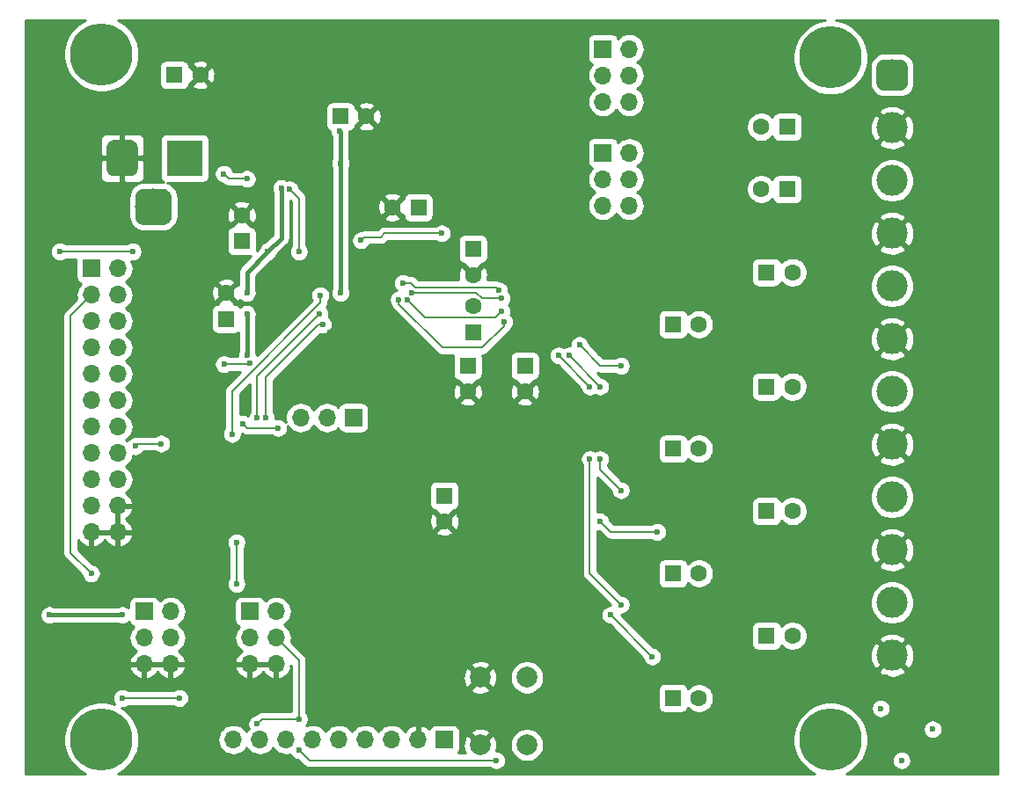
<source format=gbr>
G04 #@! TF.GenerationSoftware,KiCad,Pcbnew,(5.1.2)-1*
G04 #@! TF.CreationDate,2019-05-30T03:48:06-07:00*
G04 #@! TF.ProjectId,dsp2,64737032-2e6b-4696-9361-645f70636258,rev?*
G04 #@! TF.SameCoordinates,Original*
G04 #@! TF.FileFunction,Copper,L2,Bot*
G04 #@! TF.FilePolarity,Positive*
%FSLAX46Y46*%
G04 Gerber Fmt 4.6, Leading zero omitted, Abs format (unit mm)*
G04 Created by KiCad (PCBNEW (5.1.2)-1) date 2019-05-30 03:48:06*
%MOMM*%
%LPD*%
G04 APERTURE LIST*
%ADD10C,2.000000*%
%ADD11R,1.700000X1.700000*%
%ADD12O,1.700000X1.700000*%
%ADD13R,1.600000X1.600000*%
%ADD14C,1.600000*%
%ADD15C,6.000000*%
%ADD16R,3.500000X3.500000*%
%ADD17C,0.100000*%
%ADD18C,3.000000*%
%ADD19C,3.500000*%
%ADD20C,0.600000*%
%ADD21C,0.400000*%
%ADD22C,0.200000*%
%ADD23C,0.254000*%
G04 APERTURE END LIST*
D10*
X103450000Y-80010000D03*
X107950000Y-80010000D03*
X103450000Y-86510000D03*
X107950000Y-86510000D03*
D11*
X100000000Y-86000000D03*
D12*
X97460000Y-86000000D03*
X94920000Y-86000000D03*
X92380000Y-86000000D03*
X89840000Y-86000000D03*
X87300000Y-86000000D03*
X84760000Y-86000000D03*
X82220000Y-86000000D03*
X79680000Y-86000000D03*
D13*
X131000000Y-41000000D03*
D14*
X133500000Y-41000000D03*
D13*
X131000000Y-52000000D03*
D14*
X133500000Y-52000000D03*
D12*
X117790000Y-24580000D03*
X115250000Y-24580000D03*
X117790000Y-22040000D03*
X115250000Y-22040000D03*
X117790000Y-19500000D03*
D11*
X115250000Y-19500000D03*
D15*
X67000000Y-86000000D03*
X137160000Y-86000000D03*
X137160000Y-20320000D03*
X67000000Y-20000000D03*
D13*
X74000000Y-22000000D03*
D14*
X76500000Y-22000000D03*
D13*
X90000000Y-26000000D03*
D14*
X92500000Y-26000000D03*
D13*
X102750000Y-38750000D03*
D14*
X102750000Y-41250000D03*
X102750000Y-44250000D03*
D13*
X102750000Y-46750000D03*
X107750000Y-50000000D03*
D14*
X107750000Y-52500000D03*
X102250000Y-52500000D03*
D13*
X102250000Y-50000000D03*
D14*
X95000000Y-34750000D03*
D13*
X97500000Y-34750000D03*
D14*
X79000000Y-43000000D03*
D13*
X79000000Y-45500000D03*
D14*
X80500000Y-35500000D03*
D13*
X80500000Y-38000000D03*
X133000000Y-27000000D03*
D14*
X130500000Y-27000000D03*
D13*
X133000000Y-33000000D03*
D14*
X130500000Y-33000000D03*
X124500000Y-46000000D03*
D13*
X122000000Y-46000000D03*
D14*
X124500000Y-58000000D03*
D13*
X122000000Y-58000000D03*
X131000000Y-64000000D03*
D14*
X133500000Y-64000000D03*
D13*
X122000000Y-70000000D03*
D14*
X124500000Y-70000000D03*
X133500000Y-76000000D03*
D13*
X131000000Y-76000000D03*
D14*
X124500000Y-82000000D03*
D13*
X122000000Y-82000000D03*
D16*
X75000000Y-30000000D03*
D17*
G36*
X69823513Y-28253611D02*
G01*
X69896318Y-28264411D01*
X69967714Y-28282295D01*
X70037013Y-28307090D01*
X70103548Y-28338559D01*
X70166678Y-28376398D01*
X70225795Y-28420242D01*
X70280330Y-28469670D01*
X70329758Y-28524205D01*
X70373602Y-28583322D01*
X70411441Y-28646452D01*
X70442910Y-28712987D01*
X70467705Y-28782286D01*
X70485589Y-28853682D01*
X70496389Y-28926487D01*
X70500000Y-29000000D01*
X70500000Y-31000000D01*
X70496389Y-31073513D01*
X70485589Y-31146318D01*
X70467705Y-31217714D01*
X70442910Y-31287013D01*
X70411441Y-31353548D01*
X70373602Y-31416678D01*
X70329758Y-31475795D01*
X70280330Y-31530330D01*
X70225795Y-31579758D01*
X70166678Y-31623602D01*
X70103548Y-31661441D01*
X70037013Y-31692910D01*
X69967714Y-31717705D01*
X69896318Y-31735589D01*
X69823513Y-31746389D01*
X69750000Y-31750000D01*
X68250000Y-31750000D01*
X68176487Y-31746389D01*
X68103682Y-31735589D01*
X68032286Y-31717705D01*
X67962987Y-31692910D01*
X67896452Y-31661441D01*
X67833322Y-31623602D01*
X67774205Y-31579758D01*
X67719670Y-31530330D01*
X67670242Y-31475795D01*
X67626398Y-31416678D01*
X67588559Y-31353548D01*
X67557090Y-31287013D01*
X67532295Y-31217714D01*
X67514411Y-31146318D01*
X67503611Y-31073513D01*
X67500000Y-31000000D01*
X67500000Y-29000000D01*
X67503611Y-28926487D01*
X67514411Y-28853682D01*
X67532295Y-28782286D01*
X67557090Y-28712987D01*
X67588559Y-28646452D01*
X67626398Y-28583322D01*
X67670242Y-28524205D01*
X67719670Y-28469670D01*
X67774205Y-28420242D01*
X67833322Y-28376398D01*
X67896452Y-28338559D01*
X67962987Y-28307090D01*
X68032286Y-28282295D01*
X68103682Y-28264411D01*
X68176487Y-28253611D01*
X68250000Y-28250000D01*
X69750000Y-28250000D01*
X69823513Y-28253611D01*
X69823513Y-28253611D01*
G37*
D18*
X69000000Y-30000000D03*
D17*
G36*
X72960765Y-32954213D02*
G01*
X73045704Y-32966813D01*
X73128999Y-32987677D01*
X73209848Y-33016605D01*
X73287472Y-33053319D01*
X73361124Y-33097464D01*
X73430094Y-33148616D01*
X73493718Y-33206282D01*
X73551384Y-33269906D01*
X73602536Y-33338876D01*
X73646681Y-33412528D01*
X73683395Y-33490152D01*
X73712323Y-33571001D01*
X73733187Y-33654296D01*
X73745787Y-33739235D01*
X73750000Y-33825000D01*
X73750000Y-35575000D01*
X73745787Y-35660765D01*
X73733187Y-35745704D01*
X73712323Y-35828999D01*
X73683395Y-35909848D01*
X73646681Y-35987472D01*
X73602536Y-36061124D01*
X73551384Y-36130094D01*
X73493718Y-36193718D01*
X73430094Y-36251384D01*
X73361124Y-36302536D01*
X73287472Y-36346681D01*
X73209848Y-36383395D01*
X73128999Y-36412323D01*
X73045704Y-36433187D01*
X72960765Y-36445787D01*
X72875000Y-36450000D01*
X71125000Y-36450000D01*
X71039235Y-36445787D01*
X70954296Y-36433187D01*
X70871001Y-36412323D01*
X70790152Y-36383395D01*
X70712528Y-36346681D01*
X70638876Y-36302536D01*
X70569906Y-36251384D01*
X70506282Y-36193718D01*
X70448616Y-36130094D01*
X70397464Y-36061124D01*
X70353319Y-35987472D01*
X70316605Y-35909848D01*
X70287677Y-35828999D01*
X70266813Y-35745704D01*
X70254213Y-35660765D01*
X70250000Y-35575000D01*
X70250000Y-33825000D01*
X70254213Y-33739235D01*
X70266813Y-33654296D01*
X70287677Y-33571001D01*
X70316605Y-33490152D01*
X70353319Y-33412528D01*
X70397464Y-33338876D01*
X70448616Y-33269906D01*
X70506282Y-33206282D01*
X70569906Y-33148616D01*
X70638876Y-33097464D01*
X70712528Y-33053319D01*
X70790152Y-33016605D01*
X70871001Y-32987677D01*
X70954296Y-32966813D01*
X71039235Y-32954213D01*
X71125000Y-32950000D01*
X72875000Y-32950000D01*
X72960765Y-32954213D01*
X72960765Y-32954213D01*
G37*
D19*
X72000000Y-34700000D03*
D12*
X73660000Y-78740000D03*
X71120000Y-78740000D03*
X73660000Y-76200000D03*
X71120000Y-76200000D03*
X73660000Y-73660000D03*
D11*
X71120000Y-73660000D03*
X81280000Y-73660000D03*
D12*
X83820000Y-73660000D03*
X81280000Y-76200000D03*
X83820000Y-76200000D03*
X81280000Y-78740000D03*
X83820000Y-78740000D03*
D11*
X115250000Y-29500000D03*
D12*
X117790000Y-29500000D03*
X115250000Y-32040000D03*
X117790000Y-32040000D03*
X115250000Y-34580000D03*
X117790000Y-34580000D03*
D11*
X66040000Y-40640000D03*
D12*
X68580000Y-40640000D03*
X66040000Y-43180000D03*
X68580000Y-43180000D03*
X66040000Y-45720000D03*
X68580000Y-45720000D03*
X66040000Y-48260000D03*
X68580000Y-48260000D03*
X66040000Y-50800000D03*
X68580000Y-50800000D03*
X66040000Y-53340000D03*
X68580000Y-53340000D03*
X66040000Y-55880000D03*
X68580000Y-55880000D03*
X66040000Y-58420000D03*
X68580000Y-58420000D03*
X66040000Y-60960000D03*
X68580000Y-60960000D03*
X66040000Y-63500000D03*
X68580000Y-63500000D03*
X66040000Y-66040000D03*
X68580000Y-66040000D03*
D11*
X91250000Y-55000000D03*
D12*
X88710000Y-55000000D03*
X86170000Y-55000000D03*
D13*
X100000000Y-62500000D03*
D14*
X100000000Y-65000000D03*
D17*
G36*
X143923513Y-20503611D02*
G01*
X143996318Y-20514411D01*
X144067714Y-20532295D01*
X144137013Y-20557090D01*
X144203548Y-20588559D01*
X144266678Y-20626398D01*
X144325795Y-20670242D01*
X144380330Y-20719670D01*
X144429758Y-20774205D01*
X144473602Y-20833322D01*
X144511441Y-20896452D01*
X144542910Y-20962987D01*
X144567705Y-21032286D01*
X144585589Y-21103682D01*
X144596389Y-21176487D01*
X144600000Y-21250000D01*
X144600000Y-22750000D01*
X144596389Y-22823513D01*
X144585589Y-22896318D01*
X144567705Y-22967714D01*
X144542910Y-23037013D01*
X144511441Y-23103548D01*
X144473602Y-23166678D01*
X144429758Y-23225795D01*
X144380330Y-23280330D01*
X144325795Y-23329758D01*
X144266678Y-23373602D01*
X144203548Y-23411441D01*
X144137013Y-23442910D01*
X144067714Y-23467705D01*
X143996318Y-23485589D01*
X143923513Y-23496389D01*
X143850000Y-23500000D01*
X142350000Y-23500000D01*
X142276487Y-23496389D01*
X142203682Y-23485589D01*
X142132286Y-23467705D01*
X142062987Y-23442910D01*
X141996452Y-23411441D01*
X141933322Y-23373602D01*
X141874205Y-23329758D01*
X141819670Y-23280330D01*
X141770242Y-23225795D01*
X141726398Y-23166678D01*
X141688559Y-23103548D01*
X141657090Y-23037013D01*
X141632295Y-22967714D01*
X141614411Y-22896318D01*
X141603611Y-22823513D01*
X141600000Y-22750000D01*
X141600000Y-21250000D01*
X141603611Y-21176487D01*
X141614411Y-21103682D01*
X141632295Y-21032286D01*
X141657090Y-20962987D01*
X141688559Y-20896452D01*
X141726398Y-20833322D01*
X141770242Y-20774205D01*
X141819670Y-20719670D01*
X141874205Y-20670242D01*
X141933322Y-20626398D01*
X141996452Y-20588559D01*
X142062987Y-20557090D01*
X142132286Y-20532295D01*
X142203682Y-20514411D01*
X142276487Y-20503611D01*
X142350000Y-20500000D01*
X143850000Y-20500000D01*
X143923513Y-20503611D01*
X143923513Y-20503611D01*
G37*
D18*
X143100000Y-22000000D03*
X143100000Y-27080000D03*
X143100000Y-32160000D03*
X143100000Y-37240000D03*
X143100000Y-42320000D03*
X143100000Y-47400000D03*
X143100000Y-52480000D03*
X143100000Y-57560000D03*
X143100000Y-62640000D03*
X143100000Y-67720000D03*
X143100000Y-72800000D03*
X143100000Y-77880000D03*
D20*
X90000000Y-67000000D03*
X79000000Y-22000000D03*
X90000000Y-23000000D03*
X115800000Y-44000000D03*
X120600000Y-51200000D03*
X120600000Y-64000000D03*
X120600000Y-76000000D03*
X115500000Y-80000000D03*
X115500000Y-68000000D03*
X115770618Y-55947075D03*
X135000000Y-82000000D03*
X134500000Y-70000000D03*
X135000000Y-47000000D03*
X134500000Y-58000000D03*
X124250000Y-18000000D03*
X91015895Y-46000000D03*
X93000000Y-46500000D03*
X121000000Y-40000000D03*
X92833914Y-45001488D03*
X89000000Y-46828865D03*
X81000000Y-54000000D03*
X92423371Y-41303085D03*
X84000000Y-43000000D03*
X78000000Y-55000000D03*
X93000000Y-32000000D03*
X109000000Y-71000000D03*
X113000000Y-74000000D03*
X111000000Y-74000000D03*
X112000000Y-56000000D03*
X111000000Y-59000000D03*
X106000000Y-55000000D03*
X104000000Y-55000000D03*
X110000000Y-42000000D03*
X108000000Y-42000000D03*
X110000000Y-36000000D03*
X106000000Y-36000000D03*
X78000000Y-66000000D03*
X74000000Y-69000000D03*
X74000000Y-71000000D03*
X62000000Y-80000000D03*
X60000000Y-84000000D03*
X63000000Y-83000000D03*
X62000000Y-87000000D03*
X73000000Y-87000000D03*
X65000000Y-28000000D03*
X62000000Y-24000000D03*
X62000000Y-29000000D03*
X67000000Y-24000000D03*
X87000000Y-28000000D03*
X84000000Y-30000000D03*
X85000000Y-29000000D03*
X83000000Y-27000000D03*
X81000000Y-29000000D03*
X128000000Y-54000000D03*
X127000000Y-52000000D03*
X126000000Y-54000000D03*
X126000000Y-40000000D03*
X128000000Y-41000000D03*
X126000000Y-64000000D03*
X128000000Y-66000000D03*
X126000000Y-76000000D03*
X128000000Y-77000000D03*
X135000000Y-36000000D03*
X135000000Y-30000000D03*
X139000000Y-40000000D03*
X137000000Y-40000000D03*
X139000000Y-50000000D03*
X137000000Y-52000000D03*
X140000000Y-59000000D03*
X136000000Y-63000000D03*
X140000000Y-69000000D03*
X141000000Y-82000000D03*
X138000000Y-75000000D03*
X128000000Y-85000000D03*
X121000000Y-86000000D03*
X117000000Y-88000000D03*
X113000000Y-85000000D03*
X99000000Y-76000000D03*
X95000000Y-80000000D03*
X98000000Y-81000000D03*
X106000000Y-23000000D03*
X104000000Y-27000000D03*
X107000000Y-26000000D03*
X122000000Y-25000000D03*
X125000000Y-25000000D03*
X77000000Y-59000000D03*
X75000000Y-62000000D03*
X74000000Y-61000000D03*
X108949979Y-56000000D03*
X84000000Y-68000000D03*
X92500000Y-64500000D03*
X98500000Y-68500000D03*
X97500000Y-69500000D03*
X104500000Y-71500000D03*
X104500000Y-75500000D03*
X104000000Y-68000000D03*
X101000000Y-58500000D03*
X96000000Y-57500000D03*
X100500000Y-56500000D03*
X64000000Y-35000000D03*
X65500000Y-33000000D03*
X64000000Y-25000000D03*
X76500000Y-25000000D03*
X78500000Y-25500000D03*
X72000000Y-27000000D03*
X102500000Y-19000000D03*
X107000000Y-19500000D03*
X100500000Y-29500000D03*
X113000000Y-27000000D03*
X117500000Y-27000000D03*
X135000000Y-38000000D03*
X130500000Y-37500000D03*
X129500000Y-36500000D03*
X127000000Y-45500000D03*
X128500000Y-47500000D03*
X128500000Y-59000000D03*
X131500000Y-60500000D03*
X135500000Y-61000000D03*
X137500000Y-71000000D03*
X135500000Y-73500000D03*
X132000000Y-73000000D03*
X142500000Y-80000000D03*
X147000000Y-85000000D03*
X142000000Y-83000000D03*
X130000000Y-87500000D03*
X144000000Y-88000000D03*
X124000000Y-88000000D03*
X111500000Y-82000000D03*
X110500000Y-87500000D03*
X104000000Y-83000000D03*
X96000000Y-77000000D03*
X90000000Y-78000000D03*
X89500000Y-81000000D03*
X87000000Y-80000000D03*
X87500000Y-73000000D03*
X86500000Y-71500000D03*
X86000000Y-75000000D03*
X87200000Y-61800000D03*
X86500000Y-57500000D03*
X93500000Y-20000000D03*
X95500000Y-21000000D03*
X126000000Y-31000000D03*
X122000000Y-30000000D03*
X122000000Y-35000000D03*
X123000000Y-22000000D03*
X128000000Y-22000000D03*
X90000000Y-30500000D03*
X89922999Y-27379914D03*
X90000000Y-43000000D03*
X62000000Y-74000000D03*
X69000000Y-74000000D03*
X83000000Y-39000000D03*
X81000000Y-43000000D03*
X81000000Y-45000000D03*
X81000000Y-49000000D03*
X84305886Y-32891655D03*
X86000000Y-87000000D03*
X105000000Y-88000000D03*
X66000000Y-70000000D03*
X105247014Y-42741042D03*
X96018333Y-42024968D03*
X113000000Y-48000000D03*
X117000000Y-50000000D03*
X105500000Y-43500000D03*
X96836896Y-42950718D03*
X112000000Y-49000000D03*
X115000000Y-52000000D03*
X115000000Y-59000000D03*
X117000000Y-62000000D03*
X105500000Y-44750000D03*
X96406343Y-43624990D03*
X111000000Y-49000000D03*
X114000000Y-52000000D03*
X114000000Y-59000000D03*
X117000000Y-73000000D03*
X105750000Y-45750000D03*
X95606330Y-43624990D03*
X115000000Y-65000000D03*
X120500000Y-66000000D03*
X88000000Y-45000000D03*
X82000000Y-55000000D03*
X86000000Y-39000000D03*
X85098530Y-32999979D03*
X91982078Y-37923333D03*
X99750000Y-37250000D03*
X88062590Y-43200012D03*
X82800013Y-55000000D03*
X88300461Y-46028938D03*
X80000000Y-71000000D03*
X80000000Y-67000000D03*
X86000000Y-84000000D03*
X69000000Y-82000000D03*
X63000000Y-39000000D03*
X82000000Y-84500000D03*
X74500000Y-82000000D03*
X70000000Y-39000000D03*
X81000000Y-32000000D03*
X78782103Y-31520810D03*
X79575728Y-56575728D03*
X120000000Y-78000000D03*
X116000000Y-74000000D03*
X84000000Y-56000000D03*
X80575728Y-55575728D03*
X78786705Y-49849958D03*
X81319720Y-49733347D03*
X72750000Y-57500000D03*
X70250000Y-57750000D03*
D21*
X90000000Y-30500000D02*
X90000000Y-27456915D01*
X90000000Y-27456915D02*
X89922999Y-27379914D01*
X90000000Y-30500000D02*
X90000000Y-43000000D01*
X62000000Y-74000000D02*
X69000000Y-74000000D01*
X81000000Y-45000000D02*
X81000000Y-49000000D01*
X81000000Y-42575736D02*
X81000000Y-43000000D01*
X81000000Y-41000000D02*
X81000000Y-42575736D01*
X83000000Y-39000000D02*
X81000000Y-41000000D01*
X83000000Y-39000000D02*
X84305886Y-37694114D01*
X84305886Y-33315919D02*
X84305886Y-32891655D01*
X84305886Y-37694114D02*
X84305886Y-33315919D01*
D22*
X86000000Y-87000000D02*
X87000000Y-88000000D01*
X87000000Y-88000000D02*
X105000000Y-88000000D01*
X66000000Y-70000000D02*
X64000000Y-68000000D01*
X64000000Y-45220000D02*
X66040000Y-43180000D01*
X64000000Y-68000000D02*
X64000000Y-45220000D01*
X105247014Y-42741042D02*
X104947015Y-42441043D01*
X104947015Y-42441043D02*
X97212726Y-42441043D01*
X96796651Y-42024968D02*
X96442597Y-42024968D01*
X96442597Y-42024968D02*
X96018333Y-42024968D01*
X97212726Y-42441043D02*
X96796651Y-42024968D01*
X113000000Y-48000000D02*
X115000000Y-50000000D01*
X115000000Y-50000000D02*
X117000000Y-50000000D01*
X97261160Y-42950718D02*
X96836896Y-42950718D01*
X103078720Y-42950718D02*
X97261160Y-42950718D01*
X103628002Y-43500000D02*
X103078720Y-42950718D01*
X105500000Y-43500000D02*
X103628002Y-43500000D01*
X112000000Y-49000000D02*
X115000000Y-52000000D01*
X115000000Y-59000000D02*
X115000000Y-60000000D01*
X115000000Y-60000000D02*
X117000000Y-62000000D01*
X96706342Y-43924989D02*
X96406343Y-43624990D01*
X105500000Y-44750000D02*
X104899999Y-45350001D01*
X98131354Y-45350001D02*
X96706342Y-43924989D01*
X104899999Y-45350001D02*
X98131354Y-45350001D01*
X111000000Y-49000000D02*
X114000000Y-52000000D01*
X114000000Y-59000000D02*
X114000000Y-68000000D01*
X114000000Y-68000000D02*
X114000000Y-70000000D01*
X114000000Y-70000000D02*
X117000000Y-73000000D01*
X105750000Y-46174264D02*
X103674264Y-48250000D01*
X95606330Y-44049254D02*
X95606330Y-43624990D01*
X99807076Y-48250000D02*
X95606330Y-44049254D01*
X103674264Y-48250000D02*
X99807076Y-48250000D01*
X105750000Y-45750000D02*
X105750000Y-46174264D01*
X115000000Y-65000000D02*
X116000000Y-66000000D01*
X116000000Y-66000000D02*
X120500000Y-66000000D01*
X82000000Y-51000000D02*
X82000000Y-55000000D01*
X88000000Y-45000000D02*
X82000000Y-51000000D01*
X86000000Y-39000000D02*
X86000000Y-33901449D01*
X86000000Y-33901449D02*
X85398529Y-33299978D01*
X85398529Y-33299978D02*
X85098530Y-32999979D01*
X92282077Y-37623334D02*
X93876666Y-37623334D01*
X91982078Y-37923333D02*
X92282077Y-37623334D01*
X93876666Y-37623334D02*
X94250000Y-37250000D01*
X94250000Y-37250000D02*
X99750000Y-37250000D01*
X82800013Y-55000000D02*
X82800013Y-51105122D01*
X87876197Y-46028938D02*
X88300461Y-46028938D01*
X82800013Y-51105122D02*
X87876197Y-46028938D01*
X80000000Y-71000000D02*
X80000000Y-67000000D01*
X84020000Y-76000000D02*
X83820000Y-76200000D01*
X86000000Y-78380000D02*
X83820000Y-76200000D01*
X86000000Y-84000000D02*
X86000000Y-78380000D01*
X69000000Y-82000000D02*
X74500000Y-82000000D01*
X82000000Y-84500000D02*
X82500000Y-84000000D01*
X82500000Y-84000000D02*
X86000000Y-84000000D01*
X65000000Y-39000000D02*
X63000000Y-39000000D01*
X65000000Y-39000000D02*
X70000000Y-39000000D01*
X79261293Y-32000000D02*
X79082102Y-31820809D01*
X81000000Y-32000000D02*
X79261293Y-32000000D01*
X79082102Y-31820809D02*
X78782103Y-31520810D01*
X79575728Y-56151464D02*
X79575728Y-56575728D01*
X79575728Y-52424272D02*
X79575728Y-56151464D01*
X88062590Y-43200012D02*
X88062590Y-43937410D01*
X88062590Y-43937410D02*
X79575728Y-52424272D01*
X120000000Y-78000000D02*
X116000000Y-74000000D01*
X84000000Y-56000000D02*
X81000000Y-56000000D01*
X81000000Y-56000000D02*
X80575728Y-55575728D01*
X78786705Y-49849958D02*
X81203109Y-49849958D01*
X81203109Y-49849958D02*
X81319720Y-49733347D01*
X70500000Y-57500000D02*
X70250000Y-57750000D01*
X72750000Y-57500000D02*
X70500000Y-57500000D01*
D23*
G36*
X65278182Y-16778705D02*
G01*
X64682823Y-17176511D01*
X64176511Y-17682823D01*
X63778705Y-18278182D01*
X63504691Y-18939710D01*
X63365000Y-19641984D01*
X63365000Y-20358016D01*
X63504691Y-21060290D01*
X63778705Y-21721818D01*
X64176511Y-22317177D01*
X64682823Y-22823489D01*
X65278182Y-23221295D01*
X65939710Y-23495309D01*
X66641984Y-23635000D01*
X67358016Y-23635000D01*
X68060290Y-23495309D01*
X68721818Y-23221295D01*
X69317177Y-22823489D01*
X69823489Y-22317177D01*
X70221295Y-21721818D01*
X70437439Y-21200000D01*
X72561928Y-21200000D01*
X72561928Y-22800000D01*
X72574188Y-22924482D01*
X72610498Y-23044180D01*
X72669463Y-23154494D01*
X72748815Y-23251185D01*
X72845506Y-23330537D01*
X72955820Y-23389502D01*
X73075518Y-23425812D01*
X73200000Y-23438072D01*
X74800000Y-23438072D01*
X74924482Y-23425812D01*
X75044180Y-23389502D01*
X75154494Y-23330537D01*
X75251185Y-23251185D01*
X75330537Y-23154494D01*
X75389502Y-23044180D01*
X75405117Y-22992702D01*
X75686903Y-22992702D01*
X75758486Y-23236671D01*
X76013996Y-23357571D01*
X76288184Y-23426300D01*
X76570512Y-23440217D01*
X76850130Y-23398787D01*
X77116292Y-23303603D01*
X77241514Y-23236671D01*
X77313097Y-22992702D01*
X76500000Y-22179605D01*
X75686903Y-22992702D01*
X75405117Y-22992702D01*
X75425812Y-22924482D01*
X75438072Y-22800000D01*
X75438072Y-22792785D01*
X75507298Y-22813097D01*
X76320395Y-22000000D01*
X76679605Y-22000000D01*
X77492702Y-22813097D01*
X77736671Y-22741514D01*
X77857571Y-22486004D01*
X77926300Y-22211816D01*
X77934769Y-22040000D01*
X113757815Y-22040000D01*
X113786487Y-22331111D01*
X113871401Y-22611034D01*
X114009294Y-22869014D01*
X114194866Y-23095134D01*
X114420986Y-23280706D01*
X114475791Y-23310000D01*
X114420986Y-23339294D01*
X114194866Y-23524866D01*
X114009294Y-23750986D01*
X113871401Y-24008966D01*
X113786487Y-24288889D01*
X113757815Y-24580000D01*
X113786487Y-24871111D01*
X113871401Y-25151034D01*
X114009294Y-25409014D01*
X114194866Y-25635134D01*
X114420986Y-25820706D01*
X114678966Y-25958599D01*
X114958889Y-26043513D01*
X115177050Y-26065000D01*
X115322950Y-26065000D01*
X115541111Y-26043513D01*
X115821034Y-25958599D01*
X116079014Y-25820706D01*
X116305134Y-25635134D01*
X116490706Y-25409014D01*
X116520000Y-25354209D01*
X116549294Y-25409014D01*
X116734866Y-25635134D01*
X116960986Y-25820706D01*
X117218966Y-25958599D01*
X117498889Y-26043513D01*
X117717050Y-26065000D01*
X117862950Y-26065000D01*
X118081111Y-26043513D01*
X118361034Y-25958599D01*
X118619014Y-25820706D01*
X118845134Y-25635134D01*
X119030706Y-25409014D01*
X119168599Y-25151034D01*
X119253513Y-24871111D01*
X119282185Y-24580000D01*
X119253513Y-24288889D01*
X119168599Y-24008966D01*
X119030706Y-23750986D01*
X118845134Y-23524866D01*
X118619014Y-23339294D01*
X118564209Y-23310000D01*
X118619014Y-23280706D01*
X118845134Y-23095134D01*
X119030706Y-22869014D01*
X119168599Y-22611034D01*
X119253513Y-22331111D01*
X119282185Y-22040000D01*
X119253513Y-21748889D01*
X119168599Y-21468966D01*
X119030706Y-21210986D01*
X118845134Y-20984866D01*
X118619014Y-20799294D01*
X118564209Y-20770000D01*
X118619014Y-20740706D01*
X118845134Y-20555134D01*
X119030706Y-20329014D01*
X119168599Y-20071034D01*
X119253513Y-19791111D01*
X119282185Y-19500000D01*
X119253513Y-19208889D01*
X119168599Y-18928966D01*
X119030706Y-18670986D01*
X118845134Y-18444866D01*
X118619014Y-18259294D01*
X118361034Y-18121401D01*
X118081111Y-18036487D01*
X117862950Y-18015000D01*
X117717050Y-18015000D01*
X117498889Y-18036487D01*
X117218966Y-18121401D01*
X116960986Y-18259294D01*
X116734866Y-18444866D01*
X116710393Y-18474687D01*
X116689502Y-18405820D01*
X116630537Y-18295506D01*
X116551185Y-18198815D01*
X116454494Y-18119463D01*
X116344180Y-18060498D01*
X116224482Y-18024188D01*
X116100000Y-18011928D01*
X114400000Y-18011928D01*
X114275518Y-18024188D01*
X114155820Y-18060498D01*
X114045506Y-18119463D01*
X113948815Y-18198815D01*
X113869463Y-18295506D01*
X113810498Y-18405820D01*
X113774188Y-18525518D01*
X113761928Y-18650000D01*
X113761928Y-20350000D01*
X113774188Y-20474482D01*
X113810498Y-20594180D01*
X113869463Y-20704494D01*
X113948815Y-20801185D01*
X114045506Y-20880537D01*
X114155820Y-20939502D01*
X114224687Y-20960393D01*
X114194866Y-20984866D01*
X114009294Y-21210986D01*
X113871401Y-21468966D01*
X113786487Y-21748889D01*
X113757815Y-22040000D01*
X77934769Y-22040000D01*
X77940217Y-21929488D01*
X77898787Y-21649870D01*
X77803603Y-21383708D01*
X77736671Y-21258486D01*
X77492702Y-21186903D01*
X76679605Y-22000000D01*
X76320395Y-22000000D01*
X75507298Y-21186903D01*
X75438072Y-21207215D01*
X75438072Y-21200000D01*
X75425812Y-21075518D01*
X75405118Y-21007298D01*
X75686903Y-21007298D01*
X76500000Y-21820395D01*
X77313097Y-21007298D01*
X77241514Y-20763329D01*
X76986004Y-20642429D01*
X76711816Y-20573700D01*
X76429488Y-20559783D01*
X76149870Y-20601213D01*
X75883708Y-20696397D01*
X75758486Y-20763329D01*
X75686903Y-21007298D01*
X75405118Y-21007298D01*
X75389502Y-20955820D01*
X75330537Y-20845506D01*
X75251185Y-20748815D01*
X75154494Y-20669463D01*
X75044180Y-20610498D01*
X74924482Y-20574188D01*
X74800000Y-20561928D01*
X73200000Y-20561928D01*
X73075518Y-20574188D01*
X72955820Y-20610498D01*
X72845506Y-20669463D01*
X72748815Y-20748815D01*
X72669463Y-20845506D01*
X72610498Y-20955820D01*
X72574188Y-21075518D01*
X72561928Y-21200000D01*
X70437439Y-21200000D01*
X70495309Y-21060290D01*
X70635000Y-20358016D01*
X70635000Y-19641984D01*
X70495309Y-18939710D01*
X70221295Y-18278182D01*
X69823489Y-17682823D01*
X69317177Y-17176511D01*
X68721818Y-16778705D01*
X68555950Y-16710000D01*
X136676301Y-16710000D01*
X136099710Y-16824691D01*
X135438182Y-17098705D01*
X134842823Y-17496511D01*
X134336511Y-18002823D01*
X133938705Y-18598182D01*
X133664691Y-19259710D01*
X133525000Y-19961984D01*
X133525000Y-20678016D01*
X133664691Y-21380290D01*
X133938705Y-22041818D01*
X134336511Y-22637177D01*
X134842823Y-23143489D01*
X135438182Y-23541295D01*
X136099710Y-23815309D01*
X136801984Y-23955000D01*
X137518016Y-23955000D01*
X138220290Y-23815309D01*
X138881818Y-23541295D01*
X139477177Y-23143489D01*
X139983489Y-22637177D01*
X140381295Y-22041818D01*
X140655309Y-21380290D01*
X140681225Y-21250000D01*
X140961928Y-21250000D01*
X140961928Y-22750000D01*
X140988599Y-23020799D01*
X141067589Y-23281192D01*
X141195860Y-23521171D01*
X141368485Y-23731515D01*
X141578829Y-23904140D01*
X141818808Y-24032411D01*
X142079201Y-24111401D01*
X142350000Y-24138072D01*
X143850000Y-24138072D01*
X144120799Y-24111401D01*
X144381192Y-24032411D01*
X144621171Y-23904140D01*
X144831515Y-23731515D01*
X145004140Y-23521171D01*
X145132411Y-23281192D01*
X145211401Y-23020799D01*
X145238072Y-22750000D01*
X145238072Y-21250000D01*
X145211401Y-20979201D01*
X145132411Y-20718808D01*
X145004140Y-20478829D01*
X144831515Y-20268485D01*
X144621171Y-20095860D01*
X144381192Y-19967589D01*
X144120799Y-19888599D01*
X143850000Y-19861928D01*
X142350000Y-19861928D01*
X142079201Y-19888599D01*
X141818808Y-19967589D01*
X141578829Y-20095860D01*
X141368485Y-20268485D01*
X141195860Y-20478829D01*
X141067589Y-20718808D01*
X140988599Y-20979201D01*
X140961928Y-21250000D01*
X140681225Y-21250000D01*
X140795000Y-20678016D01*
X140795000Y-19961984D01*
X140655309Y-19259710D01*
X140381295Y-18598182D01*
X139983489Y-18002823D01*
X139477177Y-17496511D01*
X138881818Y-17098705D01*
X138220290Y-16824691D01*
X137643699Y-16710000D01*
X153290000Y-16710000D01*
X153290001Y-89290000D01*
X138715950Y-89290000D01*
X138881818Y-89221295D01*
X139477177Y-88823489D01*
X139983489Y-88317177D01*
X140256951Y-87907911D01*
X143065000Y-87907911D01*
X143065000Y-88092089D01*
X143100932Y-88272729D01*
X143171414Y-88442889D01*
X143273738Y-88596028D01*
X143403972Y-88726262D01*
X143557111Y-88828586D01*
X143727271Y-88899068D01*
X143907911Y-88935000D01*
X144092089Y-88935000D01*
X144272729Y-88899068D01*
X144442889Y-88828586D01*
X144596028Y-88726262D01*
X144726262Y-88596028D01*
X144828586Y-88442889D01*
X144899068Y-88272729D01*
X144935000Y-88092089D01*
X144935000Y-87907911D01*
X144899068Y-87727271D01*
X144828586Y-87557111D01*
X144726262Y-87403972D01*
X144596028Y-87273738D01*
X144442889Y-87171414D01*
X144272729Y-87100932D01*
X144092089Y-87065000D01*
X143907911Y-87065000D01*
X143727271Y-87100932D01*
X143557111Y-87171414D01*
X143403972Y-87273738D01*
X143273738Y-87403972D01*
X143171414Y-87557111D01*
X143100932Y-87727271D01*
X143065000Y-87907911D01*
X140256951Y-87907911D01*
X140381295Y-87721818D01*
X140655309Y-87060290D01*
X140795000Y-86358016D01*
X140795000Y-85641984D01*
X140655309Y-84939710D01*
X140642138Y-84907911D01*
X146065000Y-84907911D01*
X146065000Y-85092089D01*
X146100932Y-85272729D01*
X146171414Y-85442889D01*
X146273738Y-85596028D01*
X146403972Y-85726262D01*
X146557111Y-85828586D01*
X146727271Y-85899068D01*
X146907911Y-85935000D01*
X147092089Y-85935000D01*
X147272729Y-85899068D01*
X147442889Y-85828586D01*
X147596028Y-85726262D01*
X147726262Y-85596028D01*
X147828586Y-85442889D01*
X147899068Y-85272729D01*
X147935000Y-85092089D01*
X147935000Y-84907911D01*
X147899068Y-84727271D01*
X147828586Y-84557111D01*
X147726262Y-84403972D01*
X147596028Y-84273738D01*
X147442889Y-84171414D01*
X147272729Y-84100932D01*
X147092089Y-84065000D01*
X146907911Y-84065000D01*
X146727271Y-84100932D01*
X146557111Y-84171414D01*
X146403972Y-84273738D01*
X146273738Y-84403972D01*
X146171414Y-84557111D01*
X146100932Y-84727271D01*
X146065000Y-84907911D01*
X140642138Y-84907911D01*
X140381295Y-84278182D01*
X139983489Y-83682823D01*
X139477177Y-83176511D01*
X139075189Y-82907911D01*
X141065000Y-82907911D01*
X141065000Y-83092089D01*
X141100932Y-83272729D01*
X141171414Y-83442889D01*
X141273738Y-83596028D01*
X141403972Y-83726262D01*
X141557111Y-83828586D01*
X141727271Y-83899068D01*
X141907911Y-83935000D01*
X142092089Y-83935000D01*
X142272729Y-83899068D01*
X142442889Y-83828586D01*
X142596028Y-83726262D01*
X142726262Y-83596028D01*
X142828586Y-83442889D01*
X142899068Y-83272729D01*
X142935000Y-83092089D01*
X142935000Y-82907911D01*
X142899068Y-82727271D01*
X142828586Y-82557111D01*
X142726262Y-82403972D01*
X142596028Y-82273738D01*
X142442889Y-82171414D01*
X142272729Y-82100932D01*
X142092089Y-82065000D01*
X141907911Y-82065000D01*
X141727271Y-82100932D01*
X141557111Y-82171414D01*
X141403972Y-82273738D01*
X141273738Y-82403972D01*
X141171414Y-82557111D01*
X141100932Y-82727271D01*
X141065000Y-82907911D01*
X139075189Y-82907911D01*
X138881818Y-82778705D01*
X138220290Y-82504691D01*
X137518016Y-82365000D01*
X136801984Y-82365000D01*
X136099710Y-82504691D01*
X135438182Y-82778705D01*
X134842823Y-83176511D01*
X134336511Y-83682823D01*
X133938705Y-84278182D01*
X133664691Y-84939710D01*
X133525000Y-85641984D01*
X133525000Y-86358016D01*
X133664691Y-87060290D01*
X133938705Y-87721818D01*
X134336511Y-88317177D01*
X134842823Y-88823489D01*
X135438182Y-89221295D01*
X135604050Y-89290000D01*
X68555950Y-89290000D01*
X68721818Y-89221295D01*
X69317177Y-88823489D01*
X69823489Y-88317177D01*
X70221295Y-87721818D01*
X70495309Y-87060290D01*
X70635000Y-86358016D01*
X70635000Y-86000000D01*
X78187815Y-86000000D01*
X78216487Y-86291111D01*
X78301401Y-86571034D01*
X78439294Y-86829014D01*
X78624866Y-87055134D01*
X78850986Y-87240706D01*
X79108966Y-87378599D01*
X79388889Y-87463513D01*
X79607050Y-87485000D01*
X79752950Y-87485000D01*
X79971111Y-87463513D01*
X80251034Y-87378599D01*
X80509014Y-87240706D01*
X80735134Y-87055134D01*
X80920706Y-86829014D01*
X80950000Y-86774209D01*
X80979294Y-86829014D01*
X81164866Y-87055134D01*
X81390986Y-87240706D01*
X81648966Y-87378599D01*
X81928889Y-87463513D01*
X82147050Y-87485000D01*
X82292950Y-87485000D01*
X82511111Y-87463513D01*
X82791034Y-87378599D01*
X83049014Y-87240706D01*
X83275134Y-87055134D01*
X83460706Y-86829014D01*
X83490000Y-86774209D01*
X83519294Y-86829014D01*
X83704866Y-87055134D01*
X83930986Y-87240706D01*
X84188966Y-87378599D01*
X84468889Y-87463513D01*
X84687050Y-87485000D01*
X84832950Y-87485000D01*
X85051111Y-87463513D01*
X85165574Y-87428791D01*
X85171414Y-87442889D01*
X85273738Y-87596028D01*
X85403972Y-87726262D01*
X85557111Y-87828586D01*
X85727271Y-87899068D01*
X85892485Y-87931932D01*
X86454746Y-88494193D01*
X86477762Y-88522238D01*
X86505806Y-88545253D01*
X86589680Y-88614087D01*
X86717366Y-88682337D01*
X86855915Y-88724365D01*
X87000000Y-88738556D01*
X87036105Y-88735000D01*
X104417049Y-88735000D01*
X104557111Y-88828586D01*
X104727271Y-88899068D01*
X104907911Y-88935000D01*
X105092089Y-88935000D01*
X105272729Y-88899068D01*
X105442889Y-88828586D01*
X105596028Y-88726262D01*
X105726262Y-88596028D01*
X105828586Y-88442889D01*
X105899068Y-88272729D01*
X105935000Y-88092089D01*
X105935000Y-87907911D01*
X105899068Y-87727271D01*
X105828586Y-87557111D01*
X105726262Y-87403972D01*
X105596028Y-87273738D01*
X105442889Y-87171414D01*
X105272729Y-87100932D01*
X105092089Y-87065000D01*
X104994749Y-87065000D01*
X105072384Y-86768892D01*
X105091718Y-86447405D01*
X105078219Y-86348967D01*
X106315000Y-86348967D01*
X106315000Y-86671033D01*
X106377832Y-86986912D01*
X106501082Y-87284463D01*
X106680013Y-87552252D01*
X106907748Y-87779987D01*
X107175537Y-87958918D01*
X107473088Y-88082168D01*
X107788967Y-88145000D01*
X108111033Y-88145000D01*
X108426912Y-88082168D01*
X108724463Y-87958918D01*
X108992252Y-87779987D01*
X109219987Y-87552252D01*
X109398918Y-87284463D01*
X109522168Y-86986912D01*
X109585000Y-86671033D01*
X109585000Y-86348967D01*
X109522168Y-86033088D01*
X109398918Y-85735537D01*
X109219987Y-85467748D01*
X108992252Y-85240013D01*
X108724463Y-85061082D01*
X108426912Y-84937832D01*
X108111033Y-84875000D01*
X107788967Y-84875000D01*
X107473088Y-84937832D01*
X107175537Y-85061082D01*
X106907748Y-85240013D01*
X106680013Y-85467748D01*
X106501082Y-85735537D01*
X106377832Y-86033088D01*
X106315000Y-86348967D01*
X105078219Y-86348967D01*
X105047961Y-86128325D01*
X104942795Y-85823912D01*
X104849814Y-85649956D01*
X104585413Y-85554192D01*
X103629605Y-86510000D01*
X103643748Y-86524143D01*
X103464143Y-86703748D01*
X103450000Y-86689605D01*
X103435858Y-86703748D01*
X103256253Y-86524143D01*
X103270395Y-86510000D01*
X102314587Y-85554192D01*
X102050186Y-85649956D01*
X101909296Y-85939571D01*
X101827616Y-86251108D01*
X101808282Y-86572595D01*
X101852039Y-86891675D01*
X101957205Y-87196088D01*
X101994039Y-87265000D01*
X101330881Y-87265000D01*
X101380537Y-87204494D01*
X101439502Y-87094180D01*
X101475812Y-86974482D01*
X101488072Y-86850000D01*
X101488072Y-85374587D01*
X102494192Y-85374587D01*
X103450000Y-86330395D01*
X104405808Y-85374587D01*
X104310044Y-85110186D01*
X104020429Y-84969296D01*
X103708892Y-84887616D01*
X103387405Y-84868282D01*
X103068325Y-84912039D01*
X102763912Y-85017205D01*
X102589956Y-85110186D01*
X102494192Y-85374587D01*
X101488072Y-85374587D01*
X101488072Y-85150000D01*
X101475812Y-85025518D01*
X101439502Y-84905820D01*
X101380537Y-84795506D01*
X101301185Y-84698815D01*
X101204494Y-84619463D01*
X101094180Y-84560498D01*
X100974482Y-84524188D01*
X100850000Y-84511928D01*
X99150000Y-84511928D01*
X99025518Y-84524188D01*
X98905820Y-84560498D01*
X98795506Y-84619463D01*
X98698815Y-84698815D01*
X98619463Y-84795506D01*
X98560498Y-84905820D01*
X98536034Y-84986466D01*
X98460269Y-84902412D01*
X98226920Y-84728359D01*
X97964099Y-84603175D01*
X97816890Y-84558524D01*
X97587000Y-84679845D01*
X97587000Y-85873000D01*
X97607000Y-85873000D01*
X97607000Y-86127000D01*
X97587000Y-86127000D01*
X97587000Y-86147000D01*
X97333000Y-86147000D01*
X97333000Y-86127000D01*
X97313000Y-86127000D01*
X97313000Y-85873000D01*
X97333000Y-85873000D01*
X97333000Y-84679845D01*
X97103110Y-84558524D01*
X96955901Y-84603175D01*
X96693080Y-84728359D01*
X96459731Y-84902412D01*
X96264822Y-85118645D01*
X96195201Y-85235523D01*
X96160706Y-85170986D01*
X95975134Y-84944866D01*
X95749014Y-84759294D01*
X95491034Y-84621401D01*
X95211111Y-84536487D01*
X94992950Y-84515000D01*
X94847050Y-84515000D01*
X94628889Y-84536487D01*
X94348966Y-84621401D01*
X94090986Y-84759294D01*
X93864866Y-84944866D01*
X93679294Y-85170986D01*
X93650000Y-85225791D01*
X93620706Y-85170986D01*
X93435134Y-84944866D01*
X93209014Y-84759294D01*
X92951034Y-84621401D01*
X92671111Y-84536487D01*
X92452950Y-84515000D01*
X92307050Y-84515000D01*
X92088889Y-84536487D01*
X91808966Y-84621401D01*
X91550986Y-84759294D01*
X91324866Y-84944866D01*
X91139294Y-85170986D01*
X91110000Y-85225791D01*
X91080706Y-85170986D01*
X90895134Y-84944866D01*
X90669014Y-84759294D01*
X90411034Y-84621401D01*
X90131111Y-84536487D01*
X89912950Y-84515000D01*
X89767050Y-84515000D01*
X89548889Y-84536487D01*
X89268966Y-84621401D01*
X89010986Y-84759294D01*
X88784866Y-84944866D01*
X88599294Y-85170986D01*
X88570000Y-85225791D01*
X88540706Y-85170986D01*
X88355134Y-84944866D01*
X88129014Y-84759294D01*
X87871034Y-84621401D01*
X87591111Y-84536487D01*
X87372950Y-84515000D01*
X87227050Y-84515000D01*
X87008889Y-84536487D01*
X86728966Y-84621401D01*
X86668649Y-84653641D01*
X86726262Y-84596028D01*
X86828586Y-84442889D01*
X86899068Y-84272729D01*
X86935000Y-84092089D01*
X86935000Y-83907911D01*
X86899068Y-83727271D01*
X86828586Y-83557111D01*
X86735000Y-83417049D01*
X86735000Y-81145413D01*
X102494192Y-81145413D01*
X102589956Y-81409814D01*
X102879571Y-81550704D01*
X103191108Y-81632384D01*
X103512595Y-81651718D01*
X103831675Y-81607961D01*
X104136088Y-81502795D01*
X104310044Y-81409814D01*
X104405808Y-81145413D01*
X103450000Y-80189605D01*
X102494192Y-81145413D01*
X86735000Y-81145413D01*
X86735000Y-80072595D01*
X101808282Y-80072595D01*
X101852039Y-80391675D01*
X101957205Y-80696088D01*
X102050186Y-80870044D01*
X102314587Y-80965808D01*
X103270395Y-80010000D01*
X103629605Y-80010000D01*
X104585413Y-80965808D01*
X104849814Y-80870044D01*
X104990704Y-80580429D01*
X105072384Y-80268892D01*
X105091718Y-79947405D01*
X105078219Y-79848967D01*
X106315000Y-79848967D01*
X106315000Y-80171033D01*
X106377832Y-80486912D01*
X106501082Y-80784463D01*
X106680013Y-81052252D01*
X106907748Y-81279987D01*
X107175537Y-81458918D01*
X107473088Y-81582168D01*
X107788967Y-81645000D01*
X108111033Y-81645000D01*
X108426912Y-81582168D01*
X108724463Y-81458918D01*
X108992252Y-81279987D01*
X109072239Y-81200000D01*
X120561928Y-81200000D01*
X120561928Y-82800000D01*
X120574188Y-82924482D01*
X120610498Y-83044180D01*
X120669463Y-83154494D01*
X120748815Y-83251185D01*
X120845506Y-83330537D01*
X120955820Y-83389502D01*
X121075518Y-83425812D01*
X121200000Y-83438072D01*
X122800000Y-83438072D01*
X122924482Y-83425812D01*
X123044180Y-83389502D01*
X123154494Y-83330537D01*
X123251185Y-83251185D01*
X123330537Y-83154494D01*
X123389502Y-83044180D01*
X123418661Y-82948057D01*
X123585241Y-83114637D01*
X123820273Y-83271680D01*
X124081426Y-83379853D01*
X124358665Y-83435000D01*
X124641335Y-83435000D01*
X124918574Y-83379853D01*
X125179727Y-83271680D01*
X125414759Y-83114637D01*
X125614637Y-82914759D01*
X125771680Y-82679727D01*
X125879853Y-82418574D01*
X125935000Y-82141335D01*
X125935000Y-81858665D01*
X125879853Y-81581426D01*
X125771680Y-81320273D01*
X125614637Y-81085241D01*
X125414759Y-80885363D01*
X125179727Y-80728320D01*
X124918574Y-80620147D01*
X124641335Y-80565000D01*
X124358665Y-80565000D01*
X124081426Y-80620147D01*
X123820273Y-80728320D01*
X123585241Y-80885363D01*
X123418661Y-81051943D01*
X123389502Y-80955820D01*
X123330537Y-80845506D01*
X123251185Y-80748815D01*
X123154494Y-80669463D01*
X123044180Y-80610498D01*
X122924482Y-80574188D01*
X122800000Y-80561928D01*
X121200000Y-80561928D01*
X121075518Y-80574188D01*
X120955820Y-80610498D01*
X120845506Y-80669463D01*
X120748815Y-80748815D01*
X120669463Y-80845506D01*
X120610498Y-80955820D01*
X120574188Y-81075518D01*
X120561928Y-81200000D01*
X109072239Y-81200000D01*
X109219987Y-81052252D01*
X109398918Y-80784463D01*
X109522168Y-80486912D01*
X109585000Y-80171033D01*
X109585000Y-79848967D01*
X109522168Y-79533088D01*
X109455300Y-79371653D01*
X141787952Y-79371653D01*
X141943962Y-79687214D01*
X142318745Y-79878020D01*
X142723551Y-79992044D01*
X143142824Y-80024902D01*
X143560451Y-79975334D01*
X143960383Y-79845243D01*
X144256038Y-79687214D01*
X144412048Y-79371653D01*
X143100000Y-78059605D01*
X141787952Y-79371653D01*
X109455300Y-79371653D01*
X109398918Y-79235537D01*
X109219987Y-78967748D01*
X108992252Y-78740013D01*
X108724463Y-78561082D01*
X108426912Y-78437832D01*
X108111033Y-78375000D01*
X107788967Y-78375000D01*
X107473088Y-78437832D01*
X107175537Y-78561082D01*
X106907748Y-78740013D01*
X106680013Y-78967748D01*
X106501082Y-79235537D01*
X106377832Y-79533088D01*
X106315000Y-79848967D01*
X105078219Y-79848967D01*
X105047961Y-79628325D01*
X104942795Y-79323912D01*
X104849814Y-79149956D01*
X104585413Y-79054192D01*
X103629605Y-80010000D01*
X103270395Y-80010000D01*
X102314587Y-79054192D01*
X102050186Y-79149956D01*
X101909296Y-79439571D01*
X101827616Y-79751108D01*
X101808282Y-80072595D01*
X86735000Y-80072595D01*
X86735000Y-78874587D01*
X102494192Y-78874587D01*
X103450000Y-79830395D01*
X104405808Y-78874587D01*
X104310044Y-78610186D01*
X104020429Y-78469296D01*
X103708892Y-78387616D01*
X103387405Y-78368282D01*
X103068325Y-78412039D01*
X102763912Y-78517205D01*
X102589956Y-78610186D01*
X102494192Y-78874587D01*
X86735000Y-78874587D01*
X86735000Y-78416105D01*
X86738556Y-78380000D01*
X86724365Y-78235915D01*
X86682337Y-78097366D01*
X86614087Y-77969680D01*
X86545253Y-77885806D01*
X86522238Y-77857762D01*
X86494193Y-77834746D01*
X85252568Y-76593122D01*
X85283513Y-76491111D01*
X85312185Y-76200000D01*
X85283513Y-75908889D01*
X85198599Y-75628966D01*
X85060706Y-75370986D01*
X84875134Y-75144866D01*
X84649014Y-74959294D01*
X84594209Y-74930000D01*
X84649014Y-74900706D01*
X84875134Y-74715134D01*
X85060706Y-74489014D01*
X85198599Y-74231034D01*
X85283513Y-73951111D01*
X85312185Y-73660000D01*
X85283513Y-73368889D01*
X85198599Y-73088966D01*
X85060706Y-72830986D01*
X84875134Y-72604866D01*
X84649014Y-72419294D01*
X84391034Y-72281401D01*
X84111111Y-72196487D01*
X83892950Y-72175000D01*
X83747050Y-72175000D01*
X83528889Y-72196487D01*
X83248966Y-72281401D01*
X82990986Y-72419294D01*
X82764866Y-72604866D01*
X82740393Y-72634687D01*
X82719502Y-72565820D01*
X82660537Y-72455506D01*
X82581185Y-72358815D01*
X82484494Y-72279463D01*
X82374180Y-72220498D01*
X82254482Y-72184188D01*
X82130000Y-72171928D01*
X80430000Y-72171928D01*
X80305518Y-72184188D01*
X80185820Y-72220498D01*
X80075506Y-72279463D01*
X79978815Y-72358815D01*
X79899463Y-72455506D01*
X79840498Y-72565820D01*
X79804188Y-72685518D01*
X79791928Y-72810000D01*
X79791928Y-74510000D01*
X79804188Y-74634482D01*
X79840498Y-74754180D01*
X79899463Y-74864494D01*
X79978815Y-74961185D01*
X80075506Y-75040537D01*
X80185820Y-75099502D01*
X80254687Y-75120393D01*
X80224866Y-75144866D01*
X80039294Y-75370986D01*
X79901401Y-75628966D01*
X79816487Y-75908889D01*
X79787815Y-76200000D01*
X79816487Y-76491111D01*
X79901401Y-76771034D01*
X80039294Y-77029014D01*
X80224866Y-77255134D01*
X80450986Y-77440706D01*
X80515523Y-77475201D01*
X80398645Y-77544822D01*
X80182412Y-77739731D01*
X80008359Y-77973080D01*
X79883175Y-78235901D01*
X79838524Y-78383110D01*
X79959845Y-78613000D01*
X81153000Y-78613000D01*
X81153000Y-78593000D01*
X81407000Y-78593000D01*
X81407000Y-78613000D01*
X83693000Y-78613000D01*
X83693000Y-78593000D01*
X83947000Y-78593000D01*
X83947000Y-78613000D01*
X83967000Y-78613000D01*
X83967000Y-78867000D01*
X83947000Y-78867000D01*
X83947000Y-80060814D01*
X84176891Y-80181481D01*
X84451252Y-80084157D01*
X84701355Y-79935178D01*
X84917588Y-79740269D01*
X85091641Y-79506920D01*
X85216825Y-79244099D01*
X85261476Y-79096890D01*
X85140156Y-78867002D01*
X85265001Y-78867002D01*
X85265000Y-83265000D01*
X82536105Y-83265000D01*
X82500000Y-83261444D01*
X82463895Y-83265000D01*
X82355915Y-83275635D01*
X82217367Y-83317663D01*
X82089680Y-83385913D01*
X81977762Y-83477762D01*
X81954746Y-83505808D01*
X81892485Y-83568069D01*
X81727271Y-83600932D01*
X81557111Y-83671414D01*
X81403972Y-83773738D01*
X81273738Y-83903972D01*
X81171414Y-84057111D01*
X81100932Y-84227271D01*
X81065000Y-84407911D01*
X81065000Y-84592089D01*
X81100932Y-84772729D01*
X81170364Y-84940354D01*
X81164866Y-84944866D01*
X80979294Y-85170986D01*
X80950000Y-85225791D01*
X80920706Y-85170986D01*
X80735134Y-84944866D01*
X80509014Y-84759294D01*
X80251034Y-84621401D01*
X79971111Y-84536487D01*
X79752950Y-84515000D01*
X79607050Y-84515000D01*
X79388889Y-84536487D01*
X79108966Y-84621401D01*
X78850986Y-84759294D01*
X78624866Y-84944866D01*
X78439294Y-85170986D01*
X78301401Y-85428966D01*
X78216487Y-85708889D01*
X78187815Y-86000000D01*
X70635000Y-86000000D01*
X70635000Y-85641984D01*
X70495309Y-84939710D01*
X70221295Y-84278182D01*
X69823489Y-83682823D01*
X69317177Y-83176511D01*
X68955730Y-82935000D01*
X69092089Y-82935000D01*
X69272729Y-82899068D01*
X69442889Y-82828586D01*
X69582951Y-82735000D01*
X73917049Y-82735000D01*
X74057111Y-82828586D01*
X74227271Y-82899068D01*
X74407911Y-82935000D01*
X74592089Y-82935000D01*
X74772729Y-82899068D01*
X74942889Y-82828586D01*
X75096028Y-82726262D01*
X75226262Y-82596028D01*
X75328586Y-82442889D01*
X75399068Y-82272729D01*
X75435000Y-82092089D01*
X75435000Y-81907911D01*
X75399068Y-81727271D01*
X75328586Y-81557111D01*
X75226262Y-81403972D01*
X75096028Y-81273738D01*
X74942889Y-81171414D01*
X74772729Y-81100932D01*
X74592089Y-81065000D01*
X74407911Y-81065000D01*
X74227271Y-81100932D01*
X74057111Y-81171414D01*
X73917049Y-81265000D01*
X69582951Y-81265000D01*
X69442889Y-81171414D01*
X69272729Y-81100932D01*
X69092089Y-81065000D01*
X68907911Y-81065000D01*
X68727271Y-81100932D01*
X68557111Y-81171414D01*
X68403972Y-81273738D01*
X68273738Y-81403972D01*
X68171414Y-81557111D01*
X68100932Y-81727271D01*
X68065000Y-81907911D01*
X68065000Y-82092089D01*
X68100932Y-82272729D01*
X68171414Y-82442889D01*
X68271037Y-82591985D01*
X68060290Y-82504691D01*
X67358016Y-82365000D01*
X66641984Y-82365000D01*
X65939710Y-82504691D01*
X65278182Y-82778705D01*
X64682823Y-83176511D01*
X64176511Y-83682823D01*
X63778705Y-84278182D01*
X63504691Y-84939710D01*
X63365000Y-85641984D01*
X63365000Y-86358016D01*
X63504691Y-87060290D01*
X63778705Y-87721818D01*
X64176511Y-88317177D01*
X64682823Y-88823489D01*
X65278182Y-89221295D01*
X65444050Y-89290000D01*
X59710000Y-89290000D01*
X59710000Y-79096890D01*
X69678524Y-79096890D01*
X69723175Y-79244099D01*
X69848359Y-79506920D01*
X70022412Y-79740269D01*
X70238645Y-79935178D01*
X70488748Y-80084157D01*
X70763109Y-80181481D01*
X70993000Y-80060814D01*
X70993000Y-78867000D01*
X71247000Y-78867000D01*
X71247000Y-80060814D01*
X71476891Y-80181481D01*
X71751252Y-80084157D01*
X72001355Y-79935178D01*
X72217588Y-79740269D01*
X72390000Y-79509120D01*
X72562412Y-79740269D01*
X72778645Y-79935178D01*
X73028748Y-80084157D01*
X73303109Y-80181481D01*
X73533000Y-80060814D01*
X73533000Y-78867000D01*
X73787000Y-78867000D01*
X73787000Y-80060814D01*
X74016891Y-80181481D01*
X74291252Y-80084157D01*
X74541355Y-79935178D01*
X74757588Y-79740269D01*
X74931641Y-79506920D01*
X75056825Y-79244099D01*
X75101476Y-79096890D01*
X79838524Y-79096890D01*
X79883175Y-79244099D01*
X80008359Y-79506920D01*
X80182412Y-79740269D01*
X80398645Y-79935178D01*
X80648748Y-80084157D01*
X80923109Y-80181481D01*
X81153000Y-80060814D01*
X81153000Y-78867000D01*
X81407000Y-78867000D01*
X81407000Y-80060814D01*
X81636891Y-80181481D01*
X81911252Y-80084157D01*
X82161355Y-79935178D01*
X82377588Y-79740269D01*
X82550000Y-79509120D01*
X82722412Y-79740269D01*
X82938645Y-79935178D01*
X83188748Y-80084157D01*
X83463109Y-80181481D01*
X83693000Y-80060814D01*
X83693000Y-78867000D01*
X81407000Y-78867000D01*
X81153000Y-78867000D01*
X79959845Y-78867000D01*
X79838524Y-79096890D01*
X75101476Y-79096890D01*
X74980155Y-78867000D01*
X73787000Y-78867000D01*
X73533000Y-78867000D01*
X71247000Y-78867000D01*
X70993000Y-78867000D01*
X69799845Y-78867000D01*
X69678524Y-79096890D01*
X59710000Y-79096890D01*
X59710000Y-73907911D01*
X61065000Y-73907911D01*
X61065000Y-74092089D01*
X61100932Y-74272729D01*
X61171414Y-74442889D01*
X61273738Y-74596028D01*
X61403972Y-74726262D01*
X61557111Y-74828586D01*
X61727271Y-74899068D01*
X61907911Y-74935000D01*
X62092089Y-74935000D01*
X62272729Y-74899068D01*
X62427404Y-74835000D01*
X68572596Y-74835000D01*
X68727271Y-74899068D01*
X68907911Y-74935000D01*
X69092089Y-74935000D01*
X69272729Y-74899068D01*
X69442889Y-74828586D01*
X69596028Y-74726262D01*
X69654340Y-74667950D01*
X69680498Y-74754180D01*
X69739463Y-74864494D01*
X69818815Y-74961185D01*
X69915506Y-75040537D01*
X70025820Y-75099502D01*
X70094687Y-75120393D01*
X70064866Y-75144866D01*
X69879294Y-75370986D01*
X69741401Y-75628966D01*
X69656487Y-75908889D01*
X69627815Y-76200000D01*
X69656487Y-76491111D01*
X69741401Y-76771034D01*
X69879294Y-77029014D01*
X70064866Y-77255134D01*
X70290986Y-77440706D01*
X70355523Y-77475201D01*
X70238645Y-77544822D01*
X70022412Y-77739731D01*
X69848359Y-77973080D01*
X69723175Y-78235901D01*
X69678524Y-78383110D01*
X69799845Y-78613000D01*
X70993000Y-78613000D01*
X70993000Y-78593000D01*
X71247000Y-78593000D01*
X71247000Y-78613000D01*
X73533000Y-78613000D01*
X73533000Y-78593000D01*
X73787000Y-78593000D01*
X73787000Y-78613000D01*
X74980155Y-78613000D01*
X75101476Y-78383110D01*
X75056825Y-78235901D01*
X74931641Y-77973080D01*
X74757588Y-77739731D01*
X74541355Y-77544822D01*
X74424477Y-77475201D01*
X74489014Y-77440706D01*
X74715134Y-77255134D01*
X74900706Y-77029014D01*
X75038599Y-76771034D01*
X75123513Y-76491111D01*
X75152185Y-76200000D01*
X75123513Y-75908889D01*
X75038599Y-75628966D01*
X74900706Y-75370986D01*
X74715134Y-75144866D01*
X74489014Y-74959294D01*
X74434209Y-74930000D01*
X74489014Y-74900706D01*
X74715134Y-74715134D01*
X74900706Y-74489014D01*
X75038599Y-74231034D01*
X75123513Y-73951111D01*
X75152185Y-73660000D01*
X75123513Y-73368889D01*
X75038599Y-73088966D01*
X74900706Y-72830986D01*
X74715134Y-72604866D01*
X74489014Y-72419294D01*
X74231034Y-72281401D01*
X73951111Y-72196487D01*
X73732950Y-72175000D01*
X73587050Y-72175000D01*
X73368889Y-72196487D01*
X73088966Y-72281401D01*
X72830986Y-72419294D01*
X72604866Y-72604866D01*
X72580393Y-72634687D01*
X72559502Y-72565820D01*
X72500537Y-72455506D01*
X72421185Y-72358815D01*
X72324494Y-72279463D01*
X72214180Y-72220498D01*
X72094482Y-72184188D01*
X71970000Y-72171928D01*
X70270000Y-72171928D01*
X70145518Y-72184188D01*
X70025820Y-72220498D01*
X69915506Y-72279463D01*
X69818815Y-72358815D01*
X69739463Y-72455506D01*
X69680498Y-72565820D01*
X69644188Y-72685518D01*
X69631928Y-72810000D01*
X69631928Y-73309638D01*
X69596028Y-73273738D01*
X69442889Y-73171414D01*
X69272729Y-73100932D01*
X69092089Y-73065000D01*
X68907911Y-73065000D01*
X68727271Y-73100932D01*
X68572596Y-73165000D01*
X62427404Y-73165000D01*
X62272729Y-73100932D01*
X62092089Y-73065000D01*
X61907911Y-73065000D01*
X61727271Y-73100932D01*
X61557111Y-73171414D01*
X61403972Y-73273738D01*
X61273738Y-73403972D01*
X61171414Y-73557111D01*
X61100932Y-73727271D01*
X61065000Y-73907911D01*
X59710000Y-73907911D01*
X59710000Y-38907911D01*
X62065000Y-38907911D01*
X62065000Y-39092089D01*
X62100932Y-39272729D01*
X62171414Y-39442889D01*
X62273738Y-39596028D01*
X62403972Y-39726262D01*
X62557111Y-39828586D01*
X62727271Y-39899068D01*
X62907911Y-39935000D01*
X63092089Y-39935000D01*
X63272729Y-39899068D01*
X63442889Y-39828586D01*
X63582951Y-39735000D01*
X64557345Y-39735000D01*
X64551928Y-39790000D01*
X64551928Y-41490000D01*
X64564188Y-41614482D01*
X64600498Y-41734180D01*
X64659463Y-41844494D01*
X64738815Y-41941185D01*
X64835506Y-42020537D01*
X64945820Y-42079502D01*
X65014687Y-42100393D01*
X64984866Y-42124866D01*
X64799294Y-42350986D01*
X64661401Y-42608966D01*
X64576487Y-42888889D01*
X64547815Y-43180000D01*
X64576487Y-43471111D01*
X64607432Y-43573122D01*
X63505808Y-44674746D01*
X63477763Y-44697762D01*
X63385914Y-44809680D01*
X63345461Y-44885363D01*
X63317664Y-44937367D01*
X63275635Y-45075915D01*
X63261444Y-45220000D01*
X63265001Y-45256115D01*
X63265000Y-67963895D01*
X63261444Y-68000000D01*
X63265000Y-68036104D01*
X63275635Y-68144084D01*
X63317663Y-68282632D01*
X63385913Y-68410319D01*
X63477762Y-68522237D01*
X63505808Y-68545254D01*
X65068069Y-70107515D01*
X65100932Y-70272729D01*
X65171414Y-70442889D01*
X65273738Y-70596028D01*
X65403972Y-70726262D01*
X65557111Y-70828586D01*
X65727271Y-70899068D01*
X65907911Y-70935000D01*
X66092089Y-70935000D01*
X66272729Y-70899068D01*
X66442889Y-70828586D01*
X66596028Y-70726262D01*
X66726262Y-70596028D01*
X66828586Y-70442889D01*
X66899068Y-70272729D01*
X66935000Y-70092089D01*
X66935000Y-69907911D01*
X66899068Y-69727271D01*
X66828586Y-69557111D01*
X66726262Y-69403972D01*
X66596028Y-69273738D01*
X66442889Y-69171414D01*
X66272729Y-69100932D01*
X66107515Y-69068069D01*
X64735000Y-67695554D01*
X64735000Y-66736884D01*
X64768359Y-66806920D01*
X64942412Y-67040269D01*
X65158645Y-67235178D01*
X65408748Y-67384157D01*
X65683109Y-67481481D01*
X65913000Y-67360814D01*
X65913000Y-66167000D01*
X66167000Y-66167000D01*
X66167000Y-67360814D01*
X66396891Y-67481481D01*
X66671252Y-67384157D01*
X66921355Y-67235178D01*
X67137588Y-67040269D01*
X67310000Y-66809120D01*
X67482412Y-67040269D01*
X67698645Y-67235178D01*
X67948748Y-67384157D01*
X68223109Y-67481481D01*
X68453000Y-67360814D01*
X68453000Y-66167000D01*
X68707000Y-66167000D01*
X68707000Y-67360814D01*
X68936891Y-67481481D01*
X69211252Y-67384157D01*
X69461355Y-67235178D01*
X69677588Y-67040269D01*
X69776312Y-66907911D01*
X79065000Y-66907911D01*
X79065000Y-67092089D01*
X79100932Y-67272729D01*
X79171414Y-67442889D01*
X79265001Y-67582952D01*
X79265000Y-70417049D01*
X79171414Y-70557111D01*
X79100932Y-70727271D01*
X79065000Y-70907911D01*
X79065000Y-71092089D01*
X79100932Y-71272729D01*
X79171414Y-71442889D01*
X79273738Y-71596028D01*
X79403972Y-71726262D01*
X79557111Y-71828586D01*
X79727271Y-71899068D01*
X79907911Y-71935000D01*
X80092089Y-71935000D01*
X80272729Y-71899068D01*
X80442889Y-71828586D01*
X80596028Y-71726262D01*
X80726262Y-71596028D01*
X80828586Y-71442889D01*
X80899068Y-71272729D01*
X80935000Y-71092089D01*
X80935000Y-70907911D01*
X80899068Y-70727271D01*
X80828586Y-70557111D01*
X80735000Y-70417049D01*
X80735000Y-67582951D01*
X80828586Y-67442889D01*
X80899068Y-67272729D01*
X80935000Y-67092089D01*
X80935000Y-66907911D01*
X80899068Y-66727271D01*
X80828586Y-66557111D01*
X80726262Y-66403972D01*
X80596028Y-66273738D01*
X80442889Y-66171414D01*
X80272729Y-66100932D01*
X80092089Y-66065000D01*
X79907911Y-66065000D01*
X79727271Y-66100932D01*
X79557111Y-66171414D01*
X79403972Y-66273738D01*
X79273738Y-66403972D01*
X79171414Y-66557111D01*
X79100932Y-66727271D01*
X79065000Y-66907911D01*
X69776312Y-66907911D01*
X69851641Y-66806920D01*
X69976825Y-66544099D01*
X70021476Y-66396890D01*
X69900155Y-66167000D01*
X68707000Y-66167000D01*
X68453000Y-66167000D01*
X66167000Y-66167000D01*
X65913000Y-66167000D01*
X65893000Y-66167000D01*
X65893000Y-65992702D01*
X99186903Y-65992702D01*
X99258486Y-66236671D01*
X99513996Y-66357571D01*
X99788184Y-66426300D01*
X100070512Y-66440217D01*
X100350130Y-66398787D01*
X100616292Y-66303603D01*
X100741514Y-66236671D01*
X100813097Y-65992702D01*
X100000000Y-65179605D01*
X99186903Y-65992702D01*
X65893000Y-65992702D01*
X65893000Y-65913000D01*
X65913000Y-65913000D01*
X65913000Y-65893000D01*
X66167000Y-65893000D01*
X66167000Y-65913000D01*
X68453000Y-65913000D01*
X68453000Y-63627000D01*
X68707000Y-63627000D01*
X68707000Y-65913000D01*
X69900155Y-65913000D01*
X70021476Y-65683110D01*
X69976825Y-65535901D01*
X69851641Y-65273080D01*
X69700548Y-65070512D01*
X98559783Y-65070512D01*
X98601213Y-65350130D01*
X98696397Y-65616292D01*
X98763329Y-65741514D01*
X99007298Y-65813097D01*
X99820395Y-65000000D01*
X100179605Y-65000000D01*
X100992702Y-65813097D01*
X101236671Y-65741514D01*
X101357571Y-65486004D01*
X101426300Y-65211816D01*
X101440217Y-64929488D01*
X101398787Y-64649870D01*
X101303603Y-64383708D01*
X101236671Y-64258486D01*
X100992702Y-64186903D01*
X100179605Y-65000000D01*
X99820395Y-65000000D01*
X99007298Y-64186903D01*
X98763329Y-64258486D01*
X98642429Y-64513996D01*
X98573700Y-64788184D01*
X98559783Y-65070512D01*
X69700548Y-65070512D01*
X69677588Y-65039731D01*
X69461355Y-64844822D01*
X69335745Y-64770000D01*
X69461355Y-64695178D01*
X69677588Y-64500269D01*
X69851641Y-64266920D01*
X69976825Y-64004099D01*
X70021476Y-63856890D01*
X69900155Y-63627000D01*
X68707000Y-63627000D01*
X68453000Y-63627000D01*
X68433000Y-63627000D01*
X68433000Y-63373000D01*
X68453000Y-63373000D01*
X68453000Y-63353000D01*
X68707000Y-63353000D01*
X68707000Y-63373000D01*
X69900155Y-63373000D01*
X70021476Y-63143110D01*
X69976825Y-62995901D01*
X69851641Y-62733080D01*
X69677588Y-62499731D01*
X69461355Y-62304822D01*
X69344477Y-62235201D01*
X69409014Y-62200706D01*
X69635134Y-62015134D01*
X69820706Y-61789014D01*
X69868284Y-61700000D01*
X98561928Y-61700000D01*
X98561928Y-63300000D01*
X98574188Y-63424482D01*
X98610498Y-63544180D01*
X98669463Y-63654494D01*
X98748815Y-63751185D01*
X98845506Y-63830537D01*
X98955820Y-63889502D01*
X99075518Y-63925812D01*
X99200000Y-63938072D01*
X99207215Y-63938072D01*
X99186903Y-64007298D01*
X100000000Y-64820395D01*
X100813097Y-64007298D01*
X100792785Y-63938072D01*
X100800000Y-63938072D01*
X100924482Y-63925812D01*
X101044180Y-63889502D01*
X101154494Y-63830537D01*
X101251185Y-63751185D01*
X101330537Y-63654494D01*
X101389502Y-63544180D01*
X101425812Y-63424482D01*
X101438072Y-63300000D01*
X101438072Y-61700000D01*
X101425812Y-61575518D01*
X101389502Y-61455820D01*
X101330537Y-61345506D01*
X101251185Y-61248815D01*
X101154494Y-61169463D01*
X101044180Y-61110498D01*
X100924482Y-61074188D01*
X100800000Y-61061928D01*
X99200000Y-61061928D01*
X99075518Y-61074188D01*
X98955820Y-61110498D01*
X98845506Y-61169463D01*
X98748815Y-61248815D01*
X98669463Y-61345506D01*
X98610498Y-61455820D01*
X98574188Y-61575518D01*
X98561928Y-61700000D01*
X69868284Y-61700000D01*
X69958599Y-61531034D01*
X70043513Y-61251111D01*
X70072185Y-60960000D01*
X70043513Y-60668889D01*
X69958599Y-60388966D01*
X69820706Y-60130986D01*
X69635134Y-59904866D01*
X69409014Y-59719294D01*
X69354209Y-59690000D01*
X69409014Y-59660706D01*
X69635134Y-59475134D01*
X69820706Y-59249014D01*
X69958599Y-58991034D01*
X69983814Y-58907911D01*
X113065000Y-58907911D01*
X113065000Y-59092089D01*
X113100932Y-59272729D01*
X113171414Y-59442889D01*
X113265000Y-59582951D01*
X113265001Y-67963886D01*
X113265000Y-67963896D01*
X113265001Y-69963885D01*
X113261444Y-70000000D01*
X113275635Y-70144085D01*
X113314660Y-70272729D01*
X113317664Y-70282633D01*
X113385914Y-70410320D01*
X113477763Y-70522238D01*
X113505807Y-70545253D01*
X116025553Y-73065000D01*
X115907911Y-73065000D01*
X115727271Y-73100932D01*
X115557111Y-73171414D01*
X115403972Y-73273738D01*
X115273738Y-73403972D01*
X115171414Y-73557111D01*
X115100932Y-73727271D01*
X115065000Y-73907911D01*
X115065000Y-74092089D01*
X115100932Y-74272729D01*
X115171414Y-74442889D01*
X115273738Y-74596028D01*
X115403972Y-74726262D01*
X115557111Y-74828586D01*
X115727271Y-74899068D01*
X115892486Y-74931932D01*
X119068069Y-78107515D01*
X119100932Y-78272729D01*
X119171414Y-78442889D01*
X119273738Y-78596028D01*
X119403972Y-78726262D01*
X119557111Y-78828586D01*
X119727271Y-78899068D01*
X119907911Y-78935000D01*
X120092089Y-78935000D01*
X120272729Y-78899068D01*
X120442889Y-78828586D01*
X120596028Y-78726262D01*
X120726262Y-78596028D01*
X120828586Y-78442889D01*
X120899068Y-78272729D01*
X120935000Y-78092089D01*
X120935000Y-77922824D01*
X140955098Y-77922824D01*
X141004666Y-78340451D01*
X141134757Y-78740383D01*
X141292786Y-79036038D01*
X141608347Y-79192048D01*
X142920395Y-77880000D01*
X143279605Y-77880000D01*
X144591653Y-79192048D01*
X144907214Y-79036038D01*
X145098020Y-78661255D01*
X145212044Y-78256449D01*
X145244902Y-77837176D01*
X145195334Y-77419549D01*
X145065243Y-77019617D01*
X144907214Y-76723962D01*
X144591653Y-76567952D01*
X143279605Y-77880000D01*
X142920395Y-77880000D01*
X141608347Y-76567952D01*
X141292786Y-76723962D01*
X141101980Y-77098745D01*
X140987956Y-77503551D01*
X140955098Y-77922824D01*
X120935000Y-77922824D01*
X120935000Y-77907911D01*
X120899068Y-77727271D01*
X120828586Y-77557111D01*
X120726262Y-77403972D01*
X120596028Y-77273738D01*
X120442889Y-77171414D01*
X120272729Y-77100932D01*
X120107515Y-77068069D01*
X118239446Y-75200000D01*
X129561928Y-75200000D01*
X129561928Y-76800000D01*
X129574188Y-76924482D01*
X129610498Y-77044180D01*
X129669463Y-77154494D01*
X129748815Y-77251185D01*
X129845506Y-77330537D01*
X129955820Y-77389502D01*
X130075518Y-77425812D01*
X130200000Y-77438072D01*
X131800000Y-77438072D01*
X131924482Y-77425812D01*
X132044180Y-77389502D01*
X132154494Y-77330537D01*
X132251185Y-77251185D01*
X132330537Y-77154494D01*
X132389502Y-77044180D01*
X132418661Y-76948057D01*
X132585241Y-77114637D01*
X132820273Y-77271680D01*
X133081426Y-77379853D01*
X133358665Y-77435000D01*
X133641335Y-77435000D01*
X133918574Y-77379853D01*
X134179727Y-77271680D01*
X134414759Y-77114637D01*
X134614637Y-76914759D01*
X134771680Y-76679727D01*
X134879853Y-76418574D01*
X134885865Y-76388347D01*
X141787952Y-76388347D01*
X143100000Y-77700395D01*
X144412048Y-76388347D01*
X144256038Y-76072786D01*
X143881255Y-75881980D01*
X143476449Y-75767956D01*
X143057176Y-75735098D01*
X142639549Y-75784666D01*
X142239617Y-75914757D01*
X141943962Y-76072786D01*
X141787952Y-76388347D01*
X134885865Y-76388347D01*
X134935000Y-76141335D01*
X134935000Y-75858665D01*
X134879853Y-75581426D01*
X134771680Y-75320273D01*
X134614637Y-75085241D01*
X134414759Y-74885363D01*
X134179727Y-74728320D01*
X133918574Y-74620147D01*
X133641335Y-74565000D01*
X133358665Y-74565000D01*
X133081426Y-74620147D01*
X132820273Y-74728320D01*
X132585241Y-74885363D01*
X132418661Y-75051943D01*
X132389502Y-74955820D01*
X132330537Y-74845506D01*
X132251185Y-74748815D01*
X132154494Y-74669463D01*
X132044180Y-74610498D01*
X131924482Y-74574188D01*
X131800000Y-74561928D01*
X130200000Y-74561928D01*
X130075518Y-74574188D01*
X129955820Y-74610498D01*
X129845506Y-74669463D01*
X129748815Y-74748815D01*
X129669463Y-74845506D01*
X129610498Y-74955820D01*
X129574188Y-75075518D01*
X129561928Y-75200000D01*
X118239446Y-75200000D01*
X116974446Y-73935000D01*
X117092089Y-73935000D01*
X117272729Y-73899068D01*
X117442889Y-73828586D01*
X117596028Y-73726262D01*
X117726262Y-73596028D01*
X117828586Y-73442889D01*
X117899068Y-73272729D01*
X117935000Y-73092089D01*
X117935000Y-72907911D01*
X117899068Y-72727271D01*
X117842094Y-72589721D01*
X140965000Y-72589721D01*
X140965000Y-73010279D01*
X141047047Y-73422756D01*
X141207988Y-73811302D01*
X141441637Y-74160983D01*
X141739017Y-74458363D01*
X142088698Y-74692012D01*
X142477244Y-74852953D01*
X142889721Y-74935000D01*
X143310279Y-74935000D01*
X143722756Y-74852953D01*
X144111302Y-74692012D01*
X144460983Y-74458363D01*
X144758363Y-74160983D01*
X144992012Y-73811302D01*
X145152953Y-73422756D01*
X145235000Y-73010279D01*
X145235000Y-72589721D01*
X145152953Y-72177244D01*
X144992012Y-71788698D01*
X144758363Y-71439017D01*
X144460983Y-71141637D01*
X144111302Y-70907988D01*
X143722756Y-70747047D01*
X143310279Y-70665000D01*
X142889721Y-70665000D01*
X142477244Y-70747047D01*
X142088698Y-70907988D01*
X141739017Y-71141637D01*
X141441637Y-71439017D01*
X141207988Y-71788698D01*
X141047047Y-72177244D01*
X140965000Y-72589721D01*
X117842094Y-72589721D01*
X117828586Y-72557111D01*
X117726262Y-72403972D01*
X117596028Y-72273738D01*
X117442889Y-72171414D01*
X117272729Y-72100932D01*
X117107515Y-72068069D01*
X114735000Y-69695554D01*
X114735000Y-69200000D01*
X120561928Y-69200000D01*
X120561928Y-70800000D01*
X120574188Y-70924482D01*
X120610498Y-71044180D01*
X120669463Y-71154494D01*
X120748815Y-71251185D01*
X120845506Y-71330537D01*
X120955820Y-71389502D01*
X121075518Y-71425812D01*
X121200000Y-71438072D01*
X122800000Y-71438072D01*
X122924482Y-71425812D01*
X123044180Y-71389502D01*
X123154494Y-71330537D01*
X123251185Y-71251185D01*
X123330537Y-71154494D01*
X123389502Y-71044180D01*
X123418661Y-70948057D01*
X123585241Y-71114637D01*
X123820273Y-71271680D01*
X124081426Y-71379853D01*
X124358665Y-71435000D01*
X124641335Y-71435000D01*
X124918574Y-71379853D01*
X125179727Y-71271680D01*
X125414759Y-71114637D01*
X125614637Y-70914759D01*
X125771680Y-70679727D01*
X125879853Y-70418574D01*
X125935000Y-70141335D01*
X125935000Y-69858665D01*
X125879853Y-69581426D01*
X125771680Y-69320273D01*
X125699103Y-69211653D01*
X141787952Y-69211653D01*
X141943962Y-69527214D01*
X142318745Y-69718020D01*
X142723551Y-69832044D01*
X143142824Y-69864902D01*
X143560451Y-69815334D01*
X143960383Y-69685243D01*
X144256038Y-69527214D01*
X144412048Y-69211653D01*
X143100000Y-67899605D01*
X141787952Y-69211653D01*
X125699103Y-69211653D01*
X125614637Y-69085241D01*
X125414759Y-68885363D01*
X125179727Y-68728320D01*
X124918574Y-68620147D01*
X124641335Y-68565000D01*
X124358665Y-68565000D01*
X124081426Y-68620147D01*
X123820273Y-68728320D01*
X123585241Y-68885363D01*
X123418661Y-69051943D01*
X123389502Y-68955820D01*
X123330537Y-68845506D01*
X123251185Y-68748815D01*
X123154494Y-68669463D01*
X123044180Y-68610498D01*
X122924482Y-68574188D01*
X122800000Y-68561928D01*
X121200000Y-68561928D01*
X121075518Y-68574188D01*
X120955820Y-68610498D01*
X120845506Y-68669463D01*
X120748815Y-68748815D01*
X120669463Y-68845506D01*
X120610498Y-68955820D01*
X120574188Y-69075518D01*
X120561928Y-69200000D01*
X114735000Y-69200000D01*
X114735000Y-67762824D01*
X140955098Y-67762824D01*
X141004666Y-68180451D01*
X141134757Y-68580383D01*
X141292786Y-68876038D01*
X141608347Y-69032048D01*
X142920395Y-67720000D01*
X143279605Y-67720000D01*
X144591653Y-69032048D01*
X144907214Y-68876038D01*
X145098020Y-68501255D01*
X145212044Y-68096449D01*
X145244902Y-67677176D01*
X145195334Y-67259549D01*
X145065243Y-66859617D01*
X144907214Y-66563962D01*
X144591653Y-66407952D01*
X143279605Y-67720000D01*
X142920395Y-67720000D01*
X141608347Y-66407952D01*
X141292786Y-66563962D01*
X141101980Y-66938745D01*
X140987956Y-67343551D01*
X140955098Y-67762824D01*
X114735000Y-67762824D01*
X114735000Y-65900605D01*
X114892485Y-65931932D01*
X115454746Y-66494193D01*
X115477762Y-66522238D01*
X115505806Y-66545253D01*
X115589680Y-66614087D01*
X115717366Y-66682337D01*
X115855915Y-66724365D01*
X116000000Y-66738556D01*
X116036105Y-66735000D01*
X119917049Y-66735000D01*
X120057111Y-66828586D01*
X120227271Y-66899068D01*
X120407911Y-66935000D01*
X120592089Y-66935000D01*
X120772729Y-66899068D01*
X120942889Y-66828586D01*
X121096028Y-66726262D01*
X121226262Y-66596028D01*
X121328586Y-66442889D01*
X121399068Y-66272729D01*
X121407896Y-66228347D01*
X141787952Y-66228347D01*
X143100000Y-67540395D01*
X144412048Y-66228347D01*
X144256038Y-65912786D01*
X143881255Y-65721980D01*
X143476449Y-65607956D01*
X143057176Y-65575098D01*
X142639549Y-65624666D01*
X142239617Y-65754757D01*
X141943962Y-65912786D01*
X141787952Y-66228347D01*
X121407896Y-66228347D01*
X121435000Y-66092089D01*
X121435000Y-65907911D01*
X121399068Y-65727271D01*
X121328586Y-65557111D01*
X121226262Y-65403972D01*
X121096028Y-65273738D01*
X120942889Y-65171414D01*
X120772729Y-65100932D01*
X120592089Y-65065000D01*
X120407911Y-65065000D01*
X120227271Y-65100932D01*
X120057111Y-65171414D01*
X119917049Y-65265000D01*
X116304447Y-65265000D01*
X115931932Y-64892485D01*
X115899068Y-64727271D01*
X115828586Y-64557111D01*
X115726262Y-64403972D01*
X115596028Y-64273738D01*
X115442889Y-64171414D01*
X115272729Y-64100932D01*
X115092089Y-64065000D01*
X114907911Y-64065000D01*
X114735000Y-64099395D01*
X114735000Y-63200000D01*
X129561928Y-63200000D01*
X129561928Y-64800000D01*
X129574188Y-64924482D01*
X129610498Y-65044180D01*
X129669463Y-65154494D01*
X129748815Y-65251185D01*
X129845506Y-65330537D01*
X129955820Y-65389502D01*
X130075518Y-65425812D01*
X130200000Y-65438072D01*
X131800000Y-65438072D01*
X131924482Y-65425812D01*
X132044180Y-65389502D01*
X132154494Y-65330537D01*
X132251185Y-65251185D01*
X132330537Y-65154494D01*
X132389502Y-65044180D01*
X132418661Y-64948057D01*
X132585241Y-65114637D01*
X132820273Y-65271680D01*
X133081426Y-65379853D01*
X133358665Y-65435000D01*
X133641335Y-65435000D01*
X133918574Y-65379853D01*
X134179727Y-65271680D01*
X134414759Y-65114637D01*
X134614637Y-64914759D01*
X134771680Y-64679727D01*
X134879853Y-64418574D01*
X134935000Y-64141335D01*
X134935000Y-63858665D01*
X134879853Y-63581426D01*
X134771680Y-63320273D01*
X134614637Y-63085241D01*
X134414759Y-62885363D01*
X134179727Y-62728320D01*
X133918574Y-62620147D01*
X133641335Y-62565000D01*
X133358665Y-62565000D01*
X133081426Y-62620147D01*
X132820273Y-62728320D01*
X132585241Y-62885363D01*
X132418661Y-63051943D01*
X132389502Y-62955820D01*
X132330537Y-62845506D01*
X132251185Y-62748815D01*
X132154494Y-62669463D01*
X132044180Y-62610498D01*
X131924482Y-62574188D01*
X131800000Y-62561928D01*
X130200000Y-62561928D01*
X130075518Y-62574188D01*
X129955820Y-62610498D01*
X129845506Y-62669463D01*
X129748815Y-62748815D01*
X129669463Y-62845506D01*
X129610498Y-62955820D01*
X129574188Y-63075518D01*
X129561928Y-63200000D01*
X114735000Y-63200000D01*
X114735000Y-60774446D01*
X116068069Y-62107515D01*
X116100932Y-62272729D01*
X116171414Y-62442889D01*
X116273738Y-62596028D01*
X116403972Y-62726262D01*
X116557111Y-62828586D01*
X116727271Y-62899068D01*
X116907911Y-62935000D01*
X117092089Y-62935000D01*
X117272729Y-62899068D01*
X117442889Y-62828586D01*
X117596028Y-62726262D01*
X117726262Y-62596028D01*
X117828586Y-62442889D01*
X117834040Y-62429721D01*
X140965000Y-62429721D01*
X140965000Y-62850279D01*
X141047047Y-63262756D01*
X141207988Y-63651302D01*
X141441637Y-64000983D01*
X141739017Y-64298363D01*
X142088698Y-64532012D01*
X142477244Y-64692953D01*
X142889721Y-64775000D01*
X143310279Y-64775000D01*
X143722756Y-64692953D01*
X144111302Y-64532012D01*
X144460983Y-64298363D01*
X144758363Y-64000983D01*
X144992012Y-63651302D01*
X145152953Y-63262756D01*
X145235000Y-62850279D01*
X145235000Y-62429721D01*
X145152953Y-62017244D01*
X144992012Y-61628698D01*
X144758363Y-61279017D01*
X144460983Y-60981637D01*
X144111302Y-60747988D01*
X143722756Y-60587047D01*
X143310279Y-60505000D01*
X142889721Y-60505000D01*
X142477244Y-60587047D01*
X142088698Y-60747988D01*
X141739017Y-60981637D01*
X141441637Y-61279017D01*
X141207988Y-61628698D01*
X141047047Y-62017244D01*
X140965000Y-62429721D01*
X117834040Y-62429721D01*
X117899068Y-62272729D01*
X117935000Y-62092089D01*
X117935000Y-61907911D01*
X117899068Y-61727271D01*
X117828586Y-61557111D01*
X117726262Y-61403972D01*
X117596028Y-61273738D01*
X117442889Y-61171414D01*
X117272729Y-61100932D01*
X117107515Y-61068069D01*
X115735000Y-59695554D01*
X115735000Y-59582951D01*
X115828586Y-59442889D01*
X115899068Y-59272729D01*
X115935000Y-59092089D01*
X115935000Y-58907911D01*
X115899068Y-58727271D01*
X115828586Y-58557111D01*
X115726262Y-58403972D01*
X115596028Y-58273738D01*
X115442889Y-58171414D01*
X115272729Y-58100932D01*
X115092089Y-58065000D01*
X114907911Y-58065000D01*
X114727271Y-58100932D01*
X114557111Y-58171414D01*
X114500000Y-58209574D01*
X114442889Y-58171414D01*
X114272729Y-58100932D01*
X114092089Y-58065000D01*
X113907911Y-58065000D01*
X113727271Y-58100932D01*
X113557111Y-58171414D01*
X113403972Y-58273738D01*
X113273738Y-58403972D01*
X113171414Y-58557111D01*
X113100932Y-58727271D01*
X113065000Y-58907911D01*
X69983814Y-58907911D01*
X70043513Y-58711111D01*
X70048233Y-58663183D01*
X70157911Y-58685000D01*
X70342089Y-58685000D01*
X70522729Y-58649068D01*
X70692889Y-58578586D01*
X70846028Y-58476262D01*
X70976262Y-58346028D01*
X71050448Y-58235000D01*
X72167049Y-58235000D01*
X72307111Y-58328586D01*
X72477271Y-58399068D01*
X72657911Y-58435000D01*
X72842089Y-58435000D01*
X73022729Y-58399068D01*
X73192889Y-58328586D01*
X73346028Y-58226262D01*
X73476262Y-58096028D01*
X73578586Y-57942889D01*
X73649068Y-57772729D01*
X73685000Y-57592089D01*
X73685000Y-57407911D01*
X73649068Y-57227271D01*
X73578586Y-57057111D01*
X73476262Y-56903972D01*
X73346028Y-56773738D01*
X73192889Y-56671414D01*
X73022729Y-56600932D01*
X72842089Y-56565000D01*
X72657911Y-56565000D01*
X72477271Y-56600932D01*
X72307111Y-56671414D01*
X72167049Y-56765000D01*
X70536094Y-56765000D01*
X70499999Y-56761445D01*
X70463904Y-56765000D01*
X70463895Y-56765000D01*
X70355915Y-56775635D01*
X70226146Y-56815000D01*
X70157911Y-56815000D01*
X69977271Y-56850932D01*
X69807111Y-56921414D01*
X69653972Y-57023738D01*
X69523738Y-57153972D01*
X69472180Y-57231133D01*
X69409014Y-57179294D01*
X69354209Y-57150000D01*
X69409014Y-57120706D01*
X69635134Y-56935134D01*
X69820706Y-56709014D01*
X69958599Y-56451034D01*
X70043513Y-56171111D01*
X70072185Y-55880000D01*
X70043513Y-55588889D01*
X69958599Y-55308966D01*
X69820706Y-55050986D01*
X69635134Y-54824866D01*
X69409014Y-54639294D01*
X69354209Y-54610000D01*
X69409014Y-54580706D01*
X69635134Y-54395134D01*
X69820706Y-54169014D01*
X69958599Y-53911034D01*
X70043513Y-53631111D01*
X70072185Y-53340000D01*
X70043513Y-53048889D01*
X69958599Y-52768966D01*
X69820706Y-52510986D01*
X69635134Y-52284866D01*
X69409014Y-52099294D01*
X69354209Y-52070000D01*
X69409014Y-52040706D01*
X69635134Y-51855134D01*
X69820706Y-51629014D01*
X69958599Y-51371034D01*
X70043513Y-51091111D01*
X70072185Y-50800000D01*
X70043513Y-50508889D01*
X69958599Y-50228966D01*
X69820706Y-49970986D01*
X69635134Y-49744866D01*
X69409014Y-49559294D01*
X69354209Y-49530000D01*
X69409014Y-49500706D01*
X69635134Y-49315134D01*
X69820706Y-49089014D01*
X69958599Y-48831034D01*
X70043513Y-48551111D01*
X70072185Y-48260000D01*
X70043513Y-47968889D01*
X69958599Y-47688966D01*
X69820706Y-47430986D01*
X69635134Y-47204866D01*
X69409014Y-47019294D01*
X69354209Y-46990000D01*
X69409014Y-46960706D01*
X69635134Y-46775134D01*
X69820706Y-46549014D01*
X69958599Y-46291034D01*
X70043513Y-46011111D01*
X70072185Y-45720000D01*
X70043513Y-45428889D01*
X69958599Y-45148966D01*
X69820706Y-44890986D01*
X69663968Y-44700000D01*
X77561928Y-44700000D01*
X77561928Y-46300000D01*
X77574188Y-46424482D01*
X77610498Y-46544180D01*
X77669463Y-46654494D01*
X77748815Y-46751185D01*
X77845506Y-46830537D01*
X77955820Y-46889502D01*
X78075518Y-46925812D01*
X78200000Y-46938072D01*
X79800000Y-46938072D01*
X79924482Y-46925812D01*
X80044180Y-46889502D01*
X80154494Y-46830537D01*
X80165000Y-46821915D01*
X80165001Y-48572594D01*
X80100932Y-48727271D01*
X80065000Y-48907911D01*
X80065000Y-49092089D01*
X80069549Y-49114958D01*
X79369656Y-49114958D01*
X79229594Y-49021372D01*
X79059434Y-48950890D01*
X78878794Y-48914958D01*
X78694616Y-48914958D01*
X78513976Y-48950890D01*
X78343816Y-49021372D01*
X78190677Y-49123696D01*
X78060443Y-49253930D01*
X77958119Y-49407069D01*
X77887637Y-49577229D01*
X77851705Y-49757869D01*
X77851705Y-49942047D01*
X77887637Y-50122687D01*
X77958119Y-50292847D01*
X78060443Y-50445986D01*
X78190677Y-50576220D01*
X78343816Y-50678544D01*
X78513976Y-50749026D01*
X78694616Y-50784958D01*
X78878794Y-50784958D01*
X79059434Y-50749026D01*
X79229594Y-50678544D01*
X79369656Y-50584958D01*
X80375596Y-50584958D01*
X79081536Y-51879018D01*
X79053490Y-51902035D01*
X78961641Y-52013953D01*
X78893391Y-52141640D01*
X78882180Y-52178599D01*
X78851363Y-52280187D01*
X78837172Y-52424272D01*
X78840728Y-52460377D01*
X78840729Y-55992776D01*
X78747142Y-56132839D01*
X78676660Y-56302999D01*
X78640728Y-56483639D01*
X78640728Y-56667817D01*
X78676660Y-56848457D01*
X78747142Y-57018617D01*
X78849466Y-57171756D01*
X78979700Y-57301990D01*
X79132839Y-57404314D01*
X79302999Y-57474796D01*
X79483639Y-57510728D01*
X79667817Y-57510728D01*
X79848457Y-57474796D01*
X80018617Y-57404314D01*
X80171756Y-57301990D01*
X80273746Y-57200000D01*
X120561928Y-57200000D01*
X120561928Y-58800000D01*
X120574188Y-58924482D01*
X120610498Y-59044180D01*
X120669463Y-59154494D01*
X120748815Y-59251185D01*
X120845506Y-59330537D01*
X120955820Y-59389502D01*
X121075518Y-59425812D01*
X121200000Y-59438072D01*
X122800000Y-59438072D01*
X122924482Y-59425812D01*
X123044180Y-59389502D01*
X123154494Y-59330537D01*
X123251185Y-59251185D01*
X123330537Y-59154494D01*
X123389502Y-59044180D01*
X123418661Y-58948057D01*
X123585241Y-59114637D01*
X123820273Y-59271680D01*
X124081426Y-59379853D01*
X124358665Y-59435000D01*
X124641335Y-59435000D01*
X124918574Y-59379853D01*
X125179727Y-59271680D01*
X125414759Y-59114637D01*
X125477743Y-59051653D01*
X141787952Y-59051653D01*
X141943962Y-59367214D01*
X142318745Y-59558020D01*
X142723551Y-59672044D01*
X143142824Y-59704902D01*
X143560451Y-59655334D01*
X143960383Y-59525243D01*
X144256038Y-59367214D01*
X144412048Y-59051653D01*
X143100000Y-57739605D01*
X141787952Y-59051653D01*
X125477743Y-59051653D01*
X125614637Y-58914759D01*
X125771680Y-58679727D01*
X125879853Y-58418574D01*
X125935000Y-58141335D01*
X125935000Y-57858665D01*
X125884110Y-57602824D01*
X140955098Y-57602824D01*
X141004666Y-58020451D01*
X141134757Y-58420383D01*
X141292786Y-58716038D01*
X141608347Y-58872048D01*
X142920395Y-57560000D01*
X143279605Y-57560000D01*
X144591653Y-58872048D01*
X144907214Y-58716038D01*
X145098020Y-58341255D01*
X145212044Y-57936449D01*
X145244902Y-57517176D01*
X145195334Y-57099549D01*
X145065243Y-56699617D01*
X144907214Y-56403962D01*
X144591653Y-56247952D01*
X143279605Y-57560000D01*
X142920395Y-57560000D01*
X141608347Y-56247952D01*
X141292786Y-56403962D01*
X141101980Y-56778745D01*
X140987956Y-57183551D01*
X140955098Y-57602824D01*
X125884110Y-57602824D01*
X125879853Y-57581426D01*
X125771680Y-57320273D01*
X125614637Y-57085241D01*
X125414759Y-56885363D01*
X125179727Y-56728320D01*
X124918574Y-56620147D01*
X124641335Y-56565000D01*
X124358665Y-56565000D01*
X124081426Y-56620147D01*
X123820273Y-56728320D01*
X123585241Y-56885363D01*
X123418661Y-57051943D01*
X123389502Y-56955820D01*
X123330537Y-56845506D01*
X123251185Y-56748815D01*
X123154494Y-56669463D01*
X123044180Y-56610498D01*
X122924482Y-56574188D01*
X122800000Y-56561928D01*
X121200000Y-56561928D01*
X121075518Y-56574188D01*
X120955820Y-56610498D01*
X120845506Y-56669463D01*
X120748815Y-56748815D01*
X120669463Y-56845506D01*
X120610498Y-56955820D01*
X120574188Y-57075518D01*
X120561928Y-57200000D01*
X80273746Y-57200000D01*
X80301990Y-57171756D01*
X80404314Y-57018617D01*
X80474796Y-56848457D01*
X80510728Y-56667817D01*
X80510728Y-56549293D01*
X80589680Y-56614087D01*
X80717367Y-56682337D01*
X80855915Y-56724365D01*
X80963895Y-56735000D01*
X80963904Y-56735000D01*
X80999999Y-56738555D01*
X81036094Y-56735000D01*
X83417049Y-56735000D01*
X83557111Y-56828586D01*
X83727271Y-56899068D01*
X83907911Y-56935000D01*
X84092089Y-56935000D01*
X84272729Y-56899068D01*
X84442889Y-56828586D01*
X84596028Y-56726262D01*
X84726262Y-56596028D01*
X84828586Y-56442889D01*
X84899068Y-56272729D01*
X84935000Y-56092089D01*
X84935000Y-55907911D01*
X84913386Y-55799253D01*
X84929294Y-55829014D01*
X85114866Y-56055134D01*
X85340986Y-56240706D01*
X85598966Y-56378599D01*
X85878889Y-56463513D01*
X86097050Y-56485000D01*
X86242950Y-56485000D01*
X86461111Y-56463513D01*
X86741034Y-56378599D01*
X86999014Y-56240706D01*
X87225134Y-56055134D01*
X87410706Y-55829014D01*
X87440000Y-55774209D01*
X87469294Y-55829014D01*
X87654866Y-56055134D01*
X87880986Y-56240706D01*
X88138966Y-56378599D01*
X88418889Y-56463513D01*
X88637050Y-56485000D01*
X88782950Y-56485000D01*
X89001111Y-56463513D01*
X89281034Y-56378599D01*
X89539014Y-56240706D01*
X89765134Y-56055134D01*
X89789607Y-56025313D01*
X89810498Y-56094180D01*
X89869463Y-56204494D01*
X89948815Y-56301185D01*
X90045506Y-56380537D01*
X90155820Y-56439502D01*
X90275518Y-56475812D01*
X90400000Y-56488072D01*
X92100000Y-56488072D01*
X92224482Y-56475812D01*
X92344180Y-56439502D01*
X92454494Y-56380537D01*
X92551185Y-56301185D01*
X92630537Y-56204494D01*
X92689502Y-56094180D01*
X92697338Y-56068347D01*
X141787952Y-56068347D01*
X143100000Y-57380395D01*
X144412048Y-56068347D01*
X144256038Y-55752786D01*
X143881255Y-55561980D01*
X143476449Y-55447956D01*
X143057176Y-55415098D01*
X142639549Y-55464666D01*
X142239617Y-55594757D01*
X141943962Y-55752786D01*
X141787952Y-56068347D01*
X92697338Y-56068347D01*
X92725812Y-55974482D01*
X92738072Y-55850000D01*
X92738072Y-54150000D01*
X92725812Y-54025518D01*
X92689502Y-53905820D01*
X92630537Y-53795506D01*
X92551185Y-53698815D01*
X92454494Y-53619463D01*
X92344180Y-53560498D01*
X92224482Y-53524188D01*
X92100000Y-53511928D01*
X90400000Y-53511928D01*
X90275518Y-53524188D01*
X90155820Y-53560498D01*
X90045506Y-53619463D01*
X89948815Y-53698815D01*
X89869463Y-53795506D01*
X89810498Y-53905820D01*
X89789607Y-53974687D01*
X89765134Y-53944866D01*
X89539014Y-53759294D01*
X89281034Y-53621401D01*
X89001111Y-53536487D01*
X88782950Y-53515000D01*
X88637050Y-53515000D01*
X88418889Y-53536487D01*
X88138966Y-53621401D01*
X87880986Y-53759294D01*
X87654866Y-53944866D01*
X87469294Y-54170986D01*
X87440000Y-54225791D01*
X87410706Y-54170986D01*
X87225134Y-53944866D01*
X86999014Y-53759294D01*
X86741034Y-53621401D01*
X86461111Y-53536487D01*
X86242950Y-53515000D01*
X86097050Y-53515000D01*
X85878889Y-53536487D01*
X85598966Y-53621401D01*
X85340986Y-53759294D01*
X85114866Y-53944866D01*
X84929294Y-54170986D01*
X84791401Y-54428966D01*
X84706487Y-54708889D01*
X84677815Y-55000000D01*
X84706487Y-55291111D01*
X84752747Y-55443610D01*
X84726262Y-55403972D01*
X84596028Y-55273738D01*
X84442889Y-55171414D01*
X84272729Y-55100932D01*
X84092089Y-55065000D01*
X83907911Y-55065000D01*
X83733500Y-55099693D01*
X83735013Y-55092089D01*
X83735013Y-54907911D01*
X83699081Y-54727271D01*
X83628599Y-54557111D01*
X83535013Y-54417049D01*
X83535013Y-53492702D01*
X101436903Y-53492702D01*
X101508486Y-53736671D01*
X101763996Y-53857571D01*
X102038184Y-53926300D01*
X102320512Y-53940217D01*
X102600130Y-53898787D01*
X102866292Y-53803603D01*
X102991514Y-53736671D01*
X103063097Y-53492702D01*
X106936903Y-53492702D01*
X107008486Y-53736671D01*
X107263996Y-53857571D01*
X107538184Y-53926300D01*
X107820512Y-53940217D01*
X108100130Y-53898787D01*
X108366292Y-53803603D01*
X108491514Y-53736671D01*
X108563097Y-53492702D01*
X107750000Y-52679605D01*
X106936903Y-53492702D01*
X103063097Y-53492702D01*
X102250000Y-52679605D01*
X101436903Y-53492702D01*
X83535013Y-53492702D01*
X83535013Y-52570512D01*
X100809783Y-52570512D01*
X100851213Y-52850130D01*
X100946397Y-53116292D01*
X101013329Y-53241514D01*
X101257298Y-53313097D01*
X102070395Y-52500000D01*
X102429605Y-52500000D01*
X103242702Y-53313097D01*
X103486671Y-53241514D01*
X103607571Y-52986004D01*
X103676300Y-52711816D01*
X103683265Y-52570512D01*
X106309783Y-52570512D01*
X106351213Y-52850130D01*
X106446397Y-53116292D01*
X106513329Y-53241514D01*
X106757298Y-53313097D01*
X107570395Y-52500000D01*
X107929605Y-52500000D01*
X108742702Y-53313097D01*
X108986671Y-53241514D01*
X109107571Y-52986004D01*
X109176300Y-52711816D01*
X109190217Y-52429488D01*
X109148787Y-52149870D01*
X109053603Y-51883708D01*
X108986671Y-51758486D01*
X108742702Y-51686903D01*
X107929605Y-52500000D01*
X107570395Y-52500000D01*
X106757298Y-51686903D01*
X106513329Y-51758486D01*
X106392429Y-52013996D01*
X106323700Y-52288184D01*
X106309783Y-52570512D01*
X103683265Y-52570512D01*
X103690217Y-52429488D01*
X103648787Y-52149870D01*
X103553603Y-51883708D01*
X103486671Y-51758486D01*
X103242702Y-51686903D01*
X102429605Y-52500000D01*
X102070395Y-52500000D01*
X101257298Y-51686903D01*
X101013329Y-51758486D01*
X100892429Y-52013996D01*
X100823700Y-52288184D01*
X100809783Y-52570512D01*
X83535013Y-52570512D01*
X83535013Y-51409568D01*
X88019843Y-46924738D01*
X88027732Y-46928006D01*
X88208372Y-46963938D01*
X88392550Y-46963938D01*
X88573190Y-46928006D01*
X88743350Y-46857524D01*
X88896489Y-46755200D01*
X89026723Y-46624966D01*
X89129047Y-46471827D01*
X89199529Y-46301667D01*
X89235461Y-46121027D01*
X89235461Y-45936849D01*
X89199529Y-45756209D01*
X89129047Y-45586049D01*
X89026723Y-45432910D01*
X88896489Y-45302676D01*
X88888793Y-45297534D01*
X88899068Y-45272729D01*
X88935000Y-45092089D01*
X88935000Y-44907911D01*
X88899068Y-44727271D01*
X88828586Y-44557111D01*
X88726262Y-44403972D01*
X88673676Y-44351386D01*
X88676677Y-44347730D01*
X88744927Y-44220043D01*
X88786955Y-44081495D01*
X88797590Y-43973515D01*
X88797590Y-43973506D01*
X88801145Y-43937411D01*
X88797590Y-43901316D01*
X88797590Y-43782963D01*
X88891176Y-43642901D01*
X88961658Y-43472741D01*
X88997590Y-43292101D01*
X88997590Y-43107923D01*
X88961658Y-42927283D01*
X88891176Y-42757123D01*
X88788852Y-42603984D01*
X88658618Y-42473750D01*
X88505479Y-42371426D01*
X88335319Y-42300944D01*
X88154679Y-42265012D01*
X87970501Y-42265012D01*
X87789861Y-42300944D01*
X87619701Y-42371426D01*
X87466562Y-42473750D01*
X87336328Y-42603984D01*
X87234004Y-42757123D01*
X87163522Y-42927283D01*
X87127590Y-43107923D01*
X87127590Y-43292101D01*
X87163522Y-43472741D01*
X87234004Y-43642901D01*
X87267509Y-43693044D01*
X81935000Y-49025554D01*
X81935000Y-48907911D01*
X81899068Y-48727271D01*
X81835000Y-48572596D01*
X81835000Y-45427404D01*
X81899068Y-45272729D01*
X81935000Y-45092089D01*
X81935000Y-44907911D01*
X81899068Y-44727271D01*
X81828586Y-44557111D01*
X81726262Y-44403972D01*
X81596028Y-44273738D01*
X81442889Y-44171414D01*
X81272729Y-44100932D01*
X81092089Y-44065000D01*
X80907911Y-44065000D01*
X80727271Y-44100932D01*
X80557111Y-44171414D01*
X80403972Y-44273738D01*
X80331118Y-44346592D01*
X80330537Y-44345506D01*
X80251185Y-44248815D01*
X80154494Y-44169463D01*
X80044180Y-44110498D01*
X79924482Y-44074188D01*
X79800000Y-44061928D01*
X79792785Y-44061928D01*
X79813097Y-43992702D01*
X79000000Y-43179605D01*
X78186903Y-43992702D01*
X78207215Y-44061928D01*
X78200000Y-44061928D01*
X78075518Y-44074188D01*
X77955820Y-44110498D01*
X77845506Y-44169463D01*
X77748815Y-44248815D01*
X77669463Y-44345506D01*
X77610498Y-44455820D01*
X77574188Y-44575518D01*
X77561928Y-44700000D01*
X69663968Y-44700000D01*
X69635134Y-44664866D01*
X69409014Y-44479294D01*
X69354209Y-44450000D01*
X69409014Y-44420706D01*
X69635134Y-44235134D01*
X69820706Y-44009014D01*
X69958599Y-43751034D01*
X70043513Y-43471111D01*
X70072185Y-43180000D01*
X70061402Y-43070512D01*
X77559783Y-43070512D01*
X77601213Y-43350130D01*
X77696397Y-43616292D01*
X77763329Y-43741514D01*
X78007298Y-43813097D01*
X78820395Y-43000000D01*
X78007298Y-42186903D01*
X77763329Y-42258486D01*
X77642429Y-42513996D01*
X77573700Y-42788184D01*
X77559783Y-43070512D01*
X70061402Y-43070512D01*
X70043513Y-42888889D01*
X69958599Y-42608966D01*
X69820706Y-42350986D01*
X69635134Y-42124866D01*
X69491878Y-42007298D01*
X78186903Y-42007298D01*
X79000000Y-42820395D01*
X79813097Y-42007298D01*
X79741514Y-41763329D01*
X79486004Y-41642429D01*
X79211816Y-41573700D01*
X78929488Y-41559783D01*
X78649870Y-41601213D01*
X78383708Y-41696397D01*
X78258486Y-41763329D01*
X78186903Y-42007298D01*
X69491878Y-42007298D01*
X69409014Y-41939294D01*
X69354209Y-41910000D01*
X69409014Y-41880706D01*
X69635134Y-41695134D01*
X69820706Y-41469014D01*
X69958599Y-41211034D01*
X70043513Y-40931111D01*
X70072185Y-40640000D01*
X70043513Y-40348889D01*
X69958599Y-40068966D01*
X69884504Y-39930344D01*
X69907911Y-39935000D01*
X70092089Y-39935000D01*
X70272729Y-39899068D01*
X70442889Y-39828586D01*
X70596028Y-39726262D01*
X70726262Y-39596028D01*
X70828586Y-39442889D01*
X70899068Y-39272729D01*
X70935000Y-39092089D01*
X70935000Y-38907911D01*
X70899068Y-38727271D01*
X70828586Y-38557111D01*
X70726262Y-38403972D01*
X70596028Y-38273738D01*
X70442889Y-38171414D01*
X70272729Y-38100932D01*
X70092089Y-38065000D01*
X69907911Y-38065000D01*
X69727271Y-38100932D01*
X69557111Y-38171414D01*
X69417049Y-38265000D01*
X63582951Y-38265000D01*
X63442889Y-38171414D01*
X63272729Y-38100932D01*
X63092089Y-38065000D01*
X62907911Y-38065000D01*
X62727271Y-38100932D01*
X62557111Y-38171414D01*
X62403972Y-38273738D01*
X62273738Y-38403972D01*
X62171414Y-38557111D01*
X62100932Y-38727271D01*
X62065000Y-38907911D01*
X59710000Y-38907911D01*
X59710000Y-37200000D01*
X79061928Y-37200000D01*
X79061928Y-38800000D01*
X79074188Y-38924482D01*
X79110498Y-39044180D01*
X79169463Y-39154494D01*
X79248815Y-39251185D01*
X79345506Y-39330537D01*
X79455820Y-39389502D01*
X79575518Y-39425812D01*
X79700000Y-39438072D01*
X81300000Y-39438072D01*
X81389916Y-39429216D01*
X80438579Y-40380554D01*
X80406709Y-40406709D01*
X80323184Y-40508486D01*
X80302364Y-40533855D01*
X80224828Y-40678914D01*
X80177082Y-40836312D01*
X80160960Y-41000000D01*
X80165000Y-41041019D01*
X80165001Y-42237457D01*
X79992702Y-42186903D01*
X79179605Y-43000000D01*
X79992702Y-43813097D01*
X80236671Y-43741514D01*
X80295306Y-43617596D01*
X80403972Y-43726262D01*
X80557111Y-43828586D01*
X80727271Y-43899068D01*
X80907911Y-43935000D01*
X81092089Y-43935000D01*
X81272729Y-43899068D01*
X81442889Y-43828586D01*
X81596028Y-43726262D01*
X81726262Y-43596028D01*
X81828586Y-43442889D01*
X81899068Y-43272729D01*
X81935000Y-43092089D01*
X81935000Y-42907911D01*
X81899068Y-42727271D01*
X81835000Y-42572596D01*
X81835000Y-41345867D01*
X83288214Y-39892654D01*
X83442889Y-39828586D01*
X83596028Y-39726262D01*
X83726262Y-39596028D01*
X83828586Y-39442889D01*
X83892654Y-39288213D01*
X84867319Y-38313550D01*
X84899177Y-38287405D01*
X84983219Y-38185000D01*
X85003522Y-38160260D01*
X85081058Y-38015201D01*
X85114193Y-37905968D01*
X85128804Y-37857803D01*
X85140886Y-37735133D01*
X85140886Y-37735132D01*
X85144926Y-37694114D01*
X85140886Y-37653096D01*
X85140886Y-34081781D01*
X85265001Y-34205897D01*
X85265000Y-38417049D01*
X85171414Y-38557111D01*
X85100932Y-38727271D01*
X85065000Y-38907911D01*
X85065000Y-39092089D01*
X85100932Y-39272729D01*
X85171414Y-39442889D01*
X85273738Y-39596028D01*
X85403972Y-39726262D01*
X85557111Y-39828586D01*
X85727271Y-39899068D01*
X85907911Y-39935000D01*
X86092089Y-39935000D01*
X86272729Y-39899068D01*
X86442889Y-39828586D01*
X86596028Y-39726262D01*
X86726262Y-39596028D01*
X86828586Y-39442889D01*
X86899068Y-39272729D01*
X86935000Y-39092089D01*
X86935000Y-38907911D01*
X86899068Y-38727271D01*
X86828586Y-38557111D01*
X86735000Y-38417049D01*
X86735000Y-33937543D01*
X86738555Y-33901448D01*
X86735000Y-33865353D01*
X86735000Y-33865344D01*
X86724365Y-33757364D01*
X86682337Y-33618816D01*
X86614087Y-33491129D01*
X86522238Y-33379211D01*
X86494193Y-33356195D01*
X86030462Y-32892464D01*
X85997598Y-32727250D01*
X85927116Y-32557090D01*
X85824792Y-32403951D01*
X85694558Y-32273717D01*
X85541419Y-32171393D01*
X85371259Y-32100911D01*
X85190619Y-32064979D01*
X85006441Y-32064979D01*
X84825801Y-32100911D01*
X84813213Y-32106125D01*
X84748775Y-32063069D01*
X84578615Y-31992587D01*
X84397975Y-31956655D01*
X84213797Y-31956655D01*
X84033157Y-31992587D01*
X83862997Y-32063069D01*
X83709858Y-32165393D01*
X83579624Y-32295627D01*
X83477300Y-32448766D01*
X83406818Y-32618926D01*
X83370886Y-32799566D01*
X83370886Y-32983744D01*
X83406818Y-33164384D01*
X83470886Y-33319059D01*
X83470886Y-33356937D01*
X83470887Y-33356947D01*
X83470886Y-37348245D01*
X82711787Y-38107346D01*
X82557111Y-38171414D01*
X82403972Y-38273738D01*
X82273738Y-38403972D01*
X82171414Y-38557111D01*
X82107346Y-38711786D01*
X81929216Y-38889916D01*
X81938072Y-38800000D01*
X81938072Y-37200000D01*
X81925812Y-37075518D01*
X81889502Y-36955820D01*
X81830537Y-36845506D01*
X81751185Y-36748815D01*
X81654494Y-36669463D01*
X81544180Y-36610498D01*
X81424482Y-36574188D01*
X81300000Y-36561928D01*
X81292785Y-36561928D01*
X81313097Y-36492702D01*
X80500000Y-35679605D01*
X79686903Y-36492702D01*
X79707215Y-36561928D01*
X79700000Y-36561928D01*
X79575518Y-36574188D01*
X79455820Y-36610498D01*
X79345506Y-36669463D01*
X79248815Y-36748815D01*
X79169463Y-36845506D01*
X79110498Y-36955820D01*
X79074188Y-37075518D01*
X79061928Y-37200000D01*
X59710000Y-37200000D01*
X59710000Y-33825000D01*
X69611928Y-33825000D01*
X69611928Y-35575000D01*
X69641001Y-35870186D01*
X69727104Y-36154028D01*
X69866927Y-36415618D01*
X70055097Y-36644903D01*
X70284382Y-36833073D01*
X70545972Y-36972896D01*
X70829814Y-37058999D01*
X71125000Y-37088072D01*
X72875000Y-37088072D01*
X73170186Y-37058999D01*
X73454028Y-36972896D01*
X73715618Y-36833073D01*
X73944903Y-36644903D01*
X74133073Y-36415618D01*
X74272896Y-36154028D01*
X74358999Y-35870186D01*
X74388072Y-35575000D01*
X74388072Y-35570512D01*
X79059783Y-35570512D01*
X79101213Y-35850130D01*
X79196397Y-36116292D01*
X79263329Y-36241514D01*
X79507298Y-36313097D01*
X80320395Y-35500000D01*
X80679605Y-35500000D01*
X81492702Y-36313097D01*
X81736671Y-36241514D01*
X81857571Y-35986004D01*
X81926300Y-35711816D01*
X81940217Y-35429488D01*
X81898787Y-35149870D01*
X81803603Y-34883708D01*
X81736671Y-34758486D01*
X81492702Y-34686903D01*
X80679605Y-35500000D01*
X80320395Y-35500000D01*
X79507298Y-34686903D01*
X79263329Y-34758486D01*
X79142429Y-35013996D01*
X79073700Y-35288184D01*
X79059783Y-35570512D01*
X74388072Y-35570512D01*
X74388072Y-34507298D01*
X79686903Y-34507298D01*
X80500000Y-35320395D01*
X81313097Y-34507298D01*
X81241514Y-34263329D01*
X80986004Y-34142429D01*
X80711816Y-34073700D01*
X80429488Y-34059783D01*
X80149870Y-34101213D01*
X79883708Y-34196397D01*
X79758486Y-34263329D01*
X79686903Y-34507298D01*
X74388072Y-34507298D01*
X74388072Y-33825000D01*
X74358999Y-33529814D01*
X74272896Y-33245972D01*
X74133073Y-32984382D01*
X73944903Y-32755097D01*
X73715618Y-32566927D01*
X73454028Y-32427104D01*
X73325357Y-32388072D01*
X76750000Y-32388072D01*
X76874482Y-32375812D01*
X76994180Y-32339502D01*
X77104494Y-32280537D01*
X77201185Y-32201185D01*
X77280537Y-32104494D01*
X77339502Y-31994180D01*
X77375812Y-31874482D01*
X77388072Y-31750000D01*
X77388072Y-31428721D01*
X77847103Y-31428721D01*
X77847103Y-31612899D01*
X77883035Y-31793539D01*
X77953517Y-31963699D01*
X78055841Y-32116838D01*
X78186075Y-32247072D01*
X78339214Y-32349396D01*
X78509374Y-32419878D01*
X78674589Y-32452742D01*
X78716034Y-32494187D01*
X78739055Y-32522238D01*
X78850973Y-32614087D01*
X78978660Y-32682337D01*
X79117208Y-32724365D01*
X79225188Y-32735000D01*
X79225197Y-32735000D01*
X79261292Y-32738555D01*
X79297387Y-32735000D01*
X80417049Y-32735000D01*
X80557111Y-32828586D01*
X80727271Y-32899068D01*
X80907911Y-32935000D01*
X81092089Y-32935000D01*
X81272729Y-32899068D01*
X81442889Y-32828586D01*
X81596028Y-32726262D01*
X81726262Y-32596028D01*
X81828586Y-32442889D01*
X81899068Y-32272729D01*
X81935000Y-32092089D01*
X81935000Y-31907911D01*
X81899068Y-31727271D01*
X81828586Y-31557111D01*
X81726262Y-31403972D01*
X81596028Y-31273738D01*
X81442889Y-31171414D01*
X81272729Y-31100932D01*
X81092089Y-31065000D01*
X80907911Y-31065000D01*
X80727271Y-31100932D01*
X80557111Y-31171414D01*
X80417049Y-31265000D01*
X79684536Y-31265000D01*
X79681171Y-31248081D01*
X79610689Y-31077921D01*
X79508365Y-30924782D01*
X79378131Y-30794548D01*
X79224992Y-30692224D01*
X79054832Y-30621742D01*
X78874192Y-30585810D01*
X78690014Y-30585810D01*
X78509374Y-30621742D01*
X78339214Y-30692224D01*
X78186075Y-30794548D01*
X78055841Y-30924782D01*
X77953517Y-31077921D01*
X77883035Y-31248081D01*
X77847103Y-31428721D01*
X77388072Y-31428721D01*
X77388072Y-28250000D01*
X77375812Y-28125518D01*
X77339502Y-28005820D01*
X77280537Y-27895506D01*
X77201185Y-27798815D01*
X77104494Y-27719463D01*
X76994180Y-27660498D01*
X76874482Y-27624188D01*
X76750000Y-27611928D01*
X73250000Y-27611928D01*
X73125518Y-27624188D01*
X73005820Y-27660498D01*
X72895506Y-27719463D01*
X72798815Y-27798815D01*
X72719463Y-27895506D01*
X72660498Y-28005820D01*
X72624188Y-28125518D01*
X72611928Y-28250000D01*
X72611928Y-31750000D01*
X72624188Y-31874482D01*
X72660498Y-31994180D01*
X72719463Y-32104494D01*
X72798815Y-32201185D01*
X72895506Y-32280537D01*
X72972131Y-32321494D01*
X72875000Y-32311928D01*
X71125000Y-32311928D01*
X70829814Y-32341001D01*
X70545972Y-32427104D01*
X70284382Y-32566927D01*
X70055097Y-32755097D01*
X69866927Y-32984382D01*
X69727104Y-33245972D01*
X69641001Y-33529814D01*
X69611928Y-33825000D01*
X59710000Y-33825000D01*
X59710000Y-31750000D01*
X66861928Y-31750000D01*
X66874188Y-31874482D01*
X66910498Y-31994180D01*
X66969463Y-32104494D01*
X67048815Y-32201185D01*
X67145506Y-32280537D01*
X67255820Y-32339502D01*
X67375518Y-32375812D01*
X67500000Y-32388072D01*
X68714250Y-32385000D01*
X68873000Y-32226250D01*
X68873000Y-30127000D01*
X69127000Y-30127000D01*
X69127000Y-32226250D01*
X69285750Y-32385000D01*
X70500000Y-32388072D01*
X70624482Y-32375812D01*
X70744180Y-32339502D01*
X70854494Y-32280537D01*
X70951185Y-32201185D01*
X71030537Y-32104494D01*
X71089502Y-31994180D01*
X71125812Y-31874482D01*
X71138072Y-31750000D01*
X71135000Y-30285750D01*
X70976250Y-30127000D01*
X69127000Y-30127000D01*
X68873000Y-30127000D01*
X67023750Y-30127000D01*
X66865000Y-30285750D01*
X66861928Y-31750000D01*
X59710000Y-31750000D01*
X59710000Y-28250000D01*
X66861928Y-28250000D01*
X66865000Y-29714250D01*
X67023750Y-29873000D01*
X68873000Y-29873000D01*
X68873000Y-27773750D01*
X69127000Y-27773750D01*
X69127000Y-29873000D01*
X70976250Y-29873000D01*
X71135000Y-29714250D01*
X71138072Y-28250000D01*
X71125812Y-28125518D01*
X71089502Y-28005820D01*
X71030537Y-27895506D01*
X70951185Y-27798815D01*
X70854494Y-27719463D01*
X70744180Y-27660498D01*
X70624482Y-27624188D01*
X70500000Y-27611928D01*
X69285750Y-27615000D01*
X69127000Y-27773750D01*
X68873000Y-27773750D01*
X68714250Y-27615000D01*
X67500000Y-27611928D01*
X67375518Y-27624188D01*
X67255820Y-27660498D01*
X67145506Y-27719463D01*
X67048815Y-27798815D01*
X66969463Y-27895506D01*
X66910498Y-28005820D01*
X66874188Y-28125518D01*
X66861928Y-28250000D01*
X59710000Y-28250000D01*
X59710000Y-25200000D01*
X88561928Y-25200000D01*
X88561928Y-26800000D01*
X88574188Y-26924482D01*
X88610498Y-27044180D01*
X88669463Y-27154494D01*
X88748815Y-27251185D01*
X88845506Y-27330537D01*
X88955820Y-27389502D01*
X88987999Y-27399263D01*
X88987999Y-27472003D01*
X89023931Y-27652643D01*
X89094413Y-27822803D01*
X89165001Y-27928445D01*
X89165000Y-30072596D01*
X89100932Y-30227271D01*
X89065000Y-30407911D01*
X89065000Y-30592089D01*
X89100932Y-30772729D01*
X89165000Y-30927404D01*
X89165001Y-42572594D01*
X89100932Y-42727271D01*
X89065000Y-42907911D01*
X89065000Y-43092089D01*
X89100932Y-43272729D01*
X89171414Y-43442889D01*
X89273738Y-43596028D01*
X89403972Y-43726262D01*
X89557111Y-43828586D01*
X89727271Y-43899068D01*
X89907911Y-43935000D01*
X90092089Y-43935000D01*
X90272729Y-43899068D01*
X90442889Y-43828586D01*
X90596028Y-43726262D01*
X90726262Y-43596028D01*
X90768442Y-43532901D01*
X94671330Y-43532901D01*
X94671330Y-43717079D01*
X94707262Y-43897719D01*
X94777744Y-44067879D01*
X94880068Y-44221018D01*
X94894844Y-44235794D01*
X94923993Y-44331886D01*
X94992243Y-44459573D01*
X95084092Y-44571491D01*
X95112138Y-44594508D01*
X99261822Y-48744193D01*
X99284838Y-48772238D01*
X99396756Y-48864087D01*
X99524443Y-48932337D01*
X99620962Y-48961616D01*
X99662990Y-48974365D01*
X99807076Y-48988556D01*
X99843181Y-48985000D01*
X100851646Y-48985000D01*
X100824188Y-49075518D01*
X100811928Y-49200000D01*
X100811928Y-50800000D01*
X100824188Y-50924482D01*
X100860498Y-51044180D01*
X100919463Y-51154494D01*
X100998815Y-51251185D01*
X101095506Y-51330537D01*
X101205820Y-51389502D01*
X101325518Y-51425812D01*
X101450000Y-51438072D01*
X101457215Y-51438072D01*
X101436903Y-51507298D01*
X102250000Y-52320395D01*
X103063097Y-51507298D01*
X103042785Y-51438072D01*
X103050000Y-51438072D01*
X103174482Y-51425812D01*
X103294180Y-51389502D01*
X103404494Y-51330537D01*
X103501185Y-51251185D01*
X103580537Y-51154494D01*
X103639502Y-51044180D01*
X103675812Y-50924482D01*
X103688072Y-50800000D01*
X103688072Y-49200000D01*
X106311928Y-49200000D01*
X106311928Y-50800000D01*
X106324188Y-50924482D01*
X106360498Y-51044180D01*
X106419463Y-51154494D01*
X106498815Y-51251185D01*
X106595506Y-51330537D01*
X106705820Y-51389502D01*
X106825518Y-51425812D01*
X106950000Y-51438072D01*
X106957215Y-51438072D01*
X106936903Y-51507298D01*
X107750000Y-52320395D01*
X108563097Y-51507298D01*
X108542785Y-51438072D01*
X108550000Y-51438072D01*
X108674482Y-51425812D01*
X108794180Y-51389502D01*
X108904494Y-51330537D01*
X109001185Y-51251185D01*
X109080537Y-51154494D01*
X109139502Y-51044180D01*
X109175812Y-50924482D01*
X109188072Y-50800000D01*
X109188072Y-49200000D01*
X109175812Y-49075518D01*
X109139502Y-48955820D01*
X109113894Y-48907911D01*
X110065000Y-48907911D01*
X110065000Y-49092089D01*
X110100932Y-49272729D01*
X110171414Y-49442889D01*
X110273738Y-49596028D01*
X110403972Y-49726262D01*
X110557111Y-49828586D01*
X110727271Y-49899068D01*
X110892485Y-49931932D01*
X113068069Y-52107515D01*
X113100932Y-52272729D01*
X113171414Y-52442889D01*
X113273738Y-52596028D01*
X113403972Y-52726262D01*
X113557111Y-52828586D01*
X113727271Y-52899068D01*
X113907911Y-52935000D01*
X114092089Y-52935000D01*
X114272729Y-52899068D01*
X114442889Y-52828586D01*
X114500000Y-52790426D01*
X114557111Y-52828586D01*
X114727271Y-52899068D01*
X114907911Y-52935000D01*
X115092089Y-52935000D01*
X115272729Y-52899068D01*
X115442889Y-52828586D01*
X115596028Y-52726262D01*
X115726262Y-52596028D01*
X115828586Y-52442889D01*
X115899068Y-52272729D01*
X115935000Y-52092089D01*
X115935000Y-51907911D01*
X115899068Y-51727271D01*
X115828586Y-51557111D01*
X115726262Y-51403972D01*
X115596028Y-51273738D01*
X115485672Y-51200000D01*
X129561928Y-51200000D01*
X129561928Y-52800000D01*
X129574188Y-52924482D01*
X129610498Y-53044180D01*
X129669463Y-53154494D01*
X129748815Y-53251185D01*
X129845506Y-53330537D01*
X129955820Y-53389502D01*
X130075518Y-53425812D01*
X130200000Y-53438072D01*
X131800000Y-53438072D01*
X131924482Y-53425812D01*
X132044180Y-53389502D01*
X132154494Y-53330537D01*
X132251185Y-53251185D01*
X132330537Y-53154494D01*
X132389502Y-53044180D01*
X132418661Y-52948057D01*
X132585241Y-53114637D01*
X132820273Y-53271680D01*
X133081426Y-53379853D01*
X133358665Y-53435000D01*
X133641335Y-53435000D01*
X133918574Y-53379853D01*
X134179727Y-53271680D01*
X134414759Y-53114637D01*
X134614637Y-52914759D01*
X134771680Y-52679727D01*
X134879853Y-52418574D01*
X134909462Y-52269721D01*
X140965000Y-52269721D01*
X140965000Y-52690279D01*
X141047047Y-53102756D01*
X141207988Y-53491302D01*
X141441637Y-53840983D01*
X141739017Y-54138363D01*
X142088698Y-54372012D01*
X142477244Y-54532953D01*
X142889721Y-54615000D01*
X143310279Y-54615000D01*
X143722756Y-54532953D01*
X144111302Y-54372012D01*
X144460983Y-54138363D01*
X144758363Y-53840983D01*
X144992012Y-53491302D01*
X145152953Y-53102756D01*
X145235000Y-52690279D01*
X145235000Y-52269721D01*
X145152953Y-51857244D01*
X144992012Y-51468698D01*
X144758363Y-51119017D01*
X144460983Y-50821637D01*
X144111302Y-50587988D01*
X143722756Y-50427047D01*
X143310279Y-50345000D01*
X142889721Y-50345000D01*
X142477244Y-50427047D01*
X142088698Y-50587988D01*
X141739017Y-50821637D01*
X141441637Y-51119017D01*
X141207988Y-51468698D01*
X141047047Y-51857244D01*
X140965000Y-52269721D01*
X134909462Y-52269721D01*
X134935000Y-52141335D01*
X134935000Y-51858665D01*
X134879853Y-51581426D01*
X134771680Y-51320273D01*
X134614637Y-51085241D01*
X134414759Y-50885363D01*
X134179727Y-50728320D01*
X133918574Y-50620147D01*
X133641335Y-50565000D01*
X133358665Y-50565000D01*
X133081426Y-50620147D01*
X132820273Y-50728320D01*
X132585241Y-50885363D01*
X132418661Y-51051943D01*
X132389502Y-50955820D01*
X132330537Y-50845506D01*
X132251185Y-50748815D01*
X132154494Y-50669463D01*
X132044180Y-50610498D01*
X131924482Y-50574188D01*
X131800000Y-50561928D01*
X130200000Y-50561928D01*
X130075518Y-50574188D01*
X129955820Y-50610498D01*
X129845506Y-50669463D01*
X129748815Y-50748815D01*
X129669463Y-50845506D01*
X129610498Y-50955820D01*
X129574188Y-51075518D01*
X129561928Y-51200000D01*
X115485672Y-51200000D01*
X115442889Y-51171414D01*
X115272729Y-51100932D01*
X115107515Y-51068069D01*
X114723707Y-50684260D01*
X114813886Y-50711616D01*
X114855914Y-50724365D01*
X114870132Y-50725765D01*
X114963895Y-50735000D01*
X114963902Y-50735000D01*
X114999999Y-50738555D01*
X115036096Y-50735000D01*
X116417049Y-50735000D01*
X116557111Y-50828586D01*
X116727271Y-50899068D01*
X116907911Y-50935000D01*
X117092089Y-50935000D01*
X117272729Y-50899068D01*
X117442889Y-50828586D01*
X117596028Y-50726262D01*
X117726262Y-50596028D01*
X117828586Y-50442889D01*
X117899068Y-50272729D01*
X117935000Y-50092089D01*
X117935000Y-49907911D01*
X117899068Y-49727271D01*
X117828586Y-49557111D01*
X117726262Y-49403972D01*
X117596028Y-49273738D01*
X117442889Y-49171414D01*
X117272729Y-49100932D01*
X117092089Y-49065000D01*
X116907911Y-49065000D01*
X116727271Y-49100932D01*
X116557111Y-49171414D01*
X116417049Y-49265000D01*
X115304447Y-49265000D01*
X114931100Y-48891653D01*
X141787952Y-48891653D01*
X141943962Y-49207214D01*
X142318745Y-49398020D01*
X142723551Y-49512044D01*
X143142824Y-49544902D01*
X143560451Y-49495334D01*
X143960383Y-49365243D01*
X144256038Y-49207214D01*
X144412048Y-48891653D01*
X143100000Y-47579605D01*
X141787952Y-48891653D01*
X114931100Y-48891653D01*
X113931932Y-47892485D01*
X113899068Y-47727271D01*
X113828586Y-47557111D01*
X113752223Y-47442824D01*
X140955098Y-47442824D01*
X141004666Y-47860451D01*
X141134757Y-48260383D01*
X141292786Y-48556038D01*
X141608347Y-48712048D01*
X142920395Y-47400000D01*
X143279605Y-47400000D01*
X144591653Y-48712048D01*
X144907214Y-48556038D01*
X145098020Y-48181255D01*
X145212044Y-47776449D01*
X145244902Y-47357176D01*
X145195334Y-46939549D01*
X145065243Y-46539617D01*
X144907214Y-46243962D01*
X144591653Y-46087952D01*
X143279605Y-47400000D01*
X142920395Y-47400000D01*
X141608347Y-46087952D01*
X141292786Y-46243962D01*
X141101980Y-46618745D01*
X140987956Y-47023551D01*
X140955098Y-47442824D01*
X113752223Y-47442824D01*
X113726262Y-47403972D01*
X113596028Y-47273738D01*
X113442889Y-47171414D01*
X113272729Y-47100932D01*
X113092089Y-47065000D01*
X112907911Y-47065000D01*
X112727271Y-47100932D01*
X112557111Y-47171414D01*
X112403972Y-47273738D01*
X112273738Y-47403972D01*
X112171414Y-47557111D01*
X112100932Y-47727271D01*
X112065000Y-47907911D01*
X112065000Y-48065000D01*
X111907911Y-48065000D01*
X111727271Y-48100932D01*
X111557111Y-48171414D01*
X111500000Y-48209574D01*
X111442889Y-48171414D01*
X111272729Y-48100932D01*
X111092089Y-48065000D01*
X110907911Y-48065000D01*
X110727271Y-48100932D01*
X110557111Y-48171414D01*
X110403972Y-48273738D01*
X110273738Y-48403972D01*
X110171414Y-48557111D01*
X110100932Y-48727271D01*
X110065000Y-48907911D01*
X109113894Y-48907911D01*
X109080537Y-48845506D01*
X109001185Y-48748815D01*
X108904494Y-48669463D01*
X108794180Y-48610498D01*
X108674482Y-48574188D01*
X108550000Y-48561928D01*
X106950000Y-48561928D01*
X106825518Y-48574188D01*
X106705820Y-48610498D01*
X106595506Y-48669463D01*
X106498815Y-48748815D01*
X106419463Y-48845506D01*
X106360498Y-48955820D01*
X106324188Y-49075518D01*
X106311928Y-49200000D01*
X103688072Y-49200000D01*
X103675812Y-49075518D01*
X103648668Y-48986035D01*
X103674264Y-48988556D01*
X103710369Y-48985000D01*
X103818349Y-48974365D01*
X103956897Y-48932337D01*
X104084584Y-48864087D01*
X104196502Y-48772238D01*
X104219522Y-48744188D01*
X106244193Y-46719518D01*
X106272238Y-46696502D01*
X106364087Y-46584584D01*
X106432337Y-46456897D01*
X106461487Y-46360803D01*
X106476262Y-46346028D01*
X106578586Y-46192889D01*
X106649068Y-46022729D01*
X106685000Y-45842089D01*
X106685000Y-45657911D01*
X106649068Y-45477271D01*
X106578586Y-45307111D01*
X106507017Y-45200000D01*
X120561928Y-45200000D01*
X120561928Y-46800000D01*
X120574188Y-46924482D01*
X120610498Y-47044180D01*
X120669463Y-47154494D01*
X120748815Y-47251185D01*
X120845506Y-47330537D01*
X120955820Y-47389502D01*
X121075518Y-47425812D01*
X121200000Y-47438072D01*
X122800000Y-47438072D01*
X122924482Y-47425812D01*
X123044180Y-47389502D01*
X123154494Y-47330537D01*
X123251185Y-47251185D01*
X123330537Y-47154494D01*
X123389502Y-47044180D01*
X123418661Y-46948057D01*
X123585241Y-47114637D01*
X123820273Y-47271680D01*
X124081426Y-47379853D01*
X124358665Y-47435000D01*
X124641335Y-47435000D01*
X124918574Y-47379853D01*
X125179727Y-47271680D01*
X125414759Y-47114637D01*
X125614637Y-46914759D01*
X125771680Y-46679727D01*
X125879853Y-46418574D01*
X125935000Y-46141335D01*
X125935000Y-45908347D01*
X141787952Y-45908347D01*
X143100000Y-47220395D01*
X144412048Y-45908347D01*
X144256038Y-45592786D01*
X143881255Y-45401980D01*
X143476449Y-45287956D01*
X143057176Y-45255098D01*
X142639549Y-45304666D01*
X142239617Y-45434757D01*
X141943962Y-45592786D01*
X141787952Y-45908347D01*
X125935000Y-45908347D01*
X125935000Y-45858665D01*
X125879853Y-45581426D01*
X125771680Y-45320273D01*
X125614637Y-45085241D01*
X125414759Y-44885363D01*
X125179727Y-44728320D01*
X124918574Y-44620147D01*
X124641335Y-44565000D01*
X124358665Y-44565000D01*
X124081426Y-44620147D01*
X123820273Y-44728320D01*
X123585241Y-44885363D01*
X123418661Y-45051943D01*
X123389502Y-44955820D01*
X123330537Y-44845506D01*
X123251185Y-44748815D01*
X123154494Y-44669463D01*
X123044180Y-44610498D01*
X122924482Y-44574188D01*
X122800000Y-44561928D01*
X121200000Y-44561928D01*
X121075518Y-44574188D01*
X120955820Y-44610498D01*
X120845506Y-44669463D01*
X120748815Y-44748815D01*
X120669463Y-44845506D01*
X120610498Y-44955820D01*
X120574188Y-45075518D01*
X120561928Y-45200000D01*
X106507017Y-45200000D01*
X106476262Y-45153972D01*
X106383238Y-45060948D01*
X106399068Y-45022729D01*
X106435000Y-44842089D01*
X106435000Y-44657911D01*
X106399068Y-44477271D01*
X106328586Y-44307111D01*
X106226262Y-44153972D01*
X106197290Y-44125000D01*
X106226262Y-44096028D01*
X106328586Y-43942889D01*
X106399068Y-43772729D01*
X106435000Y-43592089D01*
X106435000Y-43407911D01*
X106399068Y-43227271D01*
X106328586Y-43057111D01*
X106226262Y-42903972D01*
X106177602Y-42855312D01*
X106182014Y-42833131D01*
X106182014Y-42648953D01*
X106146082Y-42468313D01*
X106075600Y-42298153D01*
X105973276Y-42145014D01*
X105843042Y-42014780D01*
X105689903Y-41912456D01*
X105519743Y-41841974D01*
X105339103Y-41806042D01*
X105318208Y-41806042D01*
X105229648Y-41758706D01*
X105091100Y-41716678D01*
X104983120Y-41706043D01*
X104947015Y-41702487D01*
X104910910Y-41706043D01*
X104115081Y-41706043D01*
X104176300Y-41461816D01*
X104190217Y-41179488D01*
X104148787Y-40899870D01*
X104053603Y-40633708D01*
X103986671Y-40508486D01*
X103742702Y-40436903D01*
X102929605Y-41250000D01*
X102943748Y-41264143D01*
X102764143Y-41443748D01*
X102750000Y-41429605D01*
X102735858Y-41443748D01*
X102556253Y-41264143D01*
X102570395Y-41250000D01*
X101757298Y-40436903D01*
X101513329Y-40508486D01*
X101392429Y-40763996D01*
X101323700Y-41038184D01*
X101309783Y-41320512D01*
X101351213Y-41600130D01*
X101389089Y-41706043D01*
X97517172Y-41706043D01*
X97341910Y-41530781D01*
X97318889Y-41502730D01*
X97206971Y-41410881D01*
X97079284Y-41342631D01*
X96940736Y-41300603D01*
X96832756Y-41289968D01*
X96796651Y-41286412D01*
X96760546Y-41289968D01*
X96601284Y-41289968D01*
X96461222Y-41196382D01*
X96291062Y-41125900D01*
X96110422Y-41089968D01*
X95926244Y-41089968D01*
X95745604Y-41125900D01*
X95575444Y-41196382D01*
X95422305Y-41298706D01*
X95292071Y-41428940D01*
X95189747Y-41582079D01*
X95119265Y-41752239D01*
X95083333Y-41932879D01*
X95083333Y-42117057D01*
X95119265Y-42297697D01*
X95189747Y-42467857D01*
X95292071Y-42620996D01*
X95386479Y-42715404D01*
X95333601Y-42725922D01*
X95163441Y-42796404D01*
X95010302Y-42898728D01*
X94880068Y-43028962D01*
X94777744Y-43182101D01*
X94707262Y-43352261D01*
X94671330Y-43532901D01*
X90768442Y-43532901D01*
X90828586Y-43442889D01*
X90899068Y-43272729D01*
X90935000Y-43092089D01*
X90935000Y-42907911D01*
X90899068Y-42727271D01*
X90835000Y-42572596D01*
X90835000Y-37831244D01*
X91047078Y-37831244D01*
X91047078Y-38015422D01*
X91083010Y-38196062D01*
X91153492Y-38366222D01*
X91255816Y-38519361D01*
X91386050Y-38649595D01*
X91539189Y-38751919D01*
X91709349Y-38822401D01*
X91889989Y-38858333D01*
X92074167Y-38858333D01*
X92254807Y-38822401D01*
X92424967Y-38751919D01*
X92578106Y-38649595D01*
X92708340Y-38519361D01*
X92810664Y-38366222D01*
X92813931Y-38358334D01*
X93840561Y-38358334D01*
X93876666Y-38361890D01*
X93912771Y-38358334D01*
X94020751Y-38347699D01*
X94159299Y-38305671D01*
X94286986Y-38237421D01*
X94398904Y-38145572D01*
X94421925Y-38117521D01*
X94554446Y-37985000D01*
X99167049Y-37985000D01*
X99307111Y-38078586D01*
X99477271Y-38149068D01*
X99657911Y-38185000D01*
X99842089Y-38185000D01*
X100022729Y-38149068D01*
X100192889Y-38078586D01*
X100346028Y-37976262D01*
X100372290Y-37950000D01*
X101311928Y-37950000D01*
X101311928Y-39550000D01*
X101324188Y-39674482D01*
X101360498Y-39794180D01*
X101419463Y-39904494D01*
X101498815Y-40001185D01*
X101595506Y-40080537D01*
X101705820Y-40139502D01*
X101825518Y-40175812D01*
X101950000Y-40188072D01*
X101957215Y-40188072D01*
X101936903Y-40257298D01*
X102750000Y-41070395D01*
X103563097Y-40257298D01*
X103546285Y-40200000D01*
X129561928Y-40200000D01*
X129561928Y-41800000D01*
X129574188Y-41924482D01*
X129610498Y-42044180D01*
X129669463Y-42154494D01*
X129748815Y-42251185D01*
X129845506Y-42330537D01*
X129955820Y-42389502D01*
X130075518Y-42425812D01*
X130200000Y-42438072D01*
X131800000Y-42438072D01*
X131924482Y-42425812D01*
X132044180Y-42389502D01*
X132154494Y-42330537D01*
X132251185Y-42251185D01*
X132330537Y-42154494D01*
X132389502Y-42044180D01*
X132418661Y-41948057D01*
X132585241Y-42114637D01*
X132820273Y-42271680D01*
X133081426Y-42379853D01*
X133358665Y-42435000D01*
X133641335Y-42435000D01*
X133918574Y-42379853D01*
X134179727Y-42271680D01*
X134414759Y-42114637D01*
X134419675Y-42109721D01*
X140965000Y-42109721D01*
X140965000Y-42530279D01*
X141047047Y-42942756D01*
X141207988Y-43331302D01*
X141441637Y-43680983D01*
X141739017Y-43978363D01*
X142088698Y-44212012D01*
X142477244Y-44372953D01*
X142889721Y-44455000D01*
X143310279Y-44455000D01*
X143722756Y-44372953D01*
X144111302Y-44212012D01*
X144460983Y-43978363D01*
X144758363Y-43680983D01*
X144992012Y-43331302D01*
X145152953Y-42942756D01*
X145235000Y-42530279D01*
X145235000Y-42109721D01*
X145152953Y-41697244D01*
X144992012Y-41308698D01*
X144758363Y-40959017D01*
X144460983Y-40661637D01*
X144111302Y-40427988D01*
X143722756Y-40267047D01*
X143310279Y-40185000D01*
X142889721Y-40185000D01*
X142477244Y-40267047D01*
X142088698Y-40427988D01*
X141739017Y-40661637D01*
X141441637Y-40959017D01*
X141207988Y-41308698D01*
X141047047Y-41697244D01*
X140965000Y-42109721D01*
X134419675Y-42109721D01*
X134614637Y-41914759D01*
X134771680Y-41679727D01*
X134879853Y-41418574D01*
X134935000Y-41141335D01*
X134935000Y-40858665D01*
X134879853Y-40581426D01*
X134771680Y-40320273D01*
X134614637Y-40085241D01*
X134414759Y-39885363D01*
X134179727Y-39728320D01*
X133918574Y-39620147D01*
X133641335Y-39565000D01*
X133358665Y-39565000D01*
X133081426Y-39620147D01*
X132820273Y-39728320D01*
X132585241Y-39885363D01*
X132418661Y-40051943D01*
X132389502Y-39955820D01*
X132330537Y-39845506D01*
X132251185Y-39748815D01*
X132154494Y-39669463D01*
X132044180Y-39610498D01*
X131924482Y-39574188D01*
X131800000Y-39561928D01*
X130200000Y-39561928D01*
X130075518Y-39574188D01*
X129955820Y-39610498D01*
X129845506Y-39669463D01*
X129748815Y-39748815D01*
X129669463Y-39845506D01*
X129610498Y-39955820D01*
X129574188Y-40075518D01*
X129561928Y-40200000D01*
X103546285Y-40200000D01*
X103542785Y-40188072D01*
X103550000Y-40188072D01*
X103674482Y-40175812D01*
X103794180Y-40139502D01*
X103904494Y-40080537D01*
X104001185Y-40001185D01*
X104080537Y-39904494D01*
X104139502Y-39794180D01*
X104175812Y-39674482D01*
X104188072Y-39550000D01*
X104188072Y-38731653D01*
X141787952Y-38731653D01*
X141943962Y-39047214D01*
X142318745Y-39238020D01*
X142723551Y-39352044D01*
X143142824Y-39384902D01*
X143560451Y-39335334D01*
X143960383Y-39205243D01*
X144256038Y-39047214D01*
X144412048Y-38731653D01*
X143100000Y-37419605D01*
X141787952Y-38731653D01*
X104188072Y-38731653D01*
X104188072Y-37950000D01*
X104175812Y-37825518D01*
X104139502Y-37705820D01*
X104080537Y-37595506D01*
X104001185Y-37498815D01*
X103904494Y-37419463D01*
X103794180Y-37360498D01*
X103674482Y-37324188D01*
X103550000Y-37311928D01*
X101950000Y-37311928D01*
X101825518Y-37324188D01*
X101705820Y-37360498D01*
X101595506Y-37419463D01*
X101498815Y-37498815D01*
X101419463Y-37595506D01*
X101360498Y-37705820D01*
X101324188Y-37825518D01*
X101311928Y-37950000D01*
X100372290Y-37950000D01*
X100476262Y-37846028D01*
X100578586Y-37692889D01*
X100649068Y-37522729D01*
X100685000Y-37342089D01*
X100685000Y-37282824D01*
X140955098Y-37282824D01*
X141004666Y-37700451D01*
X141134757Y-38100383D01*
X141292786Y-38396038D01*
X141608347Y-38552048D01*
X142920395Y-37240000D01*
X143279605Y-37240000D01*
X144591653Y-38552048D01*
X144907214Y-38396038D01*
X145098020Y-38021255D01*
X145212044Y-37616449D01*
X145244902Y-37197176D01*
X145195334Y-36779549D01*
X145065243Y-36379617D01*
X144907214Y-36083962D01*
X144591653Y-35927952D01*
X143279605Y-37240000D01*
X142920395Y-37240000D01*
X141608347Y-35927952D01*
X141292786Y-36083962D01*
X141101980Y-36458745D01*
X140987956Y-36863551D01*
X140955098Y-37282824D01*
X100685000Y-37282824D01*
X100685000Y-37157911D01*
X100649068Y-36977271D01*
X100578586Y-36807111D01*
X100476262Y-36653972D01*
X100346028Y-36523738D01*
X100192889Y-36421414D01*
X100022729Y-36350932D01*
X99842089Y-36315000D01*
X99657911Y-36315000D01*
X99477271Y-36350932D01*
X99307111Y-36421414D01*
X99167049Y-36515000D01*
X94286104Y-36515000D01*
X94249999Y-36511444D01*
X94105914Y-36525635D01*
X94063886Y-36538384D01*
X93967367Y-36567663D01*
X93839680Y-36635913D01*
X93727762Y-36727762D01*
X93704741Y-36755813D01*
X93572220Y-36888334D01*
X92318182Y-36888334D01*
X92282077Y-36884778D01*
X92137992Y-36898969D01*
X91999443Y-36940997D01*
X91971712Y-36955820D01*
X91910884Y-36988333D01*
X91889989Y-36988333D01*
X91709349Y-37024265D01*
X91539189Y-37094747D01*
X91386050Y-37197071D01*
X91255816Y-37327305D01*
X91153492Y-37480444D01*
X91083010Y-37650604D01*
X91047078Y-37831244D01*
X90835000Y-37831244D01*
X90835000Y-35742702D01*
X94186903Y-35742702D01*
X94258486Y-35986671D01*
X94513996Y-36107571D01*
X94788184Y-36176300D01*
X95070512Y-36190217D01*
X95350130Y-36148787D01*
X95616292Y-36053603D01*
X95741514Y-35986671D01*
X95813097Y-35742702D01*
X95000000Y-34929605D01*
X94186903Y-35742702D01*
X90835000Y-35742702D01*
X90835000Y-34820512D01*
X93559783Y-34820512D01*
X93601213Y-35100130D01*
X93696397Y-35366292D01*
X93763329Y-35491514D01*
X94007298Y-35563097D01*
X94820395Y-34750000D01*
X95179605Y-34750000D01*
X95992702Y-35563097D01*
X96061928Y-35542785D01*
X96061928Y-35550000D01*
X96074188Y-35674482D01*
X96110498Y-35794180D01*
X96169463Y-35904494D01*
X96248815Y-36001185D01*
X96345506Y-36080537D01*
X96455820Y-36139502D01*
X96575518Y-36175812D01*
X96700000Y-36188072D01*
X98300000Y-36188072D01*
X98424482Y-36175812D01*
X98544180Y-36139502D01*
X98654494Y-36080537D01*
X98751185Y-36001185D01*
X98830537Y-35904494D01*
X98889502Y-35794180D01*
X98925812Y-35674482D01*
X98938072Y-35550000D01*
X98938072Y-33950000D01*
X98925812Y-33825518D01*
X98889502Y-33705820D01*
X98830537Y-33595506D01*
X98751185Y-33498815D01*
X98654494Y-33419463D01*
X98544180Y-33360498D01*
X98424482Y-33324188D01*
X98300000Y-33311928D01*
X96700000Y-33311928D01*
X96575518Y-33324188D01*
X96455820Y-33360498D01*
X96345506Y-33419463D01*
X96248815Y-33498815D01*
X96169463Y-33595506D01*
X96110498Y-33705820D01*
X96074188Y-33825518D01*
X96061928Y-33950000D01*
X96061928Y-33957215D01*
X95992702Y-33936903D01*
X95179605Y-34750000D01*
X94820395Y-34750000D01*
X94007298Y-33936903D01*
X93763329Y-34008486D01*
X93642429Y-34263996D01*
X93573700Y-34538184D01*
X93559783Y-34820512D01*
X90835000Y-34820512D01*
X90835000Y-33757298D01*
X94186903Y-33757298D01*
X95000000Y-34570395D01*
X95813097Y-33757298D01*
X95741514Y-33513329D01*
X95486004Y-33392429D01*
X95211816Y-33323700D01*
X94929488Y-33309783D01*
X94649870Y-33351213D01*
X94383708Y-33446397D01*
X94258486Y-33513329D01*
X94186903Y-33757298D01*
X90835000Y-33757298D01*
X90835000Y-32040000D01*
X113757815Y-32040000D01*
X113786487Y-32331111D01*
X113871401Y-32611034D01*
X114009294Y-32869014D01*
X114194866Y-33095134D01*
X114420986Y-33280706D01*
X114475791Y-33310000D01*
X114420986Y-33339294D01*
X114194866Y-33524866D01*
X114009294Y-33750986D01*
X113871401Y-34008966D01*
X113786487Y-34288889D01*
X113757815Y-34580000D01*
X113786487Y-34871111D01*
X113871401Y-35151034D01*
X114009294Y-35409014D01*
X114194866Y-35635134D01*
X114420986Y-35820706D01*
X114678966Y-35958599D01*
X114958889Y-36043513D01*
X115177050Y-36065000D01*
X115322950Y-36065000D01*
X115541111Y-36043513D01*
X115821034Y-35958599D01*
X116079014Y-35820706D01*
X116305134Y-35635134D01*
X116490706Y-35409014D01*
X116520000Y-35354209D01*
X116549294Y-35409014D01*
X116734866Y-35635134D01*
X116960986Y-35820706D01*
X117218966Y-35958599D01*
X117498889Y-36043513D01*
X117717050Y-36065000D01*
X117862950Y-36065000D01*
X118081111Y-36043513D01*
X118361034Y-35958599D01*
X118619014Y-35820706D01*
X118707183Y-35748347D01*
X141787952Y-35748347D01*
X143100000Y-37060395D01*
X144412048Y-35748347D01*
X144256038Y-35432786D01*
X143881255Y-35241980D01*
X143476449Y-35127956D01*
X143057176Y-35095098D01*
X142639549Y-35144666D01*
X142239617Y-35274757D01*
X141943962Y-35432786D01*
X141787952Y-35748347D01*
X118707183Y-35748347D01*
X118845134Y-35635134D01*
X119030706Y-35409014D01*
X119168599Y-35151034D01*
X119253513Y-34871111D01*
X119282185Y-34580000D01*
X119253513Y-34288889D01*
X119168599Y-34008966D01*
X119030706Y-33750986D01*
X118845134Y-33524866D01*
X118619014Y-33339294D01*
X118564209Y-33310000D01*
X118619014Y-33280706D01*
X118845134Y-33095134D01*
X119030706Y-32869014D01*
X119036237Y-32858665D01*
X129065000Y-32858665D01*
X129065000Y-33141335D01*
X129120147Y-33418574D01*
X129228320Y-33679727D01*
X129385363Y-33914759D01*
X129585241Y-34114637D01*
X129820273Y-34271680D01*
X130081426Y-34379853D01*
X130358665Y-34435000D01*
X130641335Y-34435000D01*
X130918574Y-34379853D01*
X131179727Y-34271680D01*
X131414759Y-34114637D01*
X131581339Y-33948057D01*
X131610498Y-34044180D01*
X131669463Y-34154494D01*
X131748815Y-34251185D01*
X131845506Y-34330537D01*
X131955820Y-34389502D01*
X132075518Y-34425812D01*
X132200000Y-34438072D01*
X133800000Y-34438072D01*
X133924482Y-34425812D01*
X134044180Y-34389502D01*
X134154494Y-34330537D01*
X134251185Y-34251185D01*
X134330537Y-34154494D01*
X134389502Y-34044180D01*
X134425812Y-33924482D01*
X134438072Y-33800000D01*
X134438072Y-32200000D01*
X134425812Y-32075518D01*
X134389502Y-31955820D01*
X134386242Y-31949721D01*
X140965000Y-31949721D01*
X140965000Y-32370279D01*
X141047047Y-32782756D01*
X141207988Y-33171302D01*
X141441637Y-33520983D01*
X141739017Y-33818363D01*
X142088698Y-34052012D01*
X142477244Y-34212953D01*
X142889721Y-34295000D01*
X143310279Y-34295000D01*
X143722756Y-34212953D01*
X144111302Y-34052012D01*
X144460983Y-33818363D01*
X144758363Y-33520983D01*
X144992012Y-33171302D01*
X145152953Y-32782756D01*
X145235000Y-32370279D01*
X145235000Y-31949721D01*
X145152953Y-31537244D01*
X144992012Y-31148698D01*
X144758363Y-30799017D01*
X144460983Y-30501637D01*
X144111302Y-30267988D01*
X143722756Y-30107047D01*
X143310279Y-30025000D01*
X142889721Y-30025000D01*
X142477244Y-30107047D01*
X142088698Y-30267988D01*
X141739017Y-30501637D01*
X141441637Y-30799017D01*
X141207988Y-31148698D01*
X141047047Y-31537244D01*
X140965000Y-31949721D01*
X134386242Y-31949721D01*
X134330537Y-31845506D01*
X134251185Y-31748815D01*
X134154494Y-31669463D01*
X134044180Y-31610498D01*
X133924482Y-31574188D01*
X133800000Y-31561928D01*
X132200000Y-31561928D01*
X132075518Y-31574188D01*
X131955820Y-31610498D01*
X131845506Y-31669463D01*
X131748815Y-31748815D01*
X131669463Y-31845506D01*
X131610498Y-31955820D01*
X131581339Y-32051943D01*
X131414759Y-31885363D01*
X131179727Y-31728320D01*
X130918574Y-31620147D01*
X130641335Y-31565000D01*
X130358665Y-31565000D01*
X130081426Y-31620147D01*
X129820273Y-31728320D01*
X129585241Y-31885363D01*
X129385363Y-32085241D01*
X129228320Y-32320273D01*
X129120147Y-32581426D01*
X129065000Y-32858665D01*
X119036237Y-32858665D01*
X119168599Y-32611034D01*
X119253513Y-32331111D01*
X119282185Y-32040000D01*
X119253513Y-31748889D01*
X119168599Y-31468966D01*
X119030706Y-31210986D01*
X118845134Y-30984866D01*
X118619014Y-30799294D01*
X118564209Y-30770000D01*
X118619014Y-30740706D01*
X118845134Y-30555134D01*
X119030706Y-30329014D01*
X119168599Y-30071034D01*
X119253513Y-29791111D01*
X119282185Y-29500000D01*
X119253513Y-29208889D01*
X119168599Y-28928966D01*
X119030706Y-28670986D01*
X118949186Y-28571653D01*
X141787952Y-28571653D01*
X141943962Y-28887214D01*
X142318745Y-29078020D01*
X142723551Y-29192044D01*
X143142824Y-29224902D01*
X143560451Y-29175334D01*
X143960383Y-29045243D01*
X144256038Y-28887214D01*
X144412048Y-28571653D01*
X143100000Y-27259605D01*
X141787952Y-28571653D01*
X118949186Y-28571653D01*
X118845134Y-28444866D01*
X118619014Y-28259294D01*
X118361034Y-28121401D01*
X118081111Y-28036487D01*
X117862950Y-28015000D01*
X117717050Y-28015000D01*
X117498889Y-28036487D01*
X117218966Y-28121401D01*
X116960986Y-28259294D01*
X116734866Y-28444866D01*
X116710393Y-28474687D01*
X116689502Y-28405820D01*
X116630537Y-28295506D01*
X116551185Y-28198815D01*
X116454494Y-28119463D01*
X116344180Y-28060498D01*
X116224482Y-28024188D01*
X116100000Y-28011928D01*
X114400000Y-28011928D01*
X114275518Y-28024188D01*
X114155820Y-28060498D01*
X114045506Y-28119463D01*
X113948815Y-28198815D01*
X113869463Y-28295506D01*
X113810498Y-28405820D01*
X113774188Y-28525518D01*
X113761928Y-28650000D01*
X113761928Y-30350000D01*
X113774188Y-30474482D01*
X113810498Y-30594180D01*
X113869463Y-30704494D01*
X113948815Y-30801185D01*
X114045506Y-30880537D01*
X114155820Y-30939502D01*
X114224687Y-30960393D01*
X114194866Y-30984866D01*
X114009294Y-31210986D01*
X113871401Y-31468966D01*
X113786487Y-31748889D01*
X113757815Y-32040000D01*
X90835000Y-32040000D01*
X90835000Y-30927404D01*
X90899068Y-30772729D01*
X90935000Y-30592089D01*
X90935000Y-30407911D01*
X90899068Y-30227271D01*
X90835000Y-30072596D01*
X90835000Y-27587625D01*
X90857999Y-27472003D01*
X90857999Y-27432360D01*
X90924482Y-27425812D01*
X91044180Y-27389502D01*
X91154494Y-27330537D01*
X91251185Y-27251185D01*
X91330537Y-27154494D01*
X91389502Y-27044180D01*
X91405117Y-26992702D01*
X91686903Y-26992702D01*
X91758486Y-27236671D01*
X92013996Y-27357571D01*
X92288184Y-27426300D01*
X92570512Y-27440217D01*
X92850130Y-27398787D01*
X93116292Y-27303603D01*
X93241514Y-27236671D01*
X93313097Y-26992702D01*
X93179060Y-26858665D01*
X129065000Y-26858665D01*
X129065000Y-27141335D01*
X129120147Y-27418574D01*
X129228320Y-27679727D01*
X129385363Y-27914759D01*
X129585241Y-28114637D01*
X129820273Y-28271680D01*
X130081426Y-28379853D01*
X130358665Y-28435000D01*
X130641335Y-28435000D01*
X130918574Y-28379853D01*
X131179727Y-28271680D01*
X131414759Y-28114637D01*
X131581339Y-27948057D01*
X131610498Y-28044180D01*
X131669463Y-28154494D01*
X131748815Y-28251185D01*
X131845506Y-28330537D01*
X131955820Y-28389502D01*
X132075518Y-28425812D01*
X132200000Y-28438072D01*
X133800000Y-28438072D01*
X133924482Y-28425812D01*
X134044180Y-28389502D01*
X134154494Y-28330537D01*
X134251185Y-28251185D01*
X134330537Y-28154494D01*
X134389502Y-28044180D01*
X134425812Y-27924482D01*
X134438072Y-27800000D01*
X134438072Y-27122824D01*
X140955098Y-27122824D01*
X141004666Y-27540451D01*
X141134757Y-27940383D01*
X141292786Y-28236038D01*
X141608347Y-28392048D01*
X142920395Y-27080000D01*
X143279605Y-27080000D01*
X144591653Y-28392048D01*
X144907214Y-28236038D01*
X145098020Y-27861255D01*
X145212044Y-27456449D01*
X145244902Y-27037176D01*
X145195334Y-26619549D01*
X145065243Y-26219617D01*
X144907214Y-25923962D01*
X144591653Y-25767952D01*
X143279605Y-27080000D01*
X142920395Y-27080000D01*
X141608347Y-25767952D01*
X141292786Y-25923962D01*
X141101980Y-26298745D01*
X140987956Y-26703551D01*
X140955098Y-27122824D01*
X134438072Y-27122824D01*
X134438072Y-26200000D01*
X134425812Y-26075518D01*
X134389502Y-25955820D01*
X134330537Y-25845506D01*
X134251185Y-25748815D01*
X134154494Y-25669463D01*
X134044180Y-25610498D01*
X133971158Y-25588347D01*
X141787952Y-25588347D01*
X143100000Y-26900395D01*
X144412048Y-25588347D01*
X144256038Y-25272786D01*
X143881255Y-25081980D01*
X143476449Y-24967956D01*
X143057176Y-24935098D01*
X142639549Y-24984666D01*
X142239617Y-25114757D01*
X141943962Y-25272786D01*
X141787952Y-25588347D01*
X133971158Y-25588347D01*
X133924482Y-25574188D01*
X133800000Y-25561928D01*
X132200000Y-25561928D01*
X132075518Y-25574188D01*
X131955820Y-25610498D01*
X131845506Y-25669463D01*
X131748815Y-25748815D01*
X131669463Y-25845506D01*
X131610498Y-25955820D01*
X131581339Y-26051943D01*
X131414759Y-25885363D01*
X131179727Y-25728320D01*
X130918574Y-25620147D01*
X130641335Y-25565000D01*
X130358665Y-25565000D01*
X130081426Y-25620147D01*
X129820273Y-25728320D01*
X129585241Y-25885363D01*
X129385363Y-26085241D01*
X129228320Y-26320273D01*
X129120147Y-26581426D01*
X129065000Y-26858665D01*
X93179060Y-26858665D01*
X92500000Y-26179605D01*
X91686903Y-26992702D01*
X91405117Y-26992702D01*
X91425812Y-26924482D01*
X91438072Y-26800000D01*
X91438072Y-26792785D01*
X91507298Y-26813097D01*
X92320395Y-26000000D01*
X92679605Y-26000000D01*
X93492702Y-26813097D01*
X93736671Y-26741514D01*
X93857571Y-26486004D01*
X93926300Y-26211816D01*
X93940217Y-25929488D01*
X93898787Y-25649870D01*
X93803603Y-25383708D01*
X93736671Y-25258486D01*
X93492702Y-25186903D01*
X92679605Y-26000000D01*
X92320395Y-26000000D01*
X91507298Y-25186903D01*
X91438072Y-25207215D01*
X91438072Y-25200000D01*
X91425812Y-25075518D01*
X91405118Y-25007298D01*
X91686903Y-25007298D01*
X92500000Y-25820395D01*
X93313097Y-25007298D01*
X93241514Y-24763329D01*
X92986004Y-24642429D01*
X92711816Y-24573700D01*
X92429488Y-24559783D01*
X92149870Y-24601213D01*
X91883708Y-24696397D01*
X91758486Y-24763329D01*
X91686903Y-25007298D01*
X91405118Y-25007298D01*
X91389502Y-24955820D01*
X91330537Y-24845506D01*
X91251185Y-24748815D01*
X91154494Y-24669463D01*
X91044180Y-24610498D01*
X90924482Y-24574188D01*
X90800000Y-24561928D01*
X89200000Y-24561928D01*
X89075518Y-24574188D01*
X88955820Y-24610498D01*
X88845506Y-24669463D01*
X88748815Y-24748815D01*
X88669463Y-24845506D01*
X88610498Y-24955820D01*
X88574188Y-25075518D01*
X88561928Y-25200000D01*
X59710000Y-25200000D01*
X59710000Y-16710000D01*
X65444050Y-16710000D01*
X65278182Y-16778705D01*
X65278182Y-16778705D01*
G37*
X65278182Y-16778705D02*
X64682823Y-17176511D01*
X64176511Y-17682823D01*
X63778705Y-18278182D01*
X63504691Y-18939710D01*
X63365000Y-19641984D01*
X63365000Y-20358016D01*
X63504691Y-21060290D01*
X63778705Y-21721818D01*
X64176511Y-22317177D01*
X64682823Y-22823489D01*
X65278182Y-23221295D01*
X65939710Y-23495309D01*
X66641984Y-23635000D01*
X67358016Y-23635000D01*
X68060290Y-23495309D01*
X68721818Y-23221295D01*
X69317177Y-22823489D01*
X69823489Y-22317177D01*
X70221295Y-21721818D01*
X70437439Y-21200000D01*
X72561928Y-21200000D01*
X72561928Y-22800000D01*
X72574188Y-22924482D01*
X72610498Y-23044180D01*
X72669463Y-23154494D01*
X72748815Y-23251185D01*
X72845506Y-23330537D01*
X72955820Y-23389502D01*
X73075518Y-23425812D01*
X73200000Y-23438072D01*
X74800000Y-23438072D01*
X74924482Y-23425812D01*
X75044180Y-23389502D01*
X75154494Y-23330537D01*
X75251185Y-23251185D01*
X75330537Y-23154494D01*
X75389502Y-23044180D01*
X75405117Y-22992702D01*
X75686903Y-22992702D01*
X75758486Y-23236671D01*
X76013996Y-23357571D01*
X76288184Y-23426300D01*
X76570512Y-23440217D01*
X76850130Y-23398787D01*
X77116292Y-23303603D01*
X77241514Y-23236671D01*
X77313097Y-22992702D01*
X76500000Y-22179605D01*
X75686903Y-22992702D01*
X75405117Y-22992702D01*
X75425812Y-22924482D01*
X75438072Y-22800000D01*
X75438072Y-22792785D01*
X75507298Y-22813097D01*
X76320395Y-22000000D01*
X76679605Y-22000000D01*
X77492702Y-22813097D01*
X77736671Y-22741514D01*
X77857571Y-22486004D01*
X77926300Y-22211816D01*
X77934769Y-22040000D01*
X113757815Y-22040000D01*
X113786487Y-22331111D01*
X113871401Y-22611034D01*
X114009294Y-22869014D01*
X114194866Y-23095134D01*
X114420986Y-23280706D01*
X114475791Y-23310000D01*
X114420986Y-23339294D01*
X114194866Y-23524866D01*
X114009294Y-23750986D01*
X113871401Y-24008966D01*
X113786487Y-24288889D01*
X113757815Y-24580000D01*
X113786487Y-24871111D01*
X113871401Y-25151034D01*
X114009294Y-25409014D01*
X114194866Y-25635134D01*
X114420986Y-25820706D01*
X114678966Y-25958599D01*
X114958889Y-26043513D01*
X115177050Y-26065000D01*
X115322950Y-26065000D01*
X115541111Y-26043513D01*
X115821034Y-25958599D01*
X116079014Y-25820706D01*
X116305134Y-25635134D01*
X116490706Y-25409014D01*
X116520000Y-25354209D01*
X116549294Y-25409014D01*
X116734866Y-25635134D01*
X116960986Y-25820706D01*
X117218966Y-25958599D01*
X117498889Y-26043513D01*
X117717050Y-26065000D01*
X117862950Y-26065000D01*
X118081111Y-26043513D01*
X118361034Y-25958599D01*
X118619014Y-25820706D01*
X118845134Y-25635134D01*
X119030706Y-25409014D01*
X119168599Y-25151034D01*
X119253513Y-24871111D01*
X119282185Y-24580000D01*
X119253513Y-24288889D01*
X119168599Y-24008966D01*
X119030706Y-23750986D01*
X118845134Y-23524866D01*
X118619014Y-23339294D01*
X118564209Y-23310000D01*
X118619014Y-23280706D01*
X118845134Y-23095134D01*
X119030706Y-22869014D01*
X119168599Y-22611034D01*
X119253513Y-22331111D01*
X119282185Y-22040000D01*
X119253513Y-21748889D01*
X119168599Y-21468966D01*
X119030706Y-21210986D01*
X118845134Y-20984866D01*
X118619014Y-20799294D01*
X118564209Y-20770000D01*
X118619014Y-20740706D01*
X118845134Y-20555134D01*
X119030706Y-20329014D01*
X119168599Y-20071034D01*
X119253513Y-19791111D01*
X119282185Y-19500000D01*
X119253513Y-19208889D01*
X119168599Y-18928966D01*
X119030706Y-18670986D01*
X118845134Y-18444866D01*
X118619014Y-18259294D01*
X118361034Y-18121401D01*
X118081111Y-18036487D01*
X117862950Y-18015000D01*
X117717050Y-18015000D01*
X117498889Y-18036487D01*
X117218966Y-18121401D01*
X116960986Y-18259294D01*
X116734866Y-18444866D01*
X116710393Y-18474687D01*
X116689502Y-18405820D01*
X116630537Y-18295506D01*
X116551185Y-18198815D01*
X116454494Y-18119463D01*
X116344180Y-18060498D01*
X116224482Y-18024188D01*
X116100000Y-18011928D01*
X114400000Y-18011928D01*
X114275518Y-18024188D01*
X114155820Y-18060498D01*
X114045506Y-18119463D01*
X113948815Y-18198815D01*
X113869463Y-18295506D01*
X113810498Y-18405820D01*
X113774188Y-18525518D01*
X113761928Y-18650000D01*
X113761928Y-20350000D01*
X113774188Y-20474482D01*
X113810498Y-20594180D01*
X113869463Y-20704494D01*
X113948815Y-20801185D01*
X114045506Y-20880537D01*
X114155820Y-20939502D01*
X114224687Y-20960393D01*
X114194866Y-20984866D01*
X114009294Y-21210986D01*
X113871401Y-21468966D01*
X113786487Y-21748889D01*
X113757815Y-22040000D01*
X77934769Y-22040000D01*
X77940217Y-21929488D01*
X77898787Y-21649870D01*
X77803603Y-21383708D01*
X77736671Y-21258486D01*
X77492702Y-21186903D01*
X76679605Y-22000000D01*
X76320395Y-22000000D01*
X75507298Y-21186903D01*
X75438072Y-21207215D01*
X75438072Y-21200000D01*
X75425812Y-21075518D01*
X75405118Y-21007298D01*
X75686903Y-21007298D01*
X76500000Y-21820395D01*
X77313097Y-21007298D01*
X77241514Y-20763329D01*
X76986004Y-20642429D01*
X76711816Y-20573700D01*
X76429488Y-20559783D01*
X76149870Y-20601213D01*
X75883708Y-20696397D01*
X75758486Y-20763329D01*
X75686903Y-21007298D01*
X75405118Y-21007298D01*
X75389502Y-20955820D01*
X75330537Y-20845506D01*
X75251185Y-20748815D01*
X75154494Y-20669463D01*
X75044180Y-20610498D01*
X74924482Y-20574188D01*
X74800000Y-20561928D01*
X73200000Y-20561928D01*
X73075518Y-20574188D01*
X72955820Y-20610498D01*
X72845506Y-20669463D01*
X72748815Y-20748815D01*
X72669463Y-20845506D01*
X72610498Y-20955820D01*
X72574188Y-21075518D01*
X72561928Y-21200000D01*
X70437439Y-21200000D01*
X70495309Y-21060290D01*
X70635000Y-20358016D01*
X70635000Y-19641984D01*
X70495309Y-18939710D01*
X70221295Y-18278182D01*
X69823489Y-17682823D01*
X69317177Y-17176511D01*
X68721818Y-16778705D01*
X68555950Y-16710000D01*
X136676301Y-16710000D01*
X136099710Y-16824691D01*
X135438182Y-17098705D01*
X134842823Y-17496511D01*
X134336511Y-18002823D01*
X133938705Y-18598182D01*
X133664691Y-19259710D01*
X133525000Y-19961984D01*
X133525000Y-20678016D01*
X133664691Y-21380290D01*
X133938705Y-22041818D01*
X134336511Y-22637177D01*
X134842823Y-23143489D01*
X135438182Y-23541295D01*
X136099710Y-23815309D01*
X136801984Y-23955000D01*
X137518016Y-23955000D01*
X138220290Y-23815309D01*
X138881818Y-23541295D01*
X139477177Y-23143489D01*
X139983489Y-22637177D01*
X140381295Y-22041818D01*
X140655309Y-21380290D01*
X140681225Y-21250000D01*
X140961928Y-21250000D01*
X140961928Y-22750000D01*
X140988599Y-23020799D01*
X141067589Y-23281192D01*
X141195860Y-23521171D01*
X141368485Y-23731515D01*
X141578829Y-23904140D01*
X141818808Y-24032411D01*
X142079201Y-24111401D01*
X142350000Y-24138072D01*
X143850000Y-24138072D01*
X144120799Y-24111401D01*
X144381192Y-24032411D01*
X144621171Y-23904140D01*
X144831515Y-23731515D01*
X145004140Y-23521171D01*
X145132411Y-23281192D01*
X145211401Y-23020799D01*
X145238072Y-22750000D01*
X145238072Y-21250000D01*
X145211401Y-20979201D01*
X145132411Y-20718808D01*
X145004140Y-20478829D01*
X144831515Y-20268485D01*
X144621171Y-20095860D01*
X144381192Y-19967589D01*
X144120799Y-19888599D01*
X143850000Y-19861928D01*
X142350000Y-19861928D01*
X142079201Y-19888599D01*
X141818808Y-19967589D01*
X141578829Y-20095860D01*
X141368485Y-20268485D01*
X141195860Y-20478829D01*
X141067589Y-20718808D01*
X140988599Y-20979201D01*
X140961928Y-21250000D01*
X140681225Y-21250000D01*
X140795000Y-20678016D01*
X140795000Y-19961984D01*
X140655309Y-19259710D01*
X140381295Y-18598182D01*
X139983489Y-18002823D01*
X139477177Y-17496511D01*
X138881818Y-17098705D01*
X138220290Y-16824691D01*
X137643699Y-16710000D01*
X153290000Y-16710000D01*
X153290001Y-89290000D01*
X138715950Y-89290000D01*
X138881818Y-89221295D01*
X139477177Y-88823489D01*
X139983489Y-88317177D01*
X140256951Y-87907911D01*
X143065000Y-87907911D01*
X143065000Y-88092089D01*
X143100932Y-88272729D01*
X143171414Y-88442889D01*
X143273738Y-88596028D01*
X143403972Y-88726262D01*
X143557111Y-88828586D01*
X143727271Y-88899068D01*
X143907911Y-88935000D01*
X144092089Y-88935000D01*
X144272729Y-88899068D01*
X144442889Y-88828586D01*
X144596028Y-88726262D01*
X144726262Y-88596028D01*
X144828586Y-88442889D01*
X144899068Y-88272729D01*
X144935000Y-88092089D01*
X144935000Y-87907911D01*
X144899068Y-87727271D01*
X144828586Y-87557111D01*
X144726262Y-87403972D01*
X144596028Y-87273738D01*
X144442889Y-87171414D01*
X144272729Y-87100932D01*
X144092089Y-87065000D01*
X143907911Y-87065000D01*
X143727271Y-87100932D01*
X143557111Y-87171414D01*
X143403972Y-87273738D01*
X143273738Y-87403972D01*
X143171414Y-87557111D01*
X143100932Y-87727271D01*
X143065000Y-87907911D01*
X140256951Y-87907911D01*
X140381295Y-87721818D01*
X140655309Y-87060290D01*
X140795000Y-86358016D01*
X140795000Y-85641984D01*
X140655309Y-84939710D01*
X140642138Y-84907911D01*
X146065000Y-84907911D01*
X146065000Y-85092089D01*
X146100932Y-85272729D01*
X146171414Y-85442889D01*
X146273738Y-85596028D01*
X146403972Y-85726262D01*
X146557111Y-85828586D01*
X146727271Y-85899068D01*
X146907911Y-85935000D01*
X147092089Y-85935000D01*
X147272729Y-85899068D01*
X147442889Y-85828586D01*
X147596028Y-85726262D01*
X147726262Y-85596028D01*
X147828586Y-85442889D01*
X147899068Y-85272729D01*
X147935000Y-85092089D01*
X147935000Y-84907911D01*
X147899068Y-84727271D01*
X147828586Y-84557111D01*
X147726262Y-84403972D01*
X147596028Y-84273738D01*
X147442889Y-84171414D01*
X147272729Y-84100932D01*
X147092089Y-84065000D01*
X146907911Y-84065000D01*
X146727271Y-84100932D01*
X146557111Y-84171414D01*
X146403972Y-84273738D01*
X146273738Y-84403972D01*
X146171414Y-84557111D01*
X146100932Y-84727271D01*
X146065000Y-84907911D01*
X140642138Y-84907911D01*
X140381295Y-84278182D01*
X139983489Y-83682823D01*
X139477177Y-83176511D01*
X139075189Y-82907911D01*
X141065000Y-82907911D01*
X141065000Y-83092089D01*
X141100932Y-83272729D01*
X141171414Y-83442889D01*
X141273738Y-83596028D01*
X141403972Y-83726262D01*
X141557111Y-83828586D01*
X141727271Y-83899068D01*
X141907911Y-83935000D01*
X142092089Y-83935000D01*
X142272729Y-83899068D01*
X142442889Y-83828586D01*
X142596028Y-83726262D01*
X142726262Y-83596028D01*
X142828586Y-83442889D01*
X142899068Y-83272729D01*
X142935000Y-83092089D01*
X142935000Y-82907911D01*
X142899068Y-82727271D01*
X142828586Y-82557111D01*
X142726262Y-82403972D01*
X142596028Y-82273738D01*
X142442889Y-82171414D01*
X142272729Y-82100932D01*
X142092089Y-82065000D01*
X141907911Y-82065000D01*
X141727271Y-82100932D01*
X141557111Y-82171414D01*
X141403972Y-82273738D01*
X141273738Y-82403972D01*
X141171414Y-82557111D01*
X141100932Y-82727271D01*
X141065000Y-82907911D01*
X139075189Y-82907911D01*
X138881818Y-82778705D01*
X138220290Y-82504691D01*
X137518016Y-82365000D01*
X136801984Y-82365000D01*
X136099710Y-82504691D01*
X135438182Y-82778705D01*
X134842823Y-83176511D01*
X134336511Y-83682823D01*
X133938705Y-84278182D01*
X133664691Y-84939710D01*
X133525000Y-85641984D01*
X133525000Y-86358016D01*
X133664691Y-87060290D01*
X133938705Y-87721818D01*
X134336511Y-88317177D01*
X134842823Y-88823489D01*
X135438182Y-89221295D01*
X135604050Y-89290000D01*
X68555950Y-89290000D01*
X68721818Y-89221295D01*
X69317177Y-88823489D01*
X69823489Y-88317177D01*
X70221295Y-87721818D01*
X70495309Y-87060290D01*
X70635000Y-86358016D01*
X70635000Y-86000000D01*
X78187815Y-86000000D01*
X78216487Y-86291111D01*
X78301401Y-86571034D01*
X78439294Y-86829014D01*
X78624866Y-87055134D01*
X78850986Y-87240706D01*
X79108966Y-87378599D01*
X79388889Y-87463513D01*
X79607050Y-87485000D01*
X79752950Y-87485000D01*
X79971111Y-87463513D01*
X80251034Y-87378599D01*
X80509014Y-87240706D01*
X80735134Y-87055134D01*
X80920706Y-86829014D01*
X80950000Y-86774209D01*
X80979294Y-86829014D01*
X81164866Y-87055134D01*
X81390986Y-87240706D01*
X81648966Y-87378599D01*
X81928889Y-87463513D01*
X82147050Y-87485000D01*
X82292950Y-87485000D01*
X82511111Y-87463513D01*
X82791034Y-87378599D01*
X83049014Y-87240706D01*
X83275134Y-87055134D01*
X83460706Y-86829014D01*
X83490000Y-86774209D01*
X83519294Y-86829014D01*
X83704866Y-87055134D01*
X83930986Y-87240706D01*
X84188966Y-87378599D01*
X84468889Y-87463513D01*
X84687050Y-87485000D01*
X84832950Y-87485000D01*
X85051111Y-87463513D01*
X85165574Y-87428791D01*
X85171414Y-87442889D01*
X85273738Y-87596028D01*
X85403972Y-87726262D01*
X85557111Y-87828586D01*
X85727271Y-87899068D01*
X85892485Y-87931932D01*
X86454746Y-88494193D01*
X86477762Y-88522238D01*
X86505806Y-88545253D01*
X86589680Y-88614087D01*
X86717366Y-88682337D01*
X86855915Y-88724365D01*
X87000000Y-88738556D01*
X87036105Y-88735000D01*
X104417049Y-88735000D01*
X104557111Y-88828586D01*
X104727271Y-88899068D01*
X104907911Y-88935000D01*
X105092089Y-88935000D01*
X105272729Y-88899068D01*
X105442889Y-88828586D01*
X105596028Y-88726262D01*
X105726262Y-88596028D01*
X105828586Y-88442889D01*
X105899068Y-88272729D01*
X105935000Y-88092089D01*
X105935000Y-87907911D01*
X105899068Y-87727271D01*
X105828586Y-87557111D01*
X105726262Y-87403972D01*
X105596028Y-87273738D01*
X105442889Y-87171414D01*
X105272729Y-87100932D01*
X105092089Y-87065000D01*
X104994749Y-87065000D01*
X105072384Y-86768892D01*
X105091718Y-86447405D01*
X105078219Y-86348967D01*
X106315000Y-86348967D01*
X106315000Y-86671033D01*
X106377832Y-86986912D01*
X106501082Y-87284463D01*
X106680013Y-87552252D01*
X106907748Y-87779987D01*
X107175537Y-87958918D01*
X107473088Y-88082168D01*
X107788967Y-88145000D01*
X108111033Y-88145000D01*
X108426912Y-88082168D01*
X108724463Y-87958918D01*
X108992252Y-87779987D01*
X109219987Y-87552252D01*
X109398918Y-87284463D01*
X109522168Y-86986912D01*
X109585000Y-86671033D01*
X109585000Y-86348967D01*
X109522168Y-86033088D01*
X109398918Y-85735537D01*
X109219987Y-85467748D01*
X108992252Y-85240013D01*
X108724463Y-85061082D01*
X108426912Y-84937832D01*
X108111033Y-84875000D01*
X107788967Y-84875000D01*
X107473088Y-84937832D01*
X107175537Y-85061082D01*
X106907748Y-85240013D01*
X106680013Y-85467748D01*
X106501082Y-85735537D01*
X106377832Y-86033088D01*
X106315000Y-86348967D01*
X105078219Y-86348967D01*
X105047961Y-86128325D01*
X104942795Y-85823912D01*
X104849814Y-85649956D01*
X104585413Y-85554192D01*
X103629605Y-86510000D01*
X103643748Y-86524143D01*
X103464143Y-86703748D01*
X103450000Y-86689605D01*
X103435858Y-86703748D01*
X103256253Y-86524143D01*
X103270395Y-86510000D01*
X102314587Y-85554192D01*
X102050186Y-85649956D01*
X101909296Y-85939571D01*
X101827616Y-86251108D01*
X101808282Y-86572595D01*
X101852039Y-86891675D01*
X101957205Y-87196088D01*
X101994039Y-87265000D01*
X101330881Y-87265000D01*
X101380537Y-87204494D01*
X101439502Y-87094180D01*
X101475812Y-86974482D01*
X101488072Y-86850000D01*
X101488072Y-85374587D01*
X102494192Y-85374587D01*
X103450000Y-86330395D01*
X104405808Y-85374587D01*
X104310044Y-85110186D01*
X104020429Y-84969296D01*
X103708892Y-84887616D01*
X103387405Y-84868282D01*
X103068325Y-84912039D01*
X102763912Y-85017205D01*
X102589956Y-85110186D01*
X102494192Y-85374587D01*
X101488072Y-85374587D01*
X101488072Y-85150000D01*
X101475812Y-85025518D01*
X101439502Y-84905820D01*
X101380537Y-84795506D01*
X101301185Y-84698815D01*
X101204494Y-84619463D01*
X101094180Y-84560498D01*
X100974482Y-84524188D01*
X100850000Y-84511928D01*
X99150000Y-84511928D01*
X99025518Y-84524188D01*
X98905820Y-84560498D01*
X98795506Y-84619463D01*
X98698815Y-84698815D01*
X98619463Y-84795506D01*
X98560498Y-84905820D01*
X98536034Y-84986466D01*
X98460269Y-84902412D01*
X98226920Y-84728359D01*
X97964099Y-84603175D01*
X97816890Y-84558524D01*
X97587000Y-84679845D01*
X97587000Y-85873000D01*
X97607000Y-85873000D01*
X97607000Y-86127000D01*
X97587000Y-86127000D01*
X97587000Y-86147000D01*
X97333000Y-86147000D01*
X97333000Y-86127000D01*
X97313000Y-86127000D01*
X97313000Y-85873000D01*
X97333000Y-85873000D01*
X97333000Y-84679845D01*
X97103110Y-84558524D01*
X96955901Y-84603175D01*
X96693080Y-84728359D01*
X96459731Y-84902412D01*
X96264822Y-85118645D01*
X96195201Y-85235523D01*
X96160706Y-85170986D01*
X95975134Y-84944866D01*
X95749014Y-84759294D01*
X95491034Y-84621401D01*
X95211111Y-84536487D01*
X94992950Y-84515000D01*
X94847050Y-84515000D01*
X94628889Y-84536487D01*
X94348966Y-84621401D01*
X94090986Y-84759294D01*
X93864866Y-84944866D01*
X93679294Y-85170986D01*
X93650000Y-85225791D01*
X93620706Y-85170986D01*
X93435134Y-84944866D01*
X93209014Y-84759294D01*
X92951034Y-84621401D01*
X92671111Y-84536487D01*
X92452950Y-84515000D01*
X92307050Y-84515000D01*
X92088889Y-84536487D01*
X91808966Y-84621401D01*
X91550986Y-84759294D01*
X91324866Y-84944866D01*
X91139294Y-85170986D01*
X91110000Y-85225791D01*
X91080706Y-85170986D01*
X90895134Y-84944866D01*
X90669014Y-84759294D01*
X90411034Y-84621401D01*
X90131111Y-84536487D01*
X89912950Y-84515000D01*
X89767050Y-84515000D01*
X89548889Y-84536487D01*
X89268966Y-84621401D01*
X89010986Y-84759294D01*
X88784866Y-84944866D01*
X88599294Y-85170986D01*
X88570000Y-85225791D01*
X88540706Y-85170986D01*
X88355134Y-84944866D01*
X88129014Y-84759294D01*
X87871034Y-84621401D01*
X87591111Y-84536487D01*
X87372950Y-84515000D01*
X87227050Y-84515000D01*
X87008889Y-84536487D01*
X86728966Y-84621401D01*
X86668649Y-84653641D01*
X86726262Y-84596028D01*
X86828586Y-84442889D01*
X86899068Y-84272729D01*
X86935000Y-84092089D01*
X86935000Y-83907911D01*
X86899068Y-83727271D01*
X86828586Y-83557111D01*
X86735000Y-83417049D01*
X86735000Y-81145413D01*
X102494192Y-81145413D01*
X102589956Y-81409814D01*
X102879571Y-81550704D01*
X103191108Y-81632384D01*
X103512595Y-81651718D01*
X103831675Y-81607961D01*
X104136088Y-81502795D01*
X104310044Y-81409814D01*
X104405808Y-81145413D01*
X103450000Y-80189605D01*
X102494192Y-81145413D01*
X86735000Y-81145413D01*
X86735000Y-80072595D01*
X101808282Y-80072595D01*
X101852039Y-80391675D01*
X101957205Y-80696088D01*
X102050186Y-80870044D01*
X102314587Y-80965808D01*
X103270395Y-80010000D01*
X103629605Y-80010000D01*
X104585413Y-80965808D01*
X104849814Y-80870044D01*
X104990704Y-80580429D01*
X105072384Y-80268892D01*
X105091718Y-79947405D01*
X105078219Y-79848967D01*
X106315000Y-79848967D01*
X106315000Y-80171033D01*
X106377832Y-80486912D01*
X106501082Y-80784463D01*
X106680013Y-81052252D01*
X106907748Y-81279987D01*
X107175537Y-81458918D01*
X107473088Y-81582168D01*
X107788967Y-81645000D01*
X108111033Y-81645000D01*
X108426912Y-81582168D01*
X108724463Y-81458918D01*
X108992252Y-81279987D01*
X109072239Y-81200000D01*
X120561928Y-81200000D01*
X120561928Y-82800000D01*
X120574188Y-82924482D01*
X120610498Y-83044180D01*
X120669463Y-83154494D01*
X120748815Y-83251185D01*
X120845506Y-83330537D01*
X120955820Y-83389502D01*
X121075518Y-83425812D01*
X121200000Y-83438072D01*
X122800000Y-83438072D01*
X122924482Y-83425812D01*
X123044180Y-83389502D01*
X123154494Y-83330537D01*
X123251185Y-83251185D01*
X123330537Y-83154494D01*
X123389502Y-83044180D01*
X123418661Y-82948057D01*
X123585241Y-83114637D01*
X123820273Y-83271680D01*
X124081426Y-83379853D01*
X124358665Y-83435000D01*
X124641335Y-83435000D01*
X124918574Y-83379853D01*
X125179727Y-83271680D01*
X125414759Y-83114637D01*
X125614637Y-82914759D01*
X125771680Y-82679727D01*
X125879853Y-82418574D01*
X125935000Y-82141335D01*
X125935000Y-81858665D01*
X125879853Y-81581426D01*
X125771680Y-81320273D01*
X125614637Y-81085241D01*
X125414759Y-80885363D01*
X125179727Y-80728320D01*
X124918574Y-80620147D01*
X124641335Y-80565000D01*
X124358665Y-80565000D01*
X124081426Y-80620147D01*
X123820273Y-80728320D01*
X123585241Y-80885363D01*
X123418661Y-81051943D01*
X123389502Y-80955820D01*
X123330537Y-80845506D01*
X123251185Y-80748815D01*
X123154494Y-80669463D01*
X123044180Y-80610498D01*
X122924482Y-80574188D01*
X122800000Y-80561928D01*
X121200000Y-80561928D01*
X121075518Y-80574188D01*
X120955820Y-80610498D01*
X120845506Y-80669463D01*
X120748815Y-80748815D01*
X120669463Y-80845506D01*
X120610498Y-80955820D01*
X120574188Y-81075518D01*
X120561928Y-81200000D01*
X109072239Y-81200000D01*
X109219987Y-81052252D01*
X109398918Y-80784463D01*
X109522168Y-80486912D01*
X109585000Y-80171033D01*
X109585000Y-79848967D01*
X109522168Y-79533088D01*
X109455300Y-79371653D01*
X141787952Y-79371653D01*
X141943962Y-79687214D01*
X142318745Y-79878020D01*
X142723551Y-79992044D01*
X143142824Y-80024902D01*
X143560451Y-79975334D01*
X143960383Y-79845243D01*
X144256038Y-79687214D01*
X144412048Y-79371653D01*
X143100000Y-78059605D01*
X141787952Y-79371653D01*
X109455300Y-79371653D01*
X109398918Y-79235537D01*
X109219987Y-78967748D01*
X108992252Y-78740013D01*
X108724463Y-78561082D01*
X108426912Y-78437832D01*
X108111033Y-78375000D01*
X107788967Y-78375000D01*
X107473088Y-78437832D01*
X107175537Y-78561082D01*
X106907748Y-78740013D01*
X106680013Y-78967748D01*
X106501082Y-79235537D01*
X106377832Y-79533088D01*
X106315000Y-79848967D01*
X105078219Y-79848967D01*
X105047961Y-79628325D01*
X104942795Y-79323912D01*
X104849814Y-79149956D01*
X104585413Y-79054192D01*
X103629605Y-80010000D01*
X103270395Y-80010000D01*
X102314587Y-79054192D01*
X102050186Y-79149956D01*
X101909296Y-79439571D01*
X101827616Y-79751108D01*
X101808282Y-80072595D01*
X86735000Y-80072595D01*
X86735000Y-78874587D01*
X102494192Y-78874587D01*
X103450000Y-79830395D01*
X104405808Y-78874587D01*
X104310044Y-78610186D01*
X104020429Y-78469296D01*
X103708892Y-78387616D01*
X103387405Y-78368282D01*
X103068325Y-78412039D01*
X102763912Y-78517205D01*
X102589956Y-78610186D01*
X102494192Y-78874587D01*
X86735000Y-78874587D01*
X86735000Y-78416105D01*
X86738556Y-78380000D01*
X86724365Y-78235915D01*
X86682337Y-78097366D01*
X86614087Y-77969680D01*
X86545253Y-77885806D01*
X86522238Y-77857762D01*
X86494193Y-77834746D01*
X85252568Y-76593122D01*
X85283513Y-76491111D01*
X85312185Y-76200000D01*
X85283513Y-75908889D01*
X85198599Y-75628966D01*
X85060706Y-75370986D01*
X84875134Y-75144866D01*
X84649014Y-74959294D01*
X84594209Y-74930000D01*
X84649014Y-74900706D01*
X84875134Y-74715134D01*
X85060706Y-74489014D01*
X85198599Y-74231034D01*
X85283513Y-73951111D01*
X85312185Y-73660000D01*
X85283513Y-73368889D01*
X85198599Y-73088966D01*
X85060706Y-72830986D01*
X84875134Y-72604866D01*
X84649014Y-72419294D01*
X84391034Y-72281401D01*
X84111111Y-72196487D01*
X83892950Y-72175000D01*
X83747050Y-72175000D01*
X83528889Y-72196487D01*
X83248966Y-72281401D01*
X82990986Y-72419294D01*
X82764866Y-72604866D01*
X82740393Y-72634687D01*
X82719502Y-72565820D01*
X82660537Y-72455506D01*
X82581185Y-72358815D01*
X82484494Y-72279463D01*
X82374180Y-72220498D01*
X82254482Y-72184188D01*
X82130000Y-72171928D01*
X80430000Y-72171928D01*
X80305518Y-72184188D01*
X80185820Y-72220498D01*
X80075506Y-72279463D01*
X79978815Y-72358815D01*
X79899463Y-72455506D01*
X79840498Y-72565820D01*
X79804188Y-72685518D01*
X79791928Y-72810000D01*
X79791928Y-74510000D01*
X79804188Y-74634482D01*
X79840498Y-74754180D01*
X79899463Y-74864494D01*
X79978815Y-74961185D01*
X80075506Y-75040537D01*
X80185820Y-75099502D01*
X80254687Y-75120393D01*
X80224866Y-75144866D01*
X80039294Y-75370986D01*
X79901401Y-75628966D01*
X79816487Y-75908889D01*
X79787815Y-76200000D01*
X79816487Y-76491111D01*
X79901401Y-76771034D01*
X80039294Y-77029014D01*
X80224866Y-77255134D01*
X80450986Y-77440706D01*
X80515523Y-77475201D01*
X80398645Y-77544822D01*
X80182412Y-77739731D01*
X80008359Y-77973080D01*
X79883175Y-78235901D01*
X79838524Y-78383110D01*
X79959845Y-78613000D01*
X81153000Y-78613000D01*
X81153000Y-78593000D01*
X81407000Y-78593000D01*
X81407000Y-78613000D01*
X83693000Y-78613000D01*
X83693000Y-78593000D01*
X83947000Y-78593000D01*
X83947000Y-78613000D01*
X83967000Y-78613000D01*
X83967000Y-78867000D01*
X83947000Y-78867000D01*
X83947000Y-80060814D01*
X84176891Y-80181481D01*
X84451252Y-80084157D01*
X84701355Y-79935178D01*
X84917588Y-79740269D01*
X85091641Y-79506920D01*
X85216825Y-79244099D01*
X85261476Y-79096890D01*
X85140156Y-78867002D01*
X85265001Y-78867002D01*
X85265000Y-83265000D01*
X82536105Y-83265000D01*
X82500000Y-83261444D01*
X82463895Y-83265000D01*
X82355915Y-83275635D01*
X82217367Y-83317663D01*
X82089680Y-83385913D01*
X81977762Y-83477762D01*
X81954746Y-83505808D01*
X81892485Y-83568069D01*
X81727271Y-83600932D01*
X81557111Y-83671414D01*
X81403972Y-83773738D01*
X81273738Y-83903972D01*
X81171414Y-84057111D01*
X81100932Y-84227271D01*
X81065000Y-84407911D01*
X81065000Y-84592089D01*
X81100932Y-84772729D01*
X81170364Y-84940354D01*
X81164866Y-84944866D01*
X80979294Y-85170986D01*
X80950000Y-85225791D01*
X80920706Y-85170986D01*
X80735134Y-84944866D01*
X80509014Y-84759294D01*
X80251034Y-84621401D01*
X79971111Y-84536487D01*
X79752950Y-84515000D01*
X79607050Y-84515000D01*
X79388889Y-84536487D01*
X79108966Y-84621401D01*
X78850986Y-84759294D01*
X78624866Y-84944866D01*
X78439294Y-85170986D01*
X78301401Y-85428966D01*
X78216487Y-85708889D01*
X78187815Y-86000000D01*
X70635000Y-86000000D01*
X70635000Y-85641984D01*
X70495309Y-84939710D01*
X70221295Y-84278182D01*
X69823489Y-83682823D01*
X69317177Y-83176511D01*
X68955730Y-82935000D01*
X69092089Y-82935000D01*
X69272729Y-82899068D01*
X69442889Y-82828586D01*
X69582951Y-82735000D01*
X73917049Y-82735000D01*
X74057111Y-82828586D01*
X74227271Y-82899068D01*
X74407911Y-82935000D01*
X74592089Y-82935000D01*
X74772729Y-82899068D01*
X74942889Y-82828586D01*
X75096028Y-82726262D01*
X75226262Y-82596028D01*
X75328586Y-82442889D01*
X75399068Y-82272729D01*
X75435000Y-82092089D01*
X75435000Y-81907911D01*
X75399068Y-81727271D01*
X75328586Y-81557111D01*
X75226262Y-81403972D01*
X75096028Y-81273738D01*
X74942889Y-81171414D01*
X74772729Y-81100932D01*
X74592089Y-81065000D01*
X74407911Y-81065000D01*
X74227271Y-81100932D01*
X74057111Y-81171414D01*
X73917049Y-81265000D01*
X69582951Y-81265000D01*
X69442889Y-81171414D01*
X69272729Y-81100932D01*
X69092089Y-81065000D01*
X68907911Y-81065000D01*
X68727271Y-81100932D01*
X68557111Y-81171414D01*
X68403972Y-81273738D01*
X68273738Y-81403972D01*
X68171414Y-81557111D01*
X68100932Y-81727271D01*
X68065000Y-81907911D01*
X68065000Y-82092089D01*
X68100932Y-82272729D01*
X68171414Y-82442889D01*
X68271037Y-82591985D01*
X68060290Y-82504691D01*
X67358016Y-82365000D01*
X66641984Y-82365000D01*
X65939710Y-82504691D01*
X65278182Y-82778705D01*
X64682823Y-83176511D01*
X64176511Y-83682823D01*
X63778705Y-84278182D01*
X63504691Y-84939710D01*
X63365000Y-85641984D01*
X63365000Y-86358016D01*
X63504691Y-87060290D01*
X63778705Y-87721818D01*
X64176511Y-88317177D01*
X64682823Y-88823489D01*
X65278182Y-89221295D01*
X65444050Y-89290000D01*
X59710000Y-89290000D01*
X59710000Y-79096890D01*
X69678524Y-79096890D01*
X69723175Y-79244099D01*
X69848359Y-79506920D01*
X70022412Y-79740269D01*
X70238645Y-79935178D01*
X70488748Y-80084157D01*
X70763109Y-80181481D01*
X70993000Y-80060814D01*
X70993000Y-78867000D01*
X71247000Y-78867000D01*
X71247000Y-80060814D01*
X71476891Y-80181481D01*
X71751252Y-80084157D01*
X72001355Y-79935178D01*
X72217588Y-79740269D01*
X72390000Y-79509120D01*
X72562412Y-79740269D01*
X72778645Y-79935178D01*
X73028748Y-80084157D01*
X73303109Y-80181481D01*
X73533000Y-80060814D01*
X73533000Y-78867000D01*
X73787000Y-78867000D01*
X73787000Y-80060814D01*
X74016891Y-80181481D01*
X74291252Y-80084157D01*
X74541355Y-79935178D01*
X74757588Y-79740269D01*
X74931641Y-79506920D01*
X75056825Y-79244099D01*
X75101476Y-79096890D01*
X79838524Y-79096890D01*
X79883175Y-79244099D01*
X80008359Y-79506920D01*
X80182412Y-79740269D01*
X80398645Y-79935178D01*
X80648748Y-80084157D01*
X80923109Y-80181481D01*
X81153000Y-80060814D01*
X81153000Y-78867000D01*
X81407000Y-78867000D01*
X81407000Y-80060814D01*
X81636891Y-80181481D01*
X81911252Y-80084157D01*
X82161355Y-79935178D01*
X82377588Y-79740269D01*
X82550000Y-79509120D01*
X82722412Y-79740269D01*
X82938645Y-79935178D01*
X83188748Y-80084157D01*
X83463109Y-80181481D01*
X83693000Y-80060814D01*
X83693000Y-78867000D01*
X81407000Y-78867000D01*
X81153000Y-78867000D01*
X79959845Y-78867000D01*
X79838524Y-79096890D01*
X75101476Y-79096890D01*
X74980155Y-78867000D01*
X73787000Y-78867000D01*
X73533000Y-78867000D01*
X71247000Y-78867000D01*
X70993000Y-78867000D01*
X69799845Y-78867000D01*
X69678524Y-79096890D01*
X59710000Y-79096890D01*
X59710000Y-73907911D01*
X61065000Y-73907911D01*
X61065000Y-74092089D01*
X61100932Y-74272729D01*
X61171414Y-74442889D01*
X61273738Y-74596028D01*
X61403972Y-74726262D01*
X61557111Y-74828586D01*
X61727271Y-74899068D01*
X61907911Y-74935000D01*
X62092089Y-74935000D01*
X62272729Y-74899068D01*
X62427404Y-74835000D01*
X68572596Y-74835000D01*
X68727271Y-74899068D01*
X68907911Y-74935000D01*
X69092089Y-74935000D01*
X69272729Y-74899068D01*
X69442889Y-74828586D01*
X69596028Y-74726262D01*
X69654340Y-74667950D01*
X69680498Y-74754180D01*
X69739463Y-74864494D01*
X69818815Y-74961185D01*
X69915506Y-75040537D01*
X70025820Y-75099502D01*
X70094687Y-75120393D01*
X70064866Y-75144866D01*
X69879294Y-75370986D01*
X69741401Y-75628966D01*
X69656487Y-75908889D01*
X69627815Y-76200000D01*
X69656487Y-76491111D01*
X69741401Y-76771034D01*
X69879294Y-77029014D01*
X70064866Y-77255134D01*
X70290986Y-77440706D01*
X70355523Y-77475201D01*
X70238645Y-77544822D01*
X70022412Y-77739731D01*
X69848359Y-77973080D01*
X69723175Y-78235901D01*
X69678524Y-78383110D01*
X69799845Y-78613000D01*
X70993000Y-78613000D01*
X70993000Y-78593000D01*
X71247000Y-78593000D01*
X71247000Y-78613000D01*
X73533000Y-78613000D01*
X73533000Y-78593000D01*
X73787000Y-78593000D01*
X73787000Y-78613000D01*
X74980155Y-78613000D01*
X75101476Y-78383110D01*
X75056825Y-78235901D01*
X74931641Y-77973080D01*
X74757588Y-77739731D01*
X74541355Y-77544822D01*
X74424477Y-77475201D01*
X74489014Y-77440706D01*
X74715134Y-77255134D01*
X74900706Y-77029014D01*
X75038599Y-76771034D01*
X75123513Y-76491111D01*
X75152185Y-76200000D01*
X75123513Y-75908889D01*
X75038599Y-75628966D01*
X74900706Y-75370986D01*
X74715134Y-75144866D01*
X74489014Y-74959294D01*
X74434209Y-74930000D01*
X74489014Y-74900706D01*
X74715134Y-74715134D01*
X74900706Y-74489014D01*
X75038599Y-74231034D01*
X75123513Y-73951111D01*
X75152185Y-73660000D01*
X75123513Y-73368889D01*
X75038599Y-73088966D01*
X74900706Y-72830986D01*
X74715134Y-72604866D01*
X74489014Y-72419294D01*
X74231034Y-72281401D01*
X73951111Y-72196487D01*
X73732950Y-72175000D01*
X73587050Y-72175000D01*
X73368889Y-72196487D01*
X73088966Y-72281401D01*
X72830986Y-72419294D01*
X72604866Y-72604866D01*
X72580393Y-72634687D01*
X72559502Y-72565820D01*
X72500537Y-72455506D01*
X72421185Y-72358815D01*
X72324494Y-72279463D01*
X72214180Y-72220498D01*
X72094482Y-72184188D01*
X71970000Y-72171928D01*
X70270000Y-72171928D01*
X70145518Y-72184188D01*
X70025820Y-72220498D01*
X69915506Y-72279463D01*
X69818815Y-72358815D01*
X69739463Y-72455506D01*
X69680498Y-72565820D01*
X69644188Y-72685518D01*
X69631928Y-72810000D01*
X69631928Y-73309638D01*
X69596028Y-73273738D01*
X69442889Y-73171414D01*
X69272729Y-73100932D01*
X69092089Y-73065000D01*
X68907911Y-73065000D01*
X68727271Y-73100932D01*
X68572596Y-73165000D01*
X62427404Y-73165000D01*
X62272729Y-73100932D01*
X62092089Y-73065000D01*
X61907911Y-73065000D01*
X61727271Y-73100932D01*
X61557111Y-73171414D01*
X61403972Y-73273738D01*
X61273738Y-73403972D01*
X61171414Y-73557111D01*
X61100932Y-73727271D01*
X61065000Y-73907911D01*
X59710000Y-73907911D01*
X59710000Y-38907911D01*
X62065000Y-38907911D01*
X62065000Y-39092089D01*
X62100932Y-39272729D01*
X62171414Y-39442889D01*
X62273738Y-39596028D01*
X62403972Y-39726262D01*
X62557111Y-39828586D01*
X62727271Y-39899068D01*
X62907911Y-39935000D01*
X63092089Y-39935000D01*
X63272729Y-39899068D01*
X63442889Y-39828586D01*
X63582951Y-39735000D01*
X64557345Y-39735000D01*
X64551928Y-39790000D01*
X64551928Y-41490000D01*
X64564188Y-41614482D01*
X64600498Y-41734180D01*
X64659463Y-41844494D01*
X64738815Y-41941185D01*
X64835506Y-42020537D01*
X64945820Y-42079502D01*
X65014687Y-42100393D01*
X64984866Y-42124866D01*
X64799294Y-42350986D01*
X64661401Y-42608966D01*
X64576487Y-42888889D01*
X64547815Y-43180000D01*
X64576487Y-43471111D01*
X64607432Y-43573122D01*
X63505808Y-44674746D01*
X63477763Y-44697762D01*
X63385914Y-44809680D01*
X63345461Y-44885363D01*
X63317664Y-44937367D01*
X63275635Y-45075915D01*
X63261444Y-45220000D01*
X63265001Y-45256115D01*
X63265000Y-67963895D01*
X63261444Y-68000000D01*
X63265000Y-68036104D01*
X63275635Y-68144084D01*
X63317663Y-68282632D01*
X63385913Y-68410319D01*
X63477762Y-68522237D01*
X63505808Y-68545254D01*
X65068069Y-70107515D01*
X65100932Y-70272729D01*
X65171414Y-70442889D01*
X65273738Y-70596028D01*
X65403972Y-70726262D01*
X65557111Y-70828586D01*
X65727271Y-70899068D01*
X65907911Y-70935000D01*
X66092089Y-70935000D01*
X66272729Y-70899068D01*
X66442889Y-70828586D01*
X66596028Y-70726262D01*
X66726262Y-70596028D01*
X66828586Y-70442889D01*
X66899068Y-70272729D01*
X66935000Y-70092089D01*
X66935000Y-69907911D01*
X66899068Y-69727271D01*
X66828586Y-69557111D01*
X66726262Y-69403972D01*
X66596028Y-69273738D01*
X66442889Y-69171414D01*
X66272729Y-69100932D01*
X66107515Y-69068069D01*
X64735000Y-67695554D01*
X64735000Y-66736884D01*
X64768359Y-66806920D01*
X64942412Y-67040269D01*
X65158645Y-67235178D01*
X65408748Y-67384157D01*
X65683109Y-67481481D01*
X65913000Y-67360814D01*
X65913000Y-66167000D01*
X66167000Y-66167000D01*
X66167000Y-67360814D01*
X66396891Y-67481481D01*
X66671252Y-67384157D01*
X66921355Y-67235178D01*
X67137588Y-67040269D01*
X67310000Y-66809120D01*
X67482412Y-67040269D01*
X67698645Y-67235178D01*
X67948748Y-67384157D01*
X68223109Y-67481481D01*
X68453000Y-67360814D01*
X68453000Y-66167000D01*
X68707000Y-66167000D01*
X68707000Y-67360814D01*
X68936891Y-67481481D01*
X69211252Y-67384157D01*
X69461355Y-67235178D01*
X69677588Y-67040269D01*
X69776312Y-66907911D01*
X79065000Y-66907911D01*
X79065000Y-67092089D01*
X79100932Y-67272729D01*
X79171414Y-67442889D01*
X79265001Y-67582952D01*
X79265000Y-70417049D01*
X79171414Y-70557111D01*
X79100932Y-70727271D01*
X79065000Y-70907911D01*
X79065000Y-71092089D01*
X79100932Y-71272729D01*
X79171414Y-71442889D01*
X79273738Y-71596028D01*
X79403972Y-71726262D01*
X79557111Y-71828586D01*
X79727271Y-71899068D01*
X79907911Y-71935000D01*
X80092089Y-71935000D01*
X80272729Y-71899068D01*
X80442889Y-71828586D01*
X80596028Y-71726262D01*
X80726262Y-71596028D01*
X80828586Y-71442889D01*
X80899068Y-71272729D01*
X80935000Y-71092089D01*
X80935000Y-70907911D01*
X80899068Y-70727271D01*
X80828586Y-70557111D01*
X80735000Y-70417049D01*
X80735000Y-67582951D01*
X80828586Y-67442889D01*
X80899068Y-67272729D01*
X80935000Y-67092089D01*
X80935000Y-66907911D01*
X80899068Y-66727271D01*
X80828586Y-66557111D01*
X80726262Y-66403972D01*
X80596028Y-66273738D01*
X80442889Y-66171414D01*
X80272729Y-66100932D01*
X80092089Y-66065000D01*
X79907911Y-66065000D01*
X79727271Y-66100932D01*
X79557111Y-66171414D01*
X79403972Y-66273738D01*
X79273738Y-66403972D01*
X79171414Y-66557111D01*
X79100932Y-66727271D01*
X79065000Y-66907911D01*
X69776312Y-66907911D01*
X69851641Y-66806920D01*
X69976825Y-66544099D01*
X70021476Y-66396890D01*
X69900155Y-66167000D01*
X68707000Y-66167000D01*
X68453000Y-66167000D01*
X66167000Y-66167000D01*
X65913000Y-66167000D01*
X65893000Y-66167000D01*
X65893000Y-65992702D01*
X99186903Y-65992702D01*
X99258486Y-66236671D01*
X99513996Y-66357571D01*
X99788184Y-66426300D01*
X100070512Y-66440217D01*
X100350130Y-66398787D01*
X100616292Y-66303603D01*
X100741514Y-66236671D01*
X100813097Y-65992702D01*
X100000000Y-65179605D01*
X99186903Y-65992702D01*
X65893000Y-65992702D01*
X65893000Y-65913000D01*
X65913000Y-65913000D01*
X65913000Y-65893000D01*
X66167000Y-65893000D01*
X66167000Y-65913000D01*
X68453000Y-65913000D01*
X68453000Y-63627000D01*
X68707000Y-63627000D01*
X68707000Y-65913000D01*
X69900155Y-65913000D01*
X70021476Y-65683110D01*
X69976825Y-65535901D01*
X69851641Y-65273080D01*
X69700548Y-65070512D01*
X98559783Y-65070512D01*
X98601213Y-65350130D01*
X98696397Y-65616292D01*
X98763329Y-65741514D01*
X99007298Y-65813097D01*
X99820395Y-65000000D01*
X100179605Y-65000000D01*
X100992702Y-65813097D01*
X101236671Y-65741514D01*
X101357571Y-65486004D01*
X101426300Y-65211816D01*
X101440217Y-64929488D01*
X101398787Y-64649870D01*
X101303603Y-64383708D01*
X101236671Y-64258486D01*
X100992702Y-64186903D01*
X100179605Y-65000000D01*
X99820395Y-65000000D01*
X99007298Y-64186903D01*
X98763329Y-64258486D01*
X98642429Y-64513996D01*
X98573700Y-64788184D01*
X98559783Y-65070512D01*
X69700548Y-65070512D01*
X69677588Y-65039731D01*
X69461355Y-64844822D01*
X69335745Y-64770000D01*
X69461355Y-64695178D01*
X69677588Y-64500269D01*
X69851641Y-64266920D01*
X69976825Y-64004099D01*
X70021476Y-63856890D01*
X69900155Y-63627000D01*
X68707000Y-63627000D01*
X68453000Y-63627000D01*
X68433000Y-63627000D01*
X68433000Y-63373000D01*
X68453000Y-63373000D01*
X68453000Y-63353000D01*
X68707000Y-63353000D01*
X68707000Y-63373000D01*
X69900155Y-63373000D01*
X70021476Y-63143110D01*
X69976825Y-62995901D01*
X69851641Y-62733080D01*
X69677588Y-62499731D01*
X69461355Y-62304822D01*
X69344477Y-62235201D01*
X69409014Y-62200706D01*
X69635134Y-62015134D01*
X69820706Y-61789014D01*
X69868284Y-61700000D01*
X98561928Y-61700000D01*
X98561928Y-63300000D01*
X98574188Y-63424482D01*
X98610498Y-63544180D01*
X98669463Y-63654494D01*
X98748815Y-63751185D01*
X98845506Y-63830537D01*
X98955820Y-63889502D01*
X99075518Y-63925812D01*
X99200000Y-63938072D01*
X99207215Y-63938072D01*
X99186903Y-64007298D01*
X100000000Y-64820395D01*
X100813097Y-64007298D01*
X100792785Y-63938072D01*
X100800000Y-63938072D01*
X100924482Y-63925812D01*
X101044180Y-63889502D01*
X101154494Y-63830537D01*
X101251185Y-63751185D01*
X101330537Y-63654494D01*
X101389502Y-63544180D01*
X101425812Y-63424482D01*
X101438072Y-63300000D01*
X101438072Y-61700000D01*
X101425812Y-61575518D01*
X101389502Y-61455820D01*
X101330537Y-61345506D01*
X101251185Y-61248815D01*
X101154494Y-61169463D01*
X101044180Y-61110498D01*
X100924482Y-61074188D01*
X100800000Y-61061928D01*
X99200000Y-61061928D01*
X99075518Y-61074188D01*
X98955820Y-61110498D01*
X98845506Y-61169463D01*
X98748815Y-61248815D01*
X98669463Y-61345506D01*
X98610498Y-61455820D01*
X98574188Y-61575518D01*
X98561928Y-61700000D01*
X69868284Y-61700000D01*
X69958599Y-61531034D01*
X70043513Y-61251111D01*
X70072185Y-60960000D01*
X70043513Y-60668889D01*
X69958599Y-60388966D01*
X69820706Y-60130986D01*
X69635134Y-59904866D01*
X69409014Y-59719294D01*
X69354209Y-59690000D01*
X69409014Y-59660706D01*
X69635134Y-59475134D01*
X69820706Y-59249014D01*
X69958599Y-58991034D01*
X69983814Y-58907911D01*
X113065000Y-58907911D01*
X113065000Y-59092089D01*
X113100932Y-59272729D01*
X113171414Y-59442889D01*
X113265000Y-59582951D01*
X113265001Y-67963886D01*
X113265000Y-67963896D01*
X113265001Y-69963885D01*
X113261444Y-70000000D01*
X113275635Y-70144085D01*
X113314660Y-70272729D01*
X113317664Y-70282633D01*
X113385914Y-70410320D01*
X113477763Y-70522238D01*
X113505807Y-70545253D01*
X116025553Y-73065000D01*
X115907911Y-73065000D01*
X115727271Y-73100932D01*
X115557111Y-73171414D01*
X115403972Y-73273738D01*
X115273738Y-73403972D01*
X115171414Y-73557111D01*
X115100932Y-73727271D01*
X115065000Y-73907911D01*
X115065000Y-74092089D01*
X115100932Y-74272729D01*
X115171414Y-74442889D01*
X115273738Y-74596028D01*
X115403972Y-74726262D01*
X115557111Y-74828586D01*
X115727271Y-74899068D01*
X115892486Y-74931932D01*
X119068069Y-78107515D01*
X119100932Y-78272729D01*
X119171414Y-78442889D01*
X119273738Y-78596028D01*
X119403972Y-78726262D01*
X119557111Y-78828586D01*
X119727271Y-78899068D01*
X119907911Y-78935000D01*
X120092089Y-78935000D01*
X120272729Y-78899068D01*
X120442889Y-78828586D01*
X120596028Y-78726262D01*
X120726262Y-78596028D01*
X120828586Y-78442889D01*
X120899068Y-78272729D01*
X120935000Y-78092089D01*
X120935000Y-77922824D01*
X140955098Y-77922824D01*
X141004666Y-78340451D01*
X141134757Y-78740383D01*
X141292786Y-79036038D01*
X141608347Y-79192048D01*
X142920395Y-77880000D01*
X143279605Y-77880000D01*
X144591653Y-79192048D01*
X144907214Y-79036038D01*
X145098020Y-78661255D01*
X145212044Y-78256449D01*
X145244902Y-77837176D01*
X145195334Y-77419549D01*
X145065243Y-77019617D01*
X144907214Y-76723962D01*
X144591653Y-76567952D01*
X143279605Y-77880000D01*
X142920395Y-77880000D01*
X141608347Y-76567952D01*
X141292786Y-76723962D01*
X141101980Y-77098745D01*
X140987956Y-77503551D01*
X140955098Y-77922824D01*
X120935000Y-77922824D01*
X120935000Y-77907911D01*
X120899068Y-77727271D01*
X120828586Y-77557111D01*
X120726262Y-77403972D01*
X120596028Y-77273738D01*
X120442889Y-77171414D01*
X120272729Y-77100932D01*
X120107515Y-77068069D01*
X118239446Y-75200000D01*
X129561928Y-75200000D01*
X129561928Y-76800000D01*
X129574188Y-76924482D01*
X129610498Y-77044180D01*
X129669463Y-77154494D01*
X129748815Y-77251185D01*
X129845506Y-77330537D01*
X129955820Y-77389502D01*
X130075518Y-77425812D01*
X130200000Y-77438072D01*
X131800000Y-77438072D01*
X131924482Y-77425812D01*
X132044180Y-77389502D01*
X132154494Y-77330537D01*
X132251185Y-77251185D01*
X132330537Y-77154494D01*
X132389502Y-77044180D01*
X132418661Y-76948057D01*
X132585241Y-77114637D01*
X132820273Y-77271680D01*
X133081426Y-77379853D01*
X133358665Y-77435000D01*
X133641335Y-77435000D01*
X133918574Y-77379853D01*
X134179727Y-77271680D01*
X134414759Y-77114637D01*
X134614637Y-76914759D01*
X134771680Y-76679727D01*
X134879853Y-76418574D01*
X134885865Y-76388347D01*
X141787952Y-76388347D01*
X143100000Y-77700395D01*
X144412048Y-76388347D01*
X144256038Y-76072786D01*
X143881255Y-75881980D01*
X143476449Y-75767956D01*
X143057176Y-75735098D01*
X142639549Y-75784666D01*
X142239617Y-75914757D01*
X141943962Y-76072786D01*
X141787952Y-76388347D01*
X134885865Y-76388347D01*
X134935000Y-76141335D01*
X134935000Y-75858665D01*
X134879853Y-75581426D01*
X134771680Y-75320273D01*
X134614637Y-75085241D01*
X134414759Y-74885363D01*
X134179727Y-74728320D01*
X133918574Y-74620147D01*
X133641335Y-74565000D01*
X133358665Y-74565000D01*
X133081426Y-74620147D01*
X132820273Y-74728320D01*
X132585241Y-74885363D01*
X132418661Y-75051943D01*
X132389502Y-74955820D01*
X132330537Y-74845506D01*
X132251185Y-74748815D01*
X132154494Y-74669463D01*
X132044180Y-74610498D01*
X131924482Y-74574188D01*
X131800000Y-74561928D01*
X130200000Y-74561928D01*
X130075518Y-74574188D01*
X129955820Y-74610498D01*
X129845506Y-74669463D01*
X129748815Y-74748815D01*
X129669463Y-74845506D01*
X129610498Y-74955820D01*
X129574188Y-75075518D01*
X129561928Y-75200000D01*
X118239446Y-75200000D01*
X116974446Y-73935000D01*
X117092089Y-73935000D01*
X117272729Y-73899068D01*
X117442889Y-73828586D01*
X117596028Y-73726262D01*
X117726262Y-73596028D01*
X117828586Y-73442889D01*
X117899068Y-73272729D01*
X117935000Y-73092089D01*
X117935000Y-72907911D01*
X117899068Y-72727271D01*
X117842094Y-72589721D01*
X140965000Y-72589721D01*
X140965000Y-73010279D01*
X141047047Y-73422756D01*
X141207988Y-73811302D01*
X141441637Y-74160983D01*
X141739017Y-74458363D01*
X142088698Y-74692012D01*
X142477244Y-74852953D01*
X142889721Y-74935000D01*
X143310279Y-74935000D01*
X143722756Y-74852953D01*
X144111302Y-74692012D01*
X144460983Y-74458363D01*
X144758363Y-74160983D01*
X144992012Y-73811302D01*
X145152953Y-73422756D01*
X145235000Y-73010279D01*
X145235000Y-72589721D01*
X145152953Y-72177244D01*
X144992012Y-71788698D01*
X144758363Y-71439017D01*
X144460983Y-71141637D01*
X144111302Y-70907988D01*
X143722756Y-70747047D01*
X143310279Y-70665000D01*
X142889721Y-70665000D01*
X142477244Y-70747047D01*
X142088698Y-70907988D01*
X141739017Y-71141637D01*
X141441637Y-71439017D01*
X141207988Y-71788698D01*
X141047047Y-72177244D01*
X140965000Y-72589721D01*
X117842094Y-72589721D01*
X117828586Y-72557111D01*
X117726262Y-72403972D01*
X117596028Y-72273738D01*
X117442889Y-72171414D01*
X117272729Y-72100932D01*
X117107515Y-72068069D01*
X114735000Y-69695554D01*
X114735000Y-69200000D01*
X120561928Y-69200000D01*
X120561928Y-70800000D01*
X120574188Y-70924482D01*
X120610498Y-71044180D01*
X120669463Y-71154494D01*
X120748815Y-71251185D01*
X120845506Y-71330537D01*
X120955820Y-71389502D01*
X121075518Y-71425812D01*
X121200000Y-71438072D01*
X122800000Y-71438072D01*
X122924482Y-71425812D01*
X123044180Y-71389502D01*
X123154494Y-71330537D01*
X123251185Y-71251185D01*
X123330537Y-71154494D01*
X123389502Y-71044180D01*
X123418661Y-70948057D01*
X123585241Y-71114637D01*
X123820273Y-71271680D01*
X124081426Y-71379853D01*
X124358665Y-71435000D01*
X124641335Y-71435000D01*
X124918574Y-71379853D01*
X125179727Y-71271680D01*
X125414759Y-71114637D01*
X125614637Y-70914759D01*
X125771680Y-70679727D01*
X125879853Y-70418574D01*
X125935000Y-70141335D01*
X125935000Y-69858665D01*
X125879853Y-69581426D01*
X125771680Y-69320273D01*
X125699103Y-69211653D01*
X141787952Y-69211653D01*
X141943962Y-69527214D01*
X142318745Y-69718020D01*
X142723551Y-69832044D01*
X143142824Y-69864902D01*
X143560451Y-69815334D01*
X143960383Y-69685243D01*
X144256038Y-69527214D01*
X144412048Y-69211653D01*
X143100000Y-67899605D01*
X141787952Y-69211653D01*
X125699103Y-69211653D01*
X125614637Y-69085241D01*
X125414759Y-68885363D01*
X125179727Y-68728320D01*
X124918574Y-68620147D01*
X124641335Y-68565000D01*
X124358665Y-68565000D01*
X124081426Y-68620147D01*
X123820273Y-68728320D01*
X123585241Y-68885363D01*
X123418661Y-69051943D01*
X123389502Y-68955820D01*
X123330537Y-68845506D01*
X123251185Y-68748815D01*
X123154494Y-68669463D01*
X123044180Y-68610498D01*
X122924482Y-68574188D01*
X122800000Y-68561928D01*
X121200000Y-68561928D01*
X121075518Y-68574188D01*
X120955820Y-68610498D01*
X120845506Y-68669463D01*
X120748815Y-68748815D01*
X120669463Y-68845506D01*
X120610498Y-68955820D01*
X120574188Y-69075518D01*
X120561928Y-69200000D01*
X114735000Y-69200000D01*
X114735000Y-67762824D01*
X140955098Y-67762824D01*
X141004666Y-68180451D01*
X141134757Y-68580383D01*
X141292786Y-68876038D01*
X141608347Y-69032048D01*
X142920395Y-67720000D01*
X143279605Y-67720000D01*
X144591653Y-69032048D01*
X144907214Y-68876038D01*
X145098020Y-68501255D01*
X145212044Y-68096449D01*
X145244902Y-67677176D01*
X145195334Y-67259549D01*
X145065243Y-66859617D01*
X144907214Y-66563962D01*
X144591653Y-66407952D01*
X143279605Y-67720000D01*
X142920395Y-67720000D01*
X141608347Y-66407952D01*
X141292786Y-66563962D01*
X141101980Y-66938745D01*
X140987956Y-67343551D01*
X140955098Y-67762824D01*
X114735000Y-67762824D01*
X114735000Y-65900605D01*
X114892485Y-65931932D01*
X115454746Y-66494193D01*
X115477762Y-66522238D01*
X115505806Y-66545253D01*
X115589680Y-66614087D01*
X115717366Y-66682337D01*
X115855915Y-66724365D01*
X116000000Y-66738556D01*
X116036105Y-66735000D01*
X119917049Y-66735000D01*
X120057111Y-66828586D01*
X120227271Y-66899068D01*
X120407911Y-66935000D01*
X120592089Y-66935000D01*
X120772729Y-66899068D01*
X120942889Y-66828586D01*
X121096028Y-66726262D01*
X121226262Y-66596028D01*
X121328586Y-66442889D01*
X121399068Y-66272729D01*
X121407896Y-66228347D01*
X141787952Y-66228347D01*
X143100000Y-67540395D01*
X144412048Y-66228347D01*
X144256038Y-65912786D01*
X143881255Y-65721980D01*
X143476449Y-65607956D01*
X143057176Y-65575098D01*
X142639549Y-65624666D01*
X142239617Y-65754757D01*
X141943962Y-65912786D01*
X141787952Y-66228347D01*
X121407896Y-66228347D01*
X121435000Y-66092089D01*
X121435000Y-65907911D01*
X121399068Y-65727271D01*
X121328586Y-65557111D01*
X121226262Y-65403972D01*
X121096028Y-65273738D01*
X120942889Y-65171414D01*
X120772729Y-65100932D01*
X120592089Y-65065000D01*
X120407911Y-65065000D01*
X120227271Y-65100932D01*
X120057111Y-65171414D01*
X119917049Y-65265000D01*
X116304447Y-65265000D01*
X115931932Y-64892485D01*
X115899068Y-64727271D01*
X115828586Y-64557111D01*
X115726262Y-64403972D01*
X115596028Y-64273738D01*
X115442889Y-64171414D01*
X115272729Y-64100932D01*
X115092089Y-64065000D01*
X114907911Y-64065000D01*
X114735000Y-64099395D01*
X114735000Y-63200000D01*
X129561928Y-63200000D01*
X129561928Y-64800000D01*
X129574188Y-64924482D01*
X129610498Y-65044180D01*
X129669463Y-65154494D01*
X129748815Y-65251185D01*
X129845506Y-65330537D01*
X129955820Y-65389502D01*
X130075518Y-65425812D01*
X130200000Y-65438072D01*
X131800000Y-65438072D01*
X131924482Y-65425812D01*
X132044180Y-65389502D01*
X132154494Y-65330537D01*
X132251185Y-65251185D01*
X132330537Y-65154494D01*
X132389502Y-65044180D01*
X132418661Y-64948057D01*
X132585241Y-65114637D01*
X132820273Y-65271680D01*
X133081426Y-65379853D01*
X133358665Y-65435000D01*
X133641335Y-65435000D01*
X133918574Y-65379853D01*
X134179727Y-65271680D01*
X134414759Y-65114637D01*
X134614637Y-64914759D01*
X134771680Y-64679727D01*
X134879853Y-64418574D01*
X134935000Y-64141335D01*
X134935000Y-63858665D01*
X134879853Y-63581426D01*
X134771680Y-63320273D01*
X134614637Y-63085241D01*
X134414759Y-62885363D01*
X134179727Y-62728320D01*
X133918574Y-62620147D01*
X133641335Y-62565000D01*
X133358665Y-62565000D01*
X133081426Y-62620147D01*
X132820273Y-62728320D01*
X132585241Y-62885363D01*
X132418661Y-63051943D01*
X132389502Y-62955820D01*
X132330537Y-62845506D01*
X132251185Y-62748815D01*
X132154494Y-62669463D01*
X132044180Y-62610498D01*
X131924482Y-62574188D01*
X131800000Y-62561928D01*
X130200000Y-62561928D01*
X130075518Y-62574188D01*
X129955820Y-62610498D01*
X129845506Y-62669463D01*
X129748815Y-62748815D01*
X129669463Y-62845506D01*
X129610498Y-62955820D01*
X129574188Y-63075518D01*
X129561928Y-63200000D01*
X114735000Y-63200000D01*
X114735000Y-60774446D01*
X116068069Y-62107515D01*
X116100932Y-62272729D01*
X116171414Y-62442889D01*
X116273738Y-62596028D01*
X116403972Y-62726262D01*
X116557111Y-62828586D01*
X116727271Y-62899068D01*
X116907911Y-62935000D01*
X117092089Y-62935000D01*
X117272729Y-62899068D01*
X117442889Y-62828586D01*
X117596028Y-62726262D01*
X117726262Y-62596028D01*
X117828586Y-62442889D01*
X117834040Y-62429721D01*
X140965000Y-62429721D01*
X140965000Y-62850279D01*
X141047047Y-63262756D01*
X141207988Y-63651302D01*
X141441637Y-64000983D01*
X141739017Y-64298363D01*
X142088698Y-64532012D01*
X142477244Y-64692953D01*
X142889721Y-64775000D01*
X143310279Y-64775000D01*
X143722756Y-64692953D01*
X144111302Y-64532012D01*
X144460983Y-64298363D01*
X144758363Y-64000983D01*
X144992012Y-63651302D01*
X145152953Y-63262756D01*
X145235000Y-62850279D01*
X145235000Y-62429721D01*
X145152953Y-62017244D01*
X144992012Y-61628698D01*
X144758363Y-61279017D01*
X144460983Y-60981637D01*
X144111302Y-60747988D01*
X143722756Y-60587047D01*
X143310279Y-60505000D01*
X142889721Y-60505000D01*
X142477244Y-60587047D01*
X142088698Y-60747988D01*
X141739017Y-60981637D01*
X141441637Y-61279017D01*
X141207988Y-61628698D01*
X141047047Y-62017244D01*
X140965000Y-62429721D01*
X117834040Y-62429721D01*
X117899068Y-62272729D01*
X117935000Y-62092089D01*
X117935000Y-61907911D01*
X117899068Y-61727271D01*
X117828586Y-61557111D01*
X117726262Y-61403972D01*
X117596028Y-61273738D01*
X117442889Y-61171414D01*
X117272729Y-61100932D01*
X117107515Y-61068069D01*
X115735000Y-59695554D01*
X115735000Y-59582951D01*
X115828586Y-59442889D01*
X115899068Y-59272729D01*
X115935000Y-59092089D01*
X115935000Y-58907911D01*
X115899068Y-58727271D01*
X115828586Y-58557111D01*
X115726262Y-58403972D01*
X115596028Y-58273738D01*
X115442889Y-58171414D01*
X115272729Y-58100932D01*
X115092089Y-58065000D01*
X114907911Y-58065000D01*
X114727271Y-58100932D01*
X114557111Y-58171414D01*
X114500000Y-58209574D01*
X114442889Y-58171414D01*
X114272729Y-58100932D01*
X114092089Y-58065000D01*
X113907911Y-58065000D01*
X113727271Y-58100932D01*
X113557111Y-58171414D01*
X113403972Y-58273738D01*
X113273738Y-58403972D01*
X113171414Y-58557111D01*
X113100932Y-58727271D01*
X113065000Y-58907911D01*
X69983814Y-58907911D01*
X70043513Y-58711111D01*
X70048233Y-58663183D01*
X70157911Y-58685000D01*
X70342089Y-58685000D01*
X70522729Y-58649068D01*
X70692889Y-58578586D01*
X70846028Y-58476262D01*
X70976262Y-58346028D01*
X71050448Y-58235000D01*
X72167049Y-58235000D01*
X72307111Y-58328586D01*
X72477271Y-58399068D01*
X72657911Y-58435000D01*
X72842089Y-58435000D01*
X73022729Y-58399068D01*
X73192889Y-58328586D01*
X73346028Y-58226262D01*
X73476262Y-58096028D01*
X73578586Y-57942889D01*
X73649068Y-57772729D01*
X73685000Y-57592089D01*
X73685000Y-57407911D01*
X73649068Y-57227271D01*
X73578586Y-57057111D01*
X73476262Y-56903972D01*
X73346028Y-56773738D01*
X73192889Y-56671414D01*
X73022729Y-56600932D01*
X72842089Y-56565000D01*
X72657911Y-56565000D01*
X72477271Y-56600932D01*
X72307111Y-56671414D01*
X72167049Y-56765000D01*
X70536094Y-56765000D01*
X70499999Y-56761445D01*
X70463904Y-56765000D01*
X70463895Y-56765000D01*
X70355915Y-56775635D01*
X70226146Y-56815000D01*
X70157911Y-56815000D01*
X69977271Y-56850932D01*
X69807111Y-56921414D01*
X69653972Y-57023738D01*
X69523738Y-57153972D01*
X69472180Y-57231133D01*
X69409014Y-57179294D01*
X69354209Y-57150000D01*
X69409014Y-57120706D01*
X69635134Y-56935134D01*
X69820706Y-56709014D01*
X69958599Y-56451034D01*
X70043513Y-56171111D01*
X70072185Y-55880000D01*
X70043513Y-55588889D01*
X69958599Y-55308966D01*
X69820706Y-55050986D01*
X69635134Y-54824866D01*
X69409014Y-54639294D01*
X69354209Y-54610000D01*
X69409014Y-54580706D01*
X69635134Y-54395134D01*
X69820706Y-54169014D01*
X69958599Y-53911034D01*
X70043513Y-53631111D01*
X70072185Y-53340000D01*
X70043513Y-53048889D01*
X69958599Y-52768966D01*
X69820706Y-52510986D01*
X69635134Y-52284866D01*
X69409014Y-52099294D01*
X69354209Y-52070000D01*
X69409014Y-52040706D01*
X69635134Y-51855134D01*
X69820706Y-51629014D01*
X69958599Y-51371034D01*
X70043513Y-51091111D01*
X70072185Y-50800000D01*
X70043513Y-50508889D01*
X69958599Y-50228966D01*
X69820706Y-49970986D01*
X69635134Y-49744866D01*
X69409014Y-49559294D01*
X69354209Y-49530000D01*
X69409014Y-49500706D01*
X69635134Y-49315134D01*
X69820706Y-49089014D01*
X69958599Y-48831034D01*
X70043513Y-48551111D01*
X70072185Y-48260000D01*
X70043513Y-47968889D01*
X69958599Y-47688966D01*
X69820706Y-47430986D01*
X69635134Y-47204866D01*
X69409014Y-47019294D01*
X69354209Y-46990000D01*
X69409014Y-46960706D01*
X69635134Y-46775134D01*
X69820706Y-46549014D01*
X69958599Y-46291034D01*
X70043513Y-46011111D01*
X70072185Y-45720000D01*
X70043513Y-45428889D01*
X69958599Y-45148966D01*
X69820706Y-44890986D01*
X69663968Y-44700000D01*
X77561928Y-44700000D01*
X77561928Y-46300000D01*
X77574188Y-46424482D01*
X77610498Y-46544180D01*
X77669463Y-46654494D01*
X77748815Y-46751185D01*
X77845506Y-46830537D01*
X77955820Y-46889502D01*
X78075518Y-46925812D01*
X78200000Y-46938072D01*
X79800000Y-46938072D01*
X79924482Y-46925812D01*
X80044180Y-46889502D01*
X80154494Y-46830537D01*
X80165000Y-46821915D01*
X80165001Y-48572594D01*
X80100932Y-48727271D01*
X80065000Y-48907911D01*
X80065000Y-49092089D01*
X80069549Y-49114958D01*
X79369656Y-49114958D01*
X79229594Y-49021372D01*
X79059434Y-48950890D01*
X78878794Y-48914958D01*
X78694616Y-48914958D01*
X78513976Y-48950890D01*
X78343816Y-49021372D01*
X78190677Y-49123696D01*
X78060443Y-49253930D01*
X77958119Y-49407069D01*
X77887637Y-49577229D01*
X77851705Y-49757869D01*
X77851705Y-49942047D01*
X77887637Y-50122687D01*
X77958119Y-50292847D01*
X78060443Y-50445986D01*
X78190677Y-50576220D01*
X78343816Y-50678544D01*
X78513976Y-50749026D01*
X78694616Y-50784958D01*
X78878794Y-50784958D01*
X79059434Y-50749026D01*
X79229594Y-50678544D01*
X79369656Y-50584958D01*
X80375596Y-50584958D01*
X79081536Y-51879018D01*
X79053490Y-51902035D01*
X78961641Y-52013953D01*
X78893391Y-52141640D01*
X78882180Y-52178599D01*
X78851363Y-52280187D01*
X78837172Y-52424272D01*
X78840728Y-52460377D01*
X78840729Y-55992776D01*
X78747142Y-56132839D01*
X78676660Y-56302999D01*
X78640728Y-56483639D01*
X78640728Y-56667817D01*
X78676660Y-56848457D01*
X78747142Y-57018617D01*
X78849466Y-57171756D01*
X78979700Y-57301990D01*
X79132839Y-57404314D01*
X79302999Y-57474796D01*
X79483639Y-57510728D01*
X79667817Y-57510728D01*
X79848457Y-57474796D01*
X80018617Y-57404314D01*
X80171756Y-57301990D01*
X80273746Y-57200000D01*
X120561928Y-57200000D01*
X120561928Y-58800000D01*
X120574188Y-58924482D01*
X120610498Y-59044180D01*
X120669463Y-59154494D01*
X120748815Y-59251185D01*
X120845506Y-59330537D01*
X120955820Y-59389502D01*
X121075518Y-59425812D01*
X121200000Y-59438072D01*
X122800000Y-59438072D01*
X122924482Y-59425812D01*
X123044180Y-59389502D01*
X123154494Y-59330537D01*
X123251185Y-59251185D01*
X123330537Y-59154494D01*
X123389502Y-59044180D01*
X123418661Y-58948057D01*
X123585241Y-59114637D01*
X123820273Y-59271680D01*
X124081426Y-59379853D01*
X124358665Y-59435000D01*
X124641335Y-59435000D01*
X124918574Y-59379853D01*
X125179727Y-59271680D01*
X125414759Y-59114637D01*
X125477743Y-59051653D01*
X141787952Y-59051653D01*
X141943962Y-59367214D01*
X142318745Y-59558020D01*
X142723551Y-59672044D01*
X143142824Y-59704902D01*
X143560451Y-59655334D01*
X143960383Y-59525243D01*
X144256038Y-59367214D01*
X144412048Y-59051653D01*
X143100000Y-57739605D01*
X141787952Y-59051653D01*
X125477743Y-59051653D01*
X125614637Y-58914759D01*
X125771680Y-58679727D01*
X125879853Y-58418574D01*
X125935000Y-58141335D01*
X125935000Y-57858665D01*
X125884110Y-57602824D01*
X140955098Y-57602824D01*
X141004666Y-58020451D01*
X141134757Y-58420383D01*
X141292786Y-58716038D01*
X141608347Y-58872048D01*
X142920395Y-57560000D01*
X143279605Y-57560000D01*
X144591653Y-58872048D01*
X144907214Y-58716038D01*
X145098020Y-58341255D01*
X145212044Y-57936449D01*
X145244902Y-57517176D01*
X145195334Y-57099549D01*
X145065243Y-56699617D01*
X144907214Y-56403962D01*
X144591653Y-56247952D01*
X143279605Y-57560000D01*
X142920395Y-57560000D01*
X141608347Y-56247952D01*
X141292786Y-56403962D01*
X141101980Y-56778745D01*
X140987956Y-57183551D01*
X140955098Y-57602824D01*
X125884110Y-57602824D01*
X125879853Y-57581426D01*
X125771680Y-57320273D01*
X125614637Y-57085241D01*
X125414759Y-56885363D01*
X125179727Y-56728320D01*
X124918574Y-56620147D01*
X124641335Y-56565000D01*
X124358665Y-56565000D01*
X124081426Y-56620147D01*
X123820273Y-56728320D01*
X123585241Y-56885363D01*
X123418661Y-57051943D01*
X123389502Y-56955820D01*
X123330537Y-56845506D01*
X123251185Y-56748815D01*
X123154494Y-56669463D01*
X123044180Y-56610498D01*
X122924482Y-56574188D01*
X122800000Y-56561928D01*
X121200000Y-56561928D01*
X121075518Y-56574188D01*
X120955820Y-56610498D01*
X120845506Y-56669463D01*
X120748815Y-56748815D01*
X120669463Y-56845506D01*
X120610498Y-56955820D01*
X120574188Y-57075518D01*
X120561928Y-57200000D01*
X80273746Y-57200000D01*
X80301990Y-57171756D01*
X80404314Y-57018617D01*
X80474796Y-56848457D01*
X80510728Y-56667817D01*
X80510728Y-56549293D01*
X80589680Y-56614087D01*
X80717367Y-56682337D01*
X80855915Y-56724365D01*
X80963895Y-56735000D01*
X80963904Y-56735000D01*
X80999999Y-56738555D01*
X81036094Y-56735000D01*
X83417049Y-56735000D01*
X83557111Y-56828586D01*
X83727271Y-56899068D01*
X83907911Y-56935000D01*
X84092089Y-56935000D01*
X84272729Y-56899068D01*
X84442889Y-56828586D01*
X84596028Y-56726262D01*
X84726262Y-56596028D01*
X84828586Y-56442889D01*
X84899068Y-56272729D01*
X84935000Y-56092089D01*
X84935000Y-55907911D01*
X84913386Y-55799253D01*
X84929294Y-55829014D01*
X85114866Y-56055134D01*
X85340986Y-56240706D01*
X85598966Y-56378599D01*
X85878889Y-56463513D01*
X86097050Y-56485000D01*
X86242950Y-56485000D01*
X86461111Y-56463513D01*
X86741034Y-56378599D01*
X86999014Y-56240706D01*
X87225134Y-56055134D01*
X87410706Y-55829014D01*
X87440000Y-55774209D01*
X87469294Y-55829014D01*
X87654866Y-56055134D01*
X87880986Y-56240706D01*
X88138966Y-56378599D01*
X88418889Y-56463513D01*
X88637050Y-56485000D01*
X88782950Y-56485000D01*
X89001111Y-56463513D01*
X89281034Y-56378599D01*
X89539014Y-56240706D01*
X89765134Y-56055134D01*
X89789607Y-56025313D01*
X89810498Y-56094180D01*
X89869463Y-56204494D01*
X89948815Y-56301185D01*
X90045506Y-56380537D01*
X90155820Y-56439502D01*
X90275518Y-56475812D01*
X90400000Y-56488072D01*
X92100000Y-56488072D01*
X92224482Y-56475812D01*
X92344180Y-56439502D01*
X92454494Y-56380537D01*
X92551185Y-56301185D01*
X92630537Y-56204494D01*
X92689502Y-56094180D01*
X92697338Y-56068347D01*
X141787952Y-56068347D01*
X143100000Y-57380395D01*
X144412048Y-56068347D01*
X144256038Y-55752786D01*
X143881255Y-55561980D01*
X143476449Y-55447956D01*
X143057176Y-55415098D01*
X142639549Y-55464666D01*
X142239617Y-55594757D01*
X141943962Y-55752786D01*
X141787952Y-56068347D01*
X92697338Y-56068347D01*
X92725812Y-55974482D01*
X92738072Y-55850000D01*
X92738072Y-54150000D01*
X92725812Y-54025518D01*
X92689502Y-53905820D01*
X92630537Y-53795506D01*
X92551185Y-53698815D01*
X92454494Y-53619463D01*
X92344180Y-53560498D01*
X92224482Y-53524188D01*
X92100000Y-53511928D01*
X90400000Y-53511928D01*
X90275518Y-53524188D01*
X90155820Y-53560498D01*
X90045506Y-53619463D01*
X89948815Y-53698815D01*
X89869463Y-53795506D01*
X89810498Y-53905820D01*
X89789607Y-53974687D01*
X89765134Y-53944866D01*
X89539014Y-53759294D01*
X89281034Y-53621401D01*
X89001111Y-53536487D01*
X88782950Y-53515000D01*
X88637050Y-53515000D01*
X88418889Y-53536487D01*
X88138966Y-53621401D01*
X87880986Y-53759294D01*
X87654866Y-53944866D01*
X87469294Y-54170986D01*
X87440000Y-54225791D01*
X87410706Y-54170986D01*
X87225134Y-53944866D01*
X86999014Y-53759294D01*
X86741034Y-53621401D01*
X86461111Y-53536487D01*
X86242950Y-53515000D01*
X86097050Y-53515000D01*
X85878889Y-53536487D01*
X85598966Y-53621401D01*
X85340986Y-53759294D01*
X85114866Y-53944866D01*
X84929294Y-54170986D01*
X84791401Y-54428966D01*
X84706487Y-54708889D01*
X84677815Y-55000000D01*
X84706487Y-55291111D01*
X84752747Y-55443610D01*
X84726262Y-55403972D01*
X84596028Y-55273738D01*
X84442889Y-55171414D01*
X84272729Y-55100932D01*
X84092089Y-55065000D01*
X83907911Y-55065000D01*
X83733500Y-55099693D01*
X83735013Y-55092089D01*
X83735013Y-54907911D01*
X83699081Y-54727271D01*
X83628599Y-54557111D01*
X83535013Y-54417049D01*
X83535013Y-53492702D01*
X101436903Y-53492702D01*
X101508486Y-53736671D01*
X101763996Y-53857571D01*
X102038184Y-53926300D01*
X102320512Y-53940217D01*
X102600130Y-53898787D01*
X102866292Y-53803603D01*
X102991514Y-53736671D01*
X103063097Y-53492702D01*
X106936903Y-53492702D01*
X107008486Y-53736671D01*
X107263996Y-53857571D01*
X107538184Y-53926300D01*
X107820512Y-53940217D01*
X108100130Y-53898787D01*
X108366292Y-53803603D01*
X108491514Y-53736671D01*
X108563097Y-53492702D01*
X107750000Y-52679605D01*
X106936903Y-53492702D01*
X103063097Y-53492702D01*
X102250000Y-52679605D01*
X101436903Y-53492702D01*
X83535013Y-53492702D01*
X83535013Y-52570512D01*
X100809783Y-52570512D01*
X100851213Y-52850130D01*
X100946397Y-53116292D01*
X101013329Y-53241514D01*
X101257298Y-53313097D01*
X102070395Y-52500000D01*
X102429605Y-52500000D01*
X103242702Y-53313097D01*
X103486671Y-53241514D01*
X103607571Y-52986004D01*
X103676300Y-52711816D01*
X103683265Y-52570512D01*
X106309783Y-52570512D01*
X106351213Y-52850130D01*
X106446397Y-53116292D01*
X106513329Y-53241514D01*
X106757298Y-53313097D01*
X107570395Y-52500000D01*
X107929605Y-52500000D01*
X108742702Y-53313097D01*
X108986671Y-53241514D01*
X109107571Y-52986004D01*
X109176300Y-52711816D01*
X109190217Y-52429488D01*
X109148787Y-52149870D01*
X109053603Y-51883708D01*
X108986671Y-51758486D01*
X108742702Y-51686903D01*
X107929605Y-52500000D01*
X107570395Y-52500000D01*
X106757298Y-51686903D01*
X106513329Y-51758486D01*
X106392429Y-52013996D01*
X106323700Y-52288184D01*
X106309783Y-52570512D01*
X103683265Y-52570512D01*
X103690217Y-52429488D01*
X103648787Y-52149870D01*
X103553603Y-51883708D01*
X103486671Y-51758486D01*
X103242702Y-51686903D01*
X102429605Y-52500000D01*
X102070395Y-52500000D01*
X101257298Y-51686903D01*
X101013329Y-51758486D01*
X100892429Y-52013996D01*
X100823700Y-52288184D01*
X100809783Y-52570512D01*
X83535013Y-52570512D01*
X83535013Y-51409568D01*
X88019843Y-46924738D01*
X88027732Y-46928006D01*
X88208372Y-46963938D01*
X88392550Y-46963938D01*
X88573190Y-46928006D01*
X88743350Y-46857524D01*
X88896489Y-46755200D01*
X89026723Y-46624966D01*
X89129047Y-46471827D01*
X89199529Y-46301667D01*
X89235461Y-46121027D01*
X89235461Y-45936849D01*
X89199529Y-45756209D01*
X89129047Y-45586049D01*
X89026723Y-45432910D01*
X88896489Y-45302676D01*
X88888793Y-45297534D01*
X88899068Y-45272729D01*
X88935000Y-45092089D01*
X88935000Y-44907911D01*
X88899068Y-44727271D01*
X88828586Y-44557111D01*
X88726262Y-44403972D01*
X88673676Y-44351386D01*
X88676677Y-44347730D01*
X88744927Y-44220043D01*
X88786955Y-44081495D01*
X88797590Y-43973515D01*
X88797590Y-43973506D01*
X88801145Y-43937411D01*
X88797590Y-43901316D01*
X88797590Y-43782963D01*
X88891176Y-43642901D01*
X88961658Y-43472741D01*
X88997590Y-43292101D01*
X88997590Y-43107923D01*
X88961658Y-42927283D01*
X88891176Y-42757123D01*
X88788852Y-42603984D01*
X88658618Y-42473750D01*
X88505479Y-42371426D01*
X88335319Y-42300944D01*
X88154679Y-42265012D01*
X87970501Y-42265012D01*
X87789861Y-42300944D01*
X87619701Y-42371426D01*
X87466562Y-42473750D01*
X87336328Y-42603984D01*
X87234004Y-42757123D01*
X87163522Y-42927283D01*
X87127590Y-43107923D01*
X87127590Y-43292101D01*
X87163522Y-43472741D01*
X87234004Y-43642901D01*
X87267509Y-43693044D01*
X81935000Y-49025554D01*
X81935000Y-48907911D01*
X81899068Y-48727271D01*
X81835000Y-48572596D01*
X81835000Y-45427404D01*
X81899068Y-45272729D01*
X81935000Y-45092089D01*
X81935000Y-44907911D01*
X81899068Y-44727271D01*
X81828586Y-44557111D01*
X81726262Y-44403972D01*
X81596028Y-44273738D01*
X81442889Y-44171414D01*
X81272729Y-44100932D01*
X81092089Y-44065000D01*
X80907911Y-44065000D01*
X80727271Y-44100932D01*
X80557111Y-44171414D01*
X80403972Y-44273738D01*
X80331118Y-44346592D01*
X80330537Y-44345506D01*
X80251185Y-44248815D01*
X80154494Y-44169463D01*
X80044180Y-44110498D01*
X79924482Y-44074188D01*
X79800000Y-44061928D01*
X79792785Y-44061928D01*
X79813097Y-43992702D01*
X79000000Y-43179605D01*
X78186903Y-43992702D01*
X78207215Y-44061928D01*
X78200000Y-44061928D01*
X78075518Y-44074188D01*
X77955820Y-44110498D01*
X77845506Y-44169463D01*
X77748815Y-44248815D01*
X77669463Y-44345506D01*
X77610498Y-44455820D01*
X77574188Y-44575518D01*
X77561928Y-44700000D01*
X69663968Y-44700000D01*
X69635134Y-44664866D01*
X69409014Y-44479294D01*
X69354209Y-44450000D01*
X69409014Y-44420706D01*
X69635134Y-44235134D01*
X69820706Y-44009014D01*
X69958599Y-43751034D01*
X70043513Y-43471111D01*
X70072185Y-43180000D01*
X70061402Y-43070512D01*
X77559783Y-43070512D01*
X77601213Y-43350130D01*
X77696397Y-43616292D01*
X77763329Y-43741514D01*
X78007298Y-43813097D01*
X78820395Y-43000000D01*
X78007298Y-42186903D01*
X77763329Y-42258486D01*
X77642429Y-42513996D01*
X77573700Y-42788184D01*
X77559783Y-43070512D01*
X70061402Y-43070512D01*
X70043513Y-42888889D01*
X69958599Y-42608966D01*
X69820706Y-42350986D01*
X69635134Y-42124866D01*
X69491878Y-42007298D01*
X78186903Y-42007298D01*
X79000000Y-42820395D01*
X79813097Y-42007298D01*
X79741514Y-41763329D01*
X79486004Y-41642429D01*
X79211816Y-41573700D01*
X78929488Y-41559783D01*
X78649870Y-41601213D01*
X78383708Y-41696397D01*
X78258486Y-41763329D01*
X78186903Y-42007298D01*
X69491878Y-42007298D01*
X69409014Y-41939294D01*
X69354209Y-41910000D01*
X69409014Y-41880706D01*
X69635134Y-41695134D01*
X69820706Y-41469014D01*
X69958599Y-41211034D01*
X70043513Y-40931111D01*
X70072185Y-40640000D01*
X70043513Y-40348889D01*
X69958599Y-40068966D01*
X69884504Y-39930344D01*
X69907911Y-39935000D01*
X70092089Y-39935000D01*
X70272729Y-39899068D01*
X70442889Y-39828586D01*
X70596028Y-39726262D01*
X70726262Y-39596028D01*
X70828586Y-39442889D01*
X70899068Y-39272729D01*
X70935000Y-39092089D01*
X70935000Y-38907911D01*
X70899068Y-38727271D01*
X70828586Y-38557111D01*
X70726262Y-38403972D01*
X70596028Y-38273738D01*
X70442889Y-38171414D01*
X70272729Y-38100932D01*
X70092089Y-38065000D01*
X69907911Y-38065000D01*
X69727271Y-38100932D01*
X69557111Y-38171414D01*
X69417049Y-38265000D01*
X63582951Y-38265000D01*
X63442889Y-38171414D01*
X63272729Y-38100932D01*
X63092089Y-38065000D01*
X62907911Y-38065000D01*
X62727271Y-38100932D01*
X62557111Y-38171414D01*
X62403972Y-38273738D01*
X62273738Y-38403972D01*
X62171414Y-38557111D01*
X62100932Y-38727271D01*
X62065000Y-38907911D01*
X59710000Y-38907911D01*
X59710000Y-37200000D01*
X79061928Y-37200000D01*
X79061928Y-38800000D01*
X79074188Y-38924482D01*
X79110498Y-39044180D01*
X79169463Y-39154494D01*
X79248815Y-39251185D01*
X79345506Y-39330537D01*
X79455820Y-39389502D01*
X79575518Y-39425812D01*
X79700000Y-39438072D01*
X81300000Y-39438072D01*
X81389916Y-39429216D01*
X80438579Y-40380554D01*
X80406709Y-40406709D01*
X80323184Y-40508486D01*
X80302364Y-40533855D01*
X80224828Y-40678914D01*
X80177082Y-40836312D01*
X80160960Y-41000000D01*
X80165000Y-41041019D01*
X80165001Y-42237457D01*
X79992702Y-42186903D01*
X79179605Y-43000000D01*
X79992702Y-43813097D01*
X80236671Y-43741514D01*
X80295306Y-43617596D01*
X80403972Y-43726262D01*
X80557111Y-43828586D01*
X80727271Y-43899068D01*
X80907911Y-43935000D01*
X81092089Y-43935000D01*
X81272729Y-43899068D01*
X81442889Y-43828586D01*
X81596028Y-43726262D01*
X81726262Y-43596028D01*
X81828586Y-43442889D01*
X81899068Y-43272729D01*
X81935000Y-43092089D01*
X81935000Y-42907911D01*
X81899068Y-42727271D01*
X81835000Y-42572596D01*
X81835000Y-41345867D01*
X83288214Y-39892654D01*
X83442889Y-39828586D01*
X83596028Y-39726262D01*
X83726262Y-39596028D01*
X83828586Y-39442889D01*
X83892654Y-39288213D01*
X84867319Y-38313550D01*
X84899177Y-38287405D01*
X84983219Y-38185000D01*
X85003522Y-38160260D01*
X85081058Y-38015201D01*
X85114193Y-37905968D01*
X85128804Y-37857803D01*
X85140886Y-37735133D01*
X85140886Y-37735132D01*
X85144926Y-37694114D01*
X85140886Y-37653096D01*
X85140886Y-34081781D01*
X85265001Y-34205897D01*
X85265000Y-38417049D01*
X85171414Y-38557111D01*
X85100932Y-38727271D01*
X85065000Y-38907911D01*
X85065000Y-39092089D01*
X85100932Y-39272729D01*
X85171414Y-39442889D01*
X85273738Y-39596028D01*
X85403972Y-39726262D01*
X85557111Y-39828586D01*
X85727271Y-39899068D01*
X85907911Y-39935000D01*
X86092089Y-39935000D01*
X86272729Y-39899068D01*
X86442889Y-39828586D01*
X86596028Y-39726262D01*
X86726262Y-39596028D01*
X86828586Y-39442889D01*
X86899068Y-39272729D01*
X86935000Y-39092089D01*
X86935000Y-38907911D01*
X86899068Y-38727271D01*
X86828586Y-38557111D01*
X86735000Y-38417049D01*
X86735000Y-33937543D01*
X86738555Y-33901448D01*
X86735000Y-33865353D01*
X86735000Y-33865344D01*
X86724365Y-33757364D01*
X86682337Y-33618816D01*
X86614087Y-33491129D01*
X86522238Y-33379211D01*
X86494193Y-33356195D01*
X86030462Y-32892464D01*
X85997598Y-32727250D01*
X85927116Y-32557090D01*
X85824792Y-32403951D01*
X85694558Y-32273717D01*
X85541419Y-32171393D01*
X85371259Y-32100911D01*
X85190619Y-32064979D01*
X85006441Y-32064979D01*
X84825801Y-32100911D01*
X84813213Y-32106125D01*
X84748775Y-32063069D01*
X84578615Y-31992587D01*
X84397975Y-31956655D01*
X84213797Y-31956655D01*
X84033157Y-31992587D01*
X83862997Y-32063069D01*
X83709858Y-32165393D01*
X83579624Y-32295627D01*
X83477300Y-32448766D01*
X83406818Y-32618926D01*
X83370886Y-32799566D01*
X83370886Y-32983744D01*
X83406818Y-33164384D01*
X83470886Y-33319059D01*
X83470886Y-33356937D01*
X83470887Y-33356947D01*
X83470886Y-37348245D01*
X82711787Y-38107346D01*
X82557111Y-38171414D01*
X82403972Y-38273738D01*
X82273738Y-38403972D01*
X82171414Y-38557111D01*
X82107346Y-38711786D01*
X81929216Y-38889916D01*
X81938072Y-38800000D01*
X81938072Y-37200000D01*
X81925812Y-37075518D01*
X81889502Y-36955820D01*
X81830537Y-36845506D01*
X81751185Y-36748815D01*
X81654494Y-36669463D01*
X81544180Y-36610498D01*
X81424482Y-36574188D01*
X81300000Y-36561928D01*
X81292785Y-36561928D01*
X81313097Y-36492702D01*
X80500000Y-35679605D01*
X79686903Y-36492702D01*
X79707215Y-36561928D01*
X79700000Y-36561928D01*
X79575518Y-36574188D01*
X79455820Y-36610498D01*
X79345506Y-36669463D01*
X79248815Y-36748815D01*
X79169463Y-36845506D01*
X79110498Y-36955820D01*
X79074188Y-37075518D01*
X79061928Y-37200000D01*
X59710000Y-37200000D01*
X59710000Y-33825000D01*
X69611928Y-33825000D01*
X69611928Y-35575000D01*
X69641001Y-35870186D01*
X69727104Y-36154028D01*
X69866927Y-36415618D01*
X70055097Y-36644903D01*
X70284382Y-36833073D01*
X70545972Y-36972896D01*
X70829814Y-37058999D01*
X71125000Y-37088072D01*
X72875000Y-37088072D01*
X73170186Y-37058999D01*
X73454028Y-36972896D01*
X73715618Y-36833073D01*
X73944903Y-36644903D01*
X74133073Y-36415618D01*
X74272896Y-36154028D01*
X74358999Y-35870186D01*
X74388072Y-35575000D01*
X74388072Y-35570512D01*
X79059783Y-35570512D01*
X79101213Y-35850130D01*
X79196397Y-36116292D01*
X79263329Y-36241514D01*
X79507298Y-36313097D01*
X80320395Y-35500000D01*
X80679605Y-35500000D01*
X81492702Y-36313097D01*
X81736671Y-36241514D01*
X81857571Y-35986004D01*
X81926300Y-35711816D01*
X81940217Y-35429488D01*
X81898787Y-35149870D01*
X81803603Y-34883708D01*
X81736671Y-34758486D01*
X81492702Y-34686903D01*
X80679605Y-35500000D01*
X80320395Y-35500000D01*
X79507298Y-34686903D01*
X79263329Y-34758486D01*
X79142429Y-35013996D01*
X79073700Y-35288184D01*
X79059783Y-35570512D01*
X74388072Y-35570512D01*
X74388072Y-34507298D01*
X79686903Y-34507298D01*
X80500000Y-35320395D01*
X81313097Y-34507298D01*
X81241514Y-34263329D01*
X80986004Y-34142429D01*
X80711816Y-34073700D01*
X80429488Y-34059783D01*
X80149870Y-34101213D01*
X79883708Y-34196397D01*
X79758486Y-34263329D01*
X79686903Y-34507298D01*
X74388072Y-34507298D01*
X74388072Y-33825000D01*
X74358999Y-33529814D01*
X74272896Y-33245972D01*
X74133073Y-32984382D01*
X73944903Y-32755097D01*
X73715618Y-32566927D01*
X73454028Y-32427104D01*
X73325357Y-32388072D01*
X76750000Y-32388072D01*
X76874482Y-32375812D01*
X76994180Y-32339502D01*
X77104494Y-32280537D01*
X77201185Y-32201185D01*
X77280537Y-32104494D01*
X77339502Y-31994180D01*
X77375812Y-31874482D01*
X77388072Y-31750000D01*
X77388072Y-31428721D01*
X77847103Y-31428721D01*
X77847103Y-31612899D01*
X77883035Y-31793539D01*
X77953517Y-31963699D01*
X78055841Y-32116838D01*
X78186075Y-32247072D01*
X78339214Y-32349396D01*
X78509374Y-32419878D01*
X78674589Y-32452742D01*
X78716034Y-32494187D01*
X78739055Y-32522238D01*
X78850973Y-32614087D01*
X78978660Y-32682337D01*
X79117208Y-32724365D01*
X79225188Y-32735000D01*
X79225197Y-32735000D01*
X79261292Y-32738555D01*
X79297387Y-32735000D01*
X80417049Y-32735000D01*
X80557111Y-32828586D01*
X80727271Y-32899068D01*
X80907911Y-32935000D01*
X81092089Y-32935000D01*
X81272729Y-32899068D01*
X81442889Y-32828586D01*
X81596028Y-32726262D01*
X81726262Y-32596028D01*
X81828586Y-32442889D01*
X81899068Y-32272729D01*
X81935000Y-32092089D01*
X81935000Y-31907911D01*
X81899068Y-31727271D01*
X81828586Y-31557111D01*
X81726262Y-31403972D01*
X81596028Y-31273738D01*
X81442889Y-31171414D01*
X81272729Y-31100932D01*
X81092089Y-31065000D01*
X80907911Y-31065000D01*
X80727271Y-31100932D01*
X80557111Y-31171414D01*
X80417049Y-31265000D01*
X79684536Y-31265000D01*
X79681171Y-31248081D01*
X79610689Y-31077921D01*
X79508365Y-30924782D01*
X79378131Y-30794548D01*
X79224992Y-30692224D01*
X79054832Y-30621742D01*
X78874192Y-30585810D01*
X78690014Y-30585810D01*
X78509374Y-30621742D01*
X78339214Y-30692224D01*
X78186075Y-30794548D01*
X78055841Y-30924782D01*
X77953517Y-31077921D01*
X77883035Y-31248081D01*
X77847103Y-31428721D01*
X77388072Y-31428721D01*
X77388072Y-28250000D01*
X773758
... [36004 chars truncated]
</source>
